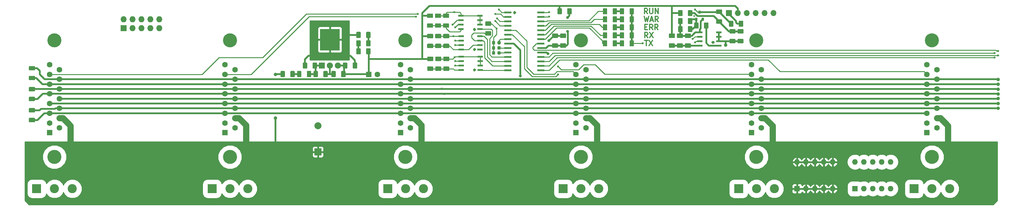
<source format=gbr>
G04 #@! TF.GenerationSoftware,KiCad,Pcbnew,(5.0.0-rc2-dev-451-g0294e41cb)*
G04 #@! TF.CreationDate,2018-10-15T22:27:56+02:00*
G04 #@! TF.ProjectId,BackplanePCB_solder.kicad_pcb_LEFT,4261636B706C616E655043425F736F6C,rev?*
G04 #@! TF.SameCoordinates,Original*
G04 #@! TF.FileFunction,Copper,L1,Top,Signal*
G04 #@! TF.FilePolarity,Positive*
%FSLAX46Y46*%
G04 Gerber Fmt 4.6, Leading zero omitted, Abs format (unit mm)*
G04 Created by KiCad (PCBNEW (5.0.0-rc2-dev-451-g0294e41cb)) date 10/15/18 22:27:56*
%MOMM*%
%LPD*%
G01*
G04 APERTURE LIST*
%ADD10C,0.300000*%
%ADD11C,0.600000*%
%ADD12R,1.550000X0.600000*%
%ADD13C,0.100000*%
%ADD14C,1.250000*%
%ADD15C,2.000000*%
%ADD16R,2.000000X2.000000*%
%ADD17R,1.727200X1.727200*%
%ADD18O,1.727200X1.727200*%
%ADD19R,1.600000X1.600000*%
%ADD20O,1.600000X1.600000*%
%ADD21C,2.600000*%
%ADD22R,2.600000X2.600000*%
%ADD23C,1.600000*%
%ADD24C,4.000000*%
%ADD25O,1.700000X1.700000*%
%ADD26R,1.700000X1.700000*%
%ADD27R,0.800000X0.900000*%
%ADD28R,2.000000X0.600000*%
%ADD29O,1.717500X1.800000*%
%ADD30R,1.717500X1.800000*%
%ADD31R,5.700000X6.200000*%
%ADD32C,0.875000*%
%ADD33C,1.000000*%
%ADD34C,0.600000*%
%ADD35C,0.800000*%
%ADD36C,1.800000*%
%ADD37C,0.500000*%
%ADD38C,0.250000*%
%ADD39C,0.254000*%
G04 APERTURE END LIST*
D10*
X233680000Y-166651714D02*
X233751428Y-166723142D01*
X233680000Y-166794571D01*
X233608571Y-166723142D01*
X233680000Y-166651714D01*
X233680000Y-166794571D01*
D11*
X239014000Y-174045428D02*
X239156857Y-174188285D01*
X239014000Y-174331142D01*
X238871142Y-174188285D01*
X239014000Y-174045428D01*
X239014000Y-174331142D01*
X171069000Y-181919428D02*
X171211857Y-182062285D01*
X171069000Y-182205142D01*
X170926142Y-182062285D01*
X171069000Y-181919428D01*
X171069000Y-182205142D01*
X171069000Y-176077428D02*
X171211857Y-176220285D01*
X171069000Y-176363142D01*
X170926142Y-176220285D01*
X171069000Y-176077428D01*
X171069000Y-176363142D01*
X171069000Y-170362428D02*
X171211857Y-170505285D01*
X171069000Y-170648142D01*
X170926142Y-170505285D01*
X171069000Y-170362428D01*
X171069000Y-170648142D01*
X182499000Y-165536428D02*
X182641857Y-165679285D01*
X182499000Y-165822142D01*
X182356142Y-165679285D01*
X182499000Y-165536428D01*
X182499000Y-165822142D01*
D10*
X219583142Y-173676571D02*
X220440285Y-173676571D01*
X220011714Y-175176571D02*
X220011714Y-173676571D01*
X220797428Y-173676571D02*
X221797428Y-175176571D01*
X221797428Y-173676571D02*
X220797428Y-175176571D01*
X220476000Y-172890571D02*
X219976000Y-172176285D01*
X219618857Y-172890571D02*
X219618857Y-171390571D01*
X220190285Y-171390571D01*
X220333142Y-171462000D01*
X220404571Y-171533428D01*
X220476000Y-171676285D01*
X220476000Y-171890571D01*
X220404571Y-172033428D01*
X220333142Y-172104857D01*
X220190285Y-172176285D01*
X219618857Y-172176285D01*
X220976000Y-171390571D02*
X221976000Y-172890571D01*
X221976000Y-171390571D02*
X220976000Y-172890571D01*
X219666571Y-169818857D02*
X220166571Y-169818857D01*
X220380857Y-170604571D02*
X219666571Y-170604571D01*
X219666571Y-169104571D01*
X220380857Y-169104571D01*
X221880857Y-170604571D02*
X221380857Y-169890285D01*
X221023714Y-170604571D02*
X221023714Y-169104571D01*
X221595142Y-169104571D01*
X221738000Y-169176000D01*
X221809428Y-169247428D01*
X221880857Y-169390285D01*
X221880857Y-169604571D01*
X221809428Y-169747428D01*
X221738000Y-169818857D01*
X221595142Y-169890285D01*
X221023714Y-169890285D01*
X223380857Y-170604571D02*
X222880857Y-169890285D01*
X222523714Y-170604571D02*
X222523714Y-169104571D01*
X223095142Y-169104571D01*
X223238000Y-169176000D01*
X223309428Y-169247428D01*
X223380857Y-169390285D01*
X223380857Y-169604571D01*
X223309428Y-169747428D01*
X223238000Y-169818857D01*
X223095142Y-169890285D01*
X222523714Y-169890285D01*
X219452285Y-166818571D02*
X219809428Y-168318571D01*
X220095142Y-167247142D01*
X220380857Y-168318571D01*
X220738000Y-166818571D01*
X221238000Y-167890000D02*
X221952285Y-167890000D01*
X221095142Y-168318571D02*
X221595142Y-166818571D01*
X222095142Y-168318571D01*
X223452285Y-168318571D02*
X222952285Y-167604285D01*
X222595142Y-168318571D02*
X222595142Y-166818571D01*
X223166571Y-166818571D01*
X223309428Y-166890000D01*
X223380857Y-166961428D01*
X223452285Y-167104285D01*
X223452285Y-167318571D01*
X223380857Y-167461428D01*
X223309428Y-167532857D01*
X223166571Y-167604285D01*
X222595142Y-167604285D01*
X220380857Y-166032571D02*
X219880857Y-165318285D01*
X219523714Y-166032571D02*
X219523714Y-164532571D01*
X220095142Y-164532571D01*
X220238000Y-164604000D01*
X220309428Y-164675428D01*
X220380857Y-164818285D01*
X220380857Y-165032571D01*
X220309428Y-165175428D01*
X220238000Y-165246857D01*
X220095142Y-165318285D01*
X219523714Y-165318285D01*
X221023714Y-164532571D02*
X221023714Y-165746857D01*
X221095142Y-165889714D01*
X221166571Y-165961142D01*
X221309428Y-166032571D01*
X221595142Y-166032571D01*
X221738000Y-165961142D01*
X221809428Y-165889714D01*
X221880857Y-165746857D01*
X221880857Y-164532571D01*
X222595142Y-166032571D02*
X222595142Y-164532571D01*
X223452285Y-166032571D01*
X223452285Y-164532571D01*
D12*
X172676800Y-176301400D03*
X172676800Y-175031400D03*
X172676800Y-173761400D03*
X172676800Y-172491400D03*
X167276800Y-172491400D03*
X167276800Y-173761400D03*
X167276800Y-175031400D03*
X167276800Y-176301400D03*
D13*
G36*
X119655504Y-182387204D02*
X119679773Y-182390804D01*
X119703571Y-182396765D01*
X119726671Y-182405030D01*
X119748849Y-182415520D01*
X119769893Y-182428133D01*
X119789598Y-182442747D01*
X119807777Y-182459223D01*
X119824253Y-182477402D01*
X119838867Y-182497107D01*
X119851480Y-182518151D01*
X119861970Y-182540329D01*
X119870235Y-182563429D01*
X119876196Y-182587227D01*
X119879796Y-182611496D01*
X119881000Y-182636000D01*
X119881000Y-183886000D01*
X119879796Y-183910504D01*
X119876196Y-183934773D01*
X119870235Y-183958571D01*
X119861970Y-183981671D01*
X119851480Y-184003849D01*
X119838867Y-184024893D01*
X119824253Y-184044598D01*
X119807777Y-184062777D01*
X119789598Y-184079253D01*
X119769893Y-184093867D01*
X119748849Y-184106480D01*
X119726671Y-184116970D01*
X119703571Y-184125235D01*
X119679773Y-184131196D01*
X119655504Y-184134796D01*
X119631000Y-184136000D01*
X118881000Y-184136000D01*
X118856496Y-184134796D01*
X118832227Y-184131196D01*
X118808429Y-184125235D01*
X118785329Y-184116970D01*
X118763151Y-184106480D01*
X118742107Y-184093867D01*
X118722402Y-184079253D01*
X118704223Y-184062777D01*
X118687747Y-184044598D01*
X118673133Y-184024893D01*
X118660520Y-184003849D01*
X118650030Y-183981671D01*
X118641765Y-183958571D01*
X118635804Y-183934773D01*
X118632204Y-183910504D01*
X118631000Y-183886000D01*
X118631000Y-182636000D01*
X118632204Y-182611496D01*
X118635804Y-182587227D01*
X118641765Y-182563429D01*
X118650030Y-182540329D01*
X118660520Y-182518151D01*
X118673133Y-182497107D01*
X118687747Y-182477402D01*
X118704223Y-182459223D01*
X118722402Y-182442747D01*
X118742107Y-182428133D01*
X118763151Y-182415520D01*
X118785329Y-182405030D01*
X118808429Y-182396765D01*
X118832227Y-182390804D01*
X118856496Y-182387204D01*
X118881000Y-182386000D01*
X119631000Y-182386000D01*
X119655504Y-182387204D01*
X119655504Y-182387204D01*
G37*
D14*
X119256000Y-183261000D03*
D13*
G36*
X116855504Y-182387204D02*
X116879773Y-182390804D01*
X116903571Y-182396765D01*
X116926671Y-182405030D01*
X116948849Y-182415520D01*
X116969893Y-182428133D01*
X116989598Y-182442747D01*
X117007777Y-182459223D01*
X117024253Y-182477402D01*
X117038867Y-182497107D01*
X117051480Y-182518151D01*
X117061970Y-182540329D01*
X117070235Y-182563429D01*
X117076196Y-182587227D01*
X117079796Y-182611496D01*
X117081000Y-182636000D01*
X117081000Y-183886000D01*
X117079796Y-183910504D01*
X117076196Y-183934773D01*
X117070235Y-183958571D01*
X117061970Y-183981671D01*
X117051480Y-184003849D01*
X117038867Y-184024893D01*
X117024253Y-184044598D01*
X117007777Y-184062777D01*
X116989598Y-184079253D01*
X116969893Y-184093867D01*
X116948849Y-184106480D01*
X116926671Y-184116970D01*
X116903571Y-184125235D01*
X116879773Y-184131196D01*
X116855504Y-184134796D01*
X116831000Y-184136000D01*
X116081000Y-184136000D01*
X116056496Y-184134796D01*
X116032227Y-184131196D01*
X116008429Y-184125235D01*
X115985329Y-184116970D01*
X115963151Y-184106480D01*
X115942107Y-184093867D01*
X115922402Y-184079253D01*
X115904223Y-184062777D01*
X115887747Y-184044598D01*
X115873133Y-184024893D01*
X115860520Y-184003849D01*
X115850030Y-183981671D01*
X115841765Y-183958571D01*
X115835804Y-183934773D01*
X115832204Y-183910504D01*
X115831000Y-183886000D01*
X115831000Y-182636000D01*
X115832204Y-182611496D01*
X115835804Y-182587227D01*
X115841765Y-182563429D01*
X115850030Y-182540329D01*
X115860520Y-182518151D01*
X115873133Y-182497107D01*
X115887747Y-182477402D01*
X115904223Y-182459223D01*
X115922402Y-182442747D01*
X115942107Y-182428133D01*
X115963151Y-182415520D01*
X115985329Y-182405030D01*
X116008429Y-182396765D01*
X116032227Y-182390804D01*
X116056496Y-182387204D01*
X116081000Y-182386000D01*
X116831000Y-182386000D01*
X116855504Y-182387204D01*
X116855504Y-182387204D01*
G37*
D14*
X116456000Y-183261000D03*
D15*
X126500000Y-198000000D03*
D16*
X126500000Y-205500000D03*
D13*
G36*
X163641304Y-168797204D02*
X163665573Y-168800804D01*
X163689371Y-168806765D01*
X163712471Y-168815030D01*
X163734649Y-168825520D01*
X163755693Y-168838133D01*
X163775398Y-168852747D01*
X163793577Y-168869223D01*
X163810053Y-168887402D01*
X163824667Y-168907107D01*
X163837280Y-168928151D01*
X163847770Y-168950329D01*
X163856035Y-168973429D01*
X163861996Y-168997227D01*
X163865596Y-169021496D01*
X163866800Y-169046000D01*
X163866800Y-169796000D01*
X163865596Y-169820504D01*
X163861996Y-169844773D01*
X163856035Y-169868571D01*
X163847770Y-169891671D01*
X163837280Y-169913849D01*
X163824667Y-169934893D01*
X163810053Y-169954598D01*
X163793577Y-169972777D01*
X163775398Y-169989253D01*
X163755693Y-170003867D01*
X163734649Y-170016480D01*
X163712471Y-170026970D01*
X163689371Y-170035235D01*
X163665573Y-170041196D01*
X163641304Y-170044796D01*
X163616800Y-170046000D01*
X162366800Y-170046000D01*
X162342296Y-170044796D01*
X162318027Y-170041196D01*
X162294229Y-170035235D01*
X162271129Y-170026970D01*
X162248951Y-170016480D01*
X162227907Y-170003867D01*
X162208202Y-169989253D01*
X162190023Y-169972777D01*
X162173547Y-169954598D01*
X162158933Y-169934893D01*
X162146320Y-169913849D01*
X162135830Y-169891671D01*
X162127565Y-169868571D01*
X162121604Y-169844773D01*
X162118004Y-169820504D01*
X162116800Y-169796000D01*
X162116800Y-169046000D01*
X162118004Y-169021496D01*
X162121604Y-168997227D01*
X162127565Y-168973429D01*
X162135830Y-168950329D01*
X162146320Y-168928151D01*
X162158933Y-168907107D01*
X162173547Y-168887402D01*
X162190023Y-168869223D01*
X162208202Y-168852747D01*
X162227907Y-168838133D01*
X162248951Y-168825520D01*
X162271129Y-168815030D01*
X162294229Y-168806765D01*
X162318027Y-168800804D01*
X162342296Y-168797204D01*
X162366800Y-168796000D01*
X163616800Y-168796000D01*
X163641304Y-168797204D01*
X163641304Y-168797204D01*
G37*
D14*
X162991800Y-169421000D03*
D13*
G36*
X163641304Y-165997204D02*
X163665573Y-166000804D01*
X163689371Y-166006765D01*
X163712471Y-166015030D01*
X163734649Y-166025520D01*
X163755693Y-166038133D01*
X163775398Y-166052747D01*
X163793577Y-166069223D01*
X163810053Y-166087402D01*
X163824667Y-166107107D01*
X163837280Y-166128151D01*
X163847770Y-166150329D01*
X163856035Y-166173429D01*
X163861996Y-166197227D01*
X163865596Y-166221496D01*
X163866800Y-166246000D01*
X163866800Y-166996000D01*
X163865596Y-167020504D01*
X163861996Y-167044773D01*
X163856035Y-167068571D01*
X163847770Y-167091671D01*
X163837280Y-167113849D01*
X163824667Y-167134893D01*
X163810053Y-167154598D01*
X163793577Y-167172777D01*
X163775398Y-167189253D01*
X163755693Y-167203867D01*
X163734649Y-167216480D01*
X163712471Y-167226970D01*
X163689371Y-167235235D01*
X163665573Y-167241196D01*
X163641304Y-167244796D01*
X163616800Y-167246000D01*
X162366800Y-167246000D01*
X162342296Y-167244796D01*
X162318027Y-167241196D01*
X162294229Y-167235235D01*
X162271129Y-167226970D01*
X162248951Y-167216480D01*
X162227907Y-167203867D01*
X162208202Y-167189253D01*
X162190023Y-167172777D01*
X162173547Y-167154598D01*
X162158933Y-167134893D01*
X162146320Y-167113849D01*
X162135830Y-167091671D01*
X162127565Y-167068571D01*
X162121604Y-167044773D01*
X162118004Y-167020504D01*
X162116800Y-166996000D01*
X162116800Y-166246000D01*
X162118004Y-166221496D01*
X162121604Y-166197227D01*
X162127565Y-166173429D01*
X162135830Y-166150329D01*
X162146320Y-166128151D01*
X162158933Y-166107107D01*
X162173547Y-166087402D01*
X162190023Y-166069223D01*
X162208202Y-166052747D01*
X162227907Y-166038133D01*
X162248951Y-166025520D01*
X162271129Y-166015030D01*
X162294229Y-166006765D01*
X162318027Y-166000804D01*
X162342296Y-165997204D01*
X162366800Y-165996000D01*
X163616800Y-165996000D01*
X163641304Y-165997204D01*
X163641304Y-165997204D01*
G37*
D14*
X162991800Y-166621000D03*
D13*
G36*
X161431504Y-181116204D02*
X161455773Y-181119804D01*
X161479571Y-181125765D01*
X161502671Y-181134030D01*
X161524849Y-181144520D01*
X161545893Y-181157133D01*
X161565598Y-181171747D01*
X161583777Y-181188223D01*
X161600253Y-181206402D01*
X161614867Y-181226107D01*
X161627480Y-181247151D01*
X161637970Y-181269329D01*
X161646235Y-181292429D01*
X161652196Y-181316227D01*
X161655796Y-181340496D01*
X161657000Y-181365000D01*
X161657000Y-182115000D01*
X161655796Y-182139504D01*
X161652196Y-182163773D01*
X161646235Y-182187571D01*
X161637970Y-182210671D01*
X161627480Y-182232849D01*
X161614867Y-182253893D01*
X161600253Y-182273598D01*
X161583777Y-182291777D01*
X161565598Y-182308253D01*
X161545893Y-182322867D01*
X161524849Y-182335480D01*
X161502671Y-182345970D01*
X161479571Y-182354235D01*
X161455773Y-182360196D01*
X161431504Y-182363796D01*
X161407000Y-182365000D01*
X160157000Y-182365000D01*
X160132496Y-182363796D01*
X160108227Y-182360196D01*
X160084429Y-182354235D01*
X160061329Y-182345970D01*
X160039151Y-182335480D01*
X160018107Y-182322867D01*
X159998402Y-182308253D01*
X159980223Y-182291777D01*
X159963747Y-182273598D01*
X159949133Y-182253893D01*
X159936520Y-182232849D01*
X159926030Y-182210671D01*
X159917765Y-182187571D01*
X159911804Y-182163773D01*
X159908204Y-182139504D01*
X159907000Y-182115000D01*
X159907000Y-181365000D01*
X159908204Y-181340496D01*
X159911804Y-181316227D01*
X159917765Y-181292429D01*
X159926030Y-181269329D01*
X159936520Y-181247151D01*
X159949133Y-181226107D01*
X159963747Y-181206402D01*
X159980223Y-181188223D01*
X159998402Y-181171747D01*
X160018107Y-181157133D01*
X160039151Y-181144520D01*
X160061329Y-181134030D01*
X160084429Y-181125765D01*
X160108227Y-181119804D01*
X160132496Y-181116204D01*
X160157000Y-181115000D01*
X161407000Y-181115000D01*
X161431504Y-181116204D01*
X161431504Y-181116204D01*
G37*
D14*
X160782000Y-181740000D03*
D13*
G36*
X161431504Y-178316204D02*
X161455773Y-178319804D01*
X161479571Y-178325765D01*
X161502671Y-178334030D01*
X161524849Y-178344520D01*
X161545893Y-178357133D01*
X161565598Y-178371747D01*
X161583777Y-178388223D01*
X161600253Y-178406402D01*
X161614867Y-178426107D01*
X161627480Y-178447151D01*
X161637970Y-178469329D01*
X161646235Y-178492429D01*
X161652196Y-178516227D01*
X161655796Y-178540496D01*
X161657000Y-178565000D01*
X161657000Y-179315000D01*
X161655796Y-179339504D01*
X161652196Y-179363773D01*
X161646235Y-179387571D01*
X161637970Y-179410671D01*
X161627480Y-179432849D01*
X161614867Y-179453893D01*
X161600253Y-179473598D01*
X161583777Y-179491777D01*
X161565598Y-179508253D01*
X161545893Y-179522867D01*
X161524849Y-179535480D01*
X161502671Y-179545970D01*
X161479571Y-179554235D01*
X161455773Y-179560196D01*
X161431504Y-179563796D01*
X161407000Y-179565000D01*
X160157000Y-179565000D01*
X160132496Y-179563796D01*
X160108227Y-179560196D01*
X160084429Y-179554235D01*
X160061329Y-179545970D01*
X160039151Y-179535480D01*
X160018107Y-179522867D01*
X159998402Y-179508253D01*
X159980223Y-179491777D01*
X159963747Y-179473598D01*
X159949133Y-179453893D01*
X159936520Y-179432849D01*
X159926030Y-179410671D01*
X159917765Y-179387571D01*
X159911804Y-179363773D01*
X159908204Y-179339504D01*
X159907000Y-179315000D01*
X159907000Y-178565000D01*
X159908204Y-178540496D01*
X159911804Y-178516227D01*
X159917765Y-178492429D01*
X159926030Y-178469329D01*
X159936520Y-178447151D01*
X159949133Y-178426107D01*
X159963747Y-178406402D01*
X159980223Y-178388223D01*
X159998402Y-178371747D01*
X160018107Y-178357133D01*
X160039151Y-178344520D01*
X160061329Y-178334030D01*
X160084429Y-178325765D01*
X160108227Y-178319804D01*
X160132496Y-178316204D01*
X160157000Y-178315000D01*
X161407000Y-178315000D01*
X161431504Y-178316204D01*
X161431504Y-178316204D01*
G37*
D14*
X160782000Y-178940000D03*
D13*
G36*
X230265504Y-171712204D02*
X230289773Y-171715804D01*
X230313571Y-171721765D01*
X230336671Y-171730030D01*
X230358849Y-171740520D01*
X230379893Y-171753133D01*
X230399598Y-171767747D01*
X230417777Y-171784223D01*
X230434253Y-171802402D01*
X230448867Y-171822107D01*
X230461480Y-171843151D01*
X230471970Y-171865329D01*
X230480235Y-171888429D01*
X230486196Y-171912227D01*
X230489796Y-171936496D01*
X230491000Y-171961000D01*
X230491000Y-172711000D01*
X230489796Y-172735504D01*
X230486196Y-172759773D01*
X230480235Y-172783571D01*
X230471970Y-172806671D01*
X230461480Y-172828849D01*
X230448867Y-172849893D01*
X230434253Y-172869598D01*
X230417777Y-172887777D01*
X230399598Y-172904253D01*
X230379893Y-172918867D01*
X230358849Y-172931480D01*
X230336671Y-172941970D01*
X230313571Y-172950235D01*
X230289773Y-172956196D01*
X230265504Y-172959796D01*
X230241000Y-172961000D01*
X228991000Y-172961000D01*
X228966496Y-172959796D01*
X228942227Y-172956196D01*
X228918429Y-172950235D01*
X228895329Y-172941970D01*
X228873151Y-172931480D01*
X228852107Y-172918867D01*
X228832402Y-172904253D01*
X228814223Y-172887777D01*
X228797747Y-172869598D01*
X228783133Y-172849893D01*
X228770520Y-172828849D01*
X228760030Y-172806671D01*
X228751765Y-172783571D01*
X228745804Y-172759773D01*
X228742204Y-172735504D01*
X228741000Y-172711000D01*
X228741000Y-171961000D01*
X228742204Y-171936496D01*
X228745804Y-171912227D01*
X228751765Y-171888429D01*
X228760030Y-171865329D01*
X228770520Y-171843151D01*
X228783133Y-171822107D01*
X228797747Y-171802402D01*
X228814223Y-171784223D01*
X228832402Y-171767747D01*
X228852107Y-171753133D01*
X228873151Y-171740520D01*
X228895329Y-171730030D01*
X228918429Y-171721765D01*
X228942227Y-171715804D01*
X228966496Y-171712204D01*
X228991000Y-171711000D01*
X230241000Y-171711000D01*
X230265504Y-171712204D01*
X230265504Y-171712204D01*
G37*
D14*
X229616000Y-172336000D03*
D13*
G36*
X230265504Y-174512204D02*
X230289773Y-174515804D01*
X230313571Y-174521765D01*
X230336671Y-174530030D01*
X230358849Y-174540520D01*
X230379893Y-174553133D01*
X230399598Y-174567747D01*
X230417777Y-174584223D01*
X230434253Y-174602402D01*
X230448867Y-174622107D01*
X230461480Y-174643151D01*
X230471970Y-174665329D01*
X230480235Y-174688429D01*
X230486196Y-174712227D01*
X230489796Y-174736496D01*
X230491000Y-174761000D01*
X230491000Y-175511000D01*
X230489796Y-175535504D01*
X230486196Y-175559773D01*
X230480235Y-175583571D01*
X230471970Y-175606671D01*
X230461480Y-175628849D01*
X230448867Y-175649893D01*
X230434253Y-175669598D01*
X230417777Y-175687777D01*
X230399598Y-175704253D01*
X230379893Y-175718867D01*
X230358849Y-175731480D01*
X230336671Y-175741970D01*
X230313571Y-175750235D01*
X230289773Y-175756196D01*
X230265504Y-175759796D01*
X230241000Y-175761000D01*
X228991000Y-175761000D01*
X228966496Y-175759796D01*
X228942227Y-175756196D01*
X228918429Y-175750235D01*
X228895329Y-175741970D01*
X228873151Y-175731480D01*
X228852107Y-175718867D01*
X228832402Y-175704253D01*
X228814223Y-175687777D01*
X228797747Y-175669598D01*
X228783133Y-175649893D01*
X228770520Y-175628849D01*
X228760030Y-175606671D01*
X228751765Y-175583571D01*
X228745804Y-175559773D01*
X228742204Y-175535504D01*
X228741000Y-175511000D01*
X228741000Y-174761000D01*
X228742204Y-174736496D01*
X228745804Y-174712227D01*
X228751765Y-174688429D01*
X228760030Y-174665329D01*
X228770520Y-174643151D01*
X228783133Y-174622107D01*
X228797747Y-174602402D01*
X228814223Y-174584223D01*
X228832402Y-174567747D01*
X228852107Y-174553133D01*
X228873151Y-174540520D01*
X228895329Y-174530030D01*
X228918429Y-174521765D01*
X228942227Y-174515804D01*
X228966496Y-174512204D01*
X228991000Y-174511000D01*
X230241000Y-174511000D01*
X230265504Y-174512204D01*
X230265504Y-174512204D01*
G37*
D14*
X229616000Y-175136000D03*
D13*
G36*
X161355304Y-165997204D02*
X161379573Y-166000804D01*
X161403371Y-166006765D01*
X161426471Y-166015030D01*
X161448649Y-166025520D01*
X161469693Y-166038133D01*
X161489398Y-166052747D01*
X161507577Y-166069223D01*
X161524053Y-166087402D01*
X161538667Y-166107107D01*
X161551280Y-166128151D01*
X161561770Y-166150329D01*
X161570035Y-166173429D01*
X161575996Y-166197227D01*
X161579596Y-166221496D01*
X161580800Y-166246000D01*
X161580800Y-166996000D01*
X161579596Y-167020504D01*
X161575996Y-167044773D01*
X161570035Y-167068571D01*
X161561770Y-167091671D01*
X161551280Y-167113849D01*
X161538667Y-167134893D01*
X161524053Y-167154598D01*
X161507577Y-167172777D01*
X161489398Y-167189253D01*
X161469693Y-167203867D01*
X161448649Y-167216480D01*
X161426471Y-167226970D01*
X161403371Y-167235235D01*
X161379573Y-167241196D01*
X161355304Y-167244796D01*
X161330800Y-167246000D01*
X160080800Y-167246000D01*
X160056296Y-167244796D01*
X160032027Y-167241196D01*
X160008229Y-167235235D01*
X159985129Y-167226970D01*
X159962951Y-167216480D01*
X159941907Y-167203867D01*
X159922202Y-167189253D01*
X159904023Y-167172777D01*
X159887547Y-167154598D01*
X159872933Y-167134893D01*
X159860320Y-167113849D01*
X159849830Y-167091671D01*
X159841565Y-167068571D01*
X159835604Y-167044773D01*
X159832004Y-167020504D01*
X159830800Y-166996000D01*
X159830800Y-166246000D01*
X159832004Y-166221496D01*
X159835604Y-166197227D01*
X159841565Y-166173429D01*
X159849830Y-166150329D01*
X159860320Y-166128151D01*
X159872933Y-166107107D01*
X159887547Y-166087402D01*
X159904023Y-166069223D01*
X159922202Y-166052747D01*
X159941907Y-166038133D01*
X159962951Y-166025520D01*
X159985129Y-166015030D01*
X160008229Y-166006765D01*
X160032027Y-166000804D01*
X160056296Y-165997204D01*
X160080800Y-165996000D01*
X161330800Y-165996000D01*
X161355304Y-165997204D01*
X161355304Y-165997204D01*
G37*
D14*
X160705800Y-166621000D03*
D13*
G36*
X161355304Y-168797204D02*
X161379573Y-168800804D01*
X161403371Y-168806765D01*
X161426471Y-168815030D01*
X161448649Y-168825520D01*
X161469693Y-168838133D01*
X161489398Y-168852747D01*
X161507577Y-168869223D01*
X161524053Y-168887402D01*
X161538667Y-168907107D01*
X161551280Y-168928151D01*
X161561770Y-168950329D01*
X161570035Y-168973429D01*
X161575996Y-168997227D01*
X161579596Y-169021496D01*
X161580800Y-169046000D01*
X161580800Y-169796000D01*
X161579596Y-169820504D01*
X161575996Y-169844773D01*
X161570035Y-169868571D01*
X161561770Y-169891671D01*
X161551280Y-169913849D01*
X161538667Y-169934893D01*
X161524053Y-169954598D01*
X161507577Y-169972777D01*
X161489398Y-169989253D01*
X161469693Y-170003867D01*
X161448649Y-170016480D01*
X161426471Y-170026970D01*
X161403371Y-170035235D01*
X161379573Y-170041196D01*
X161355304Y-170044796D01*
X161330800Y-170046000D01*
X160080800Y-170046000D01*
X160056296Y-170044796D01*
X160032027Y-170041196D01*
X160008229Y-170035235D01*
X159985129Y-170026970D01*
X159962951Y-170016480D01*
X159941907Y-170003867D01*
X159922202Y-169989253D01*
X159904023Y-169972777D01*
X159887547Y-169954598D01*
X159872933Y-169934893D01*
X159860320Y-169913849D01*
X159849830Y-169891671D01*
X159841565Y-169868571D01*
X159835604Y-169844773D01*
X159832004Y-169820504D01*
X159830800Y-169796000D01*
X159830800Y-169046000D01*
X159832004Y-169021496D01*
X159835604Y-168997227D01*
X159841565Y-168973429D01*
X159849830Y-168950329D01*
X159860320Y-168928151D01*
X159872933Y-168907107D01*
X159887547Y-168887402D01*
X159904023Y-168869223D01*
X159922202Y-168852747D01*
X159941907Y-168838133D01*
X159962951Y-168825520D01*
X159985129Y-168815030D01*
X160008229Y-168806765D01*
X160032027Y-168800804D01*
X160056296Y-168797204D01*
X160080800Y-168796000D01*
X161330800Y-168796000D01*
X161355304Y-168797204D01*
X161355304Y-168797204D01*
G37*
D14*
X160705800Y-169421000D03*
D13*
G36*
X163717504Y-181116204D02*
X163741773Y-181119804D01*
X163765571Y-181125765D01*
X163788671Y-181134030D01*
X163810849Y-181144520D01*
X163831893Y-181157133D01*
X163851598Y-181171747D01*
X163869777Y-181188223D01*
X163886253Y-181206402D01*
X163900867Y-181226107D01*
X163913480Y-181247151D01*
X163923970Y-181269329D01*
X163932235Y-181292429D01*
X163938196Y-181316227D01*
X163941796Y-181340496D01*
X163943000Y-181365000D01*
X163943000Y-182115000D01*
X163941796Y-182139504D01*
X163938196Y-182163773D01*
X163932235Y-182187571D01*
X163923970Y-182210671D01*
X163913480Y-182232849D01*
X163900867Y-182253893D01*
X163886253Y-182273598D01*
X163869777Y-182291777D01*
X163851598Y-182308253D01*
X163831893Y-182322867D01*
X163810849Y-182335480D01*
X163788671Y-182345970D01*
X163765571Y-182354235D01*
X163741773Y-182360196D01*
X163717504Y-182363796D01*
X163693000Y-182365000D01*
X162443000Y-182365000D01*
X162418496Y-182363796D01*
X162394227Y-182360196D01*
X162370429Y-182354235D01*
X162347329Y-182345970D01*
X162325151Y-182335480D01*
X162304107Y-182322867D01*
X162284402Y-182308253D01*
X162266223Y-182291777D01*
X162249747Y-182273598D01*
X162235133Y-182253893D01*
X162222520Y-182232849D01*
X162212030Y-182210671D01*
X162203765Y-182187571D01*
X162197804Y-182163773D01*
X162194204Y-182139504D01*
X162193000Y-182115000D01*
X162193000Y-181365000D01*
X162194204Y-181340496D01*
X162197804Y-181316227D01*
X162203765Y-181292429D01*
X162212030Y-181269329D01*
X162222520Y-181247151D01*
X162235133Y-181226107D01*
X162249747Y-181206402D01*
X162266223Y-181188223D01*
X162284402Y-181171747D01*
X162304107Y-181157133D01*
X162325151Y-181144520D01*
X162347329Y-181134030D01*
X162370429Y-181125765D01*
X162394227Y-181119804D01*
X162418496Y-181116204D01*
X162443000Y-181115000D01*
X163693000Y-181115000D01*
X163717504Y-181116204D01*
X163717504Y-181116204D01*
G37*
D14*
X163068000Y-181740000D03*
D13*
G36*
X163717504Y-178316204D02*
X163741773Y-178319804D01*
X163765571Y-178325765D01*
X163788671Y-178334030D01*
X163810849Y-178344520D01*
X163831893Y-178357133D01*
X163851598Y-178371747D01*
X163869777Y-178388223D01*
X163886253Y-178406402D01*
X163900867Y-178426107D01*
X163913480Y-178447151D01*
X163923970Y-178469329D01*
X163932235Y-178492429D01*
X163938196Y-178516227D01*
X163941796Y-178540496D01*
X163943000Y-178565000D01*
X163943000Y-179315000D01*
X163941796Y-179339504D01*
X163938196Y-179363773D01*
X163932235Y-179387571D01*
X163923970Y-179410671D01*
X163913480Y-179432849D01*
X163900867Y-179453893D01*
X163886253Y-179473598D01*
X163869777Y-179491777D01*
X163851598Y-179508253D01*
X163831893Y-179522867D01*
X163810849Y-179535480D01*
X163788671Y-179545970D01*
X163765571Y-179554235D01*
X163741773Y-179560196D01*
X163717504Y-179563796D01*
X163693000Y-179565000D01*
X162443000Y-179565000D01*
X162418496Y-179563796D01*
X162394227Y-179560196D01*
X162370429Y-179554235D01*
X162347329Y-179545970D01*
X162325151Y-179535480D01*
X162304107Y-179522867D01*
X162284402Y-179508253D01*
X162266223Y-179491777D01*
X162249747Y-179473598D01*
X162235133Y-179453893D01*
X162222520Y-179432849D01*
X162212030Y-179410671D01*
X162203765Y-179387571D01*
X162197804Y-179363773D01*
X162194204Y-179339504D01*
X162193000Y-179315000D01*
X162193000Y-178565000D01*
X162194204Y-178540496D01*
X162197804Y-178516227D01*
X162203765Y-178492429D01*
X162212030Y-178469329D01*
X162222520Y-178447151D01*
X162235133Y-178426107D01*
X162249747Y-178406402D01*
X162266223Y-178388223D01*
X162284402Y-178371747D01*
X162304107Y-178357133D01*
X162325151Y-178344520D01*
X162347329Y-178334030D01*
X162370429Y-178325765D01*
X162394227Y-178319804D01*
X162418496Y-178316204D01*
X162443000Y-178315000D01*
X163693000Y-178315000D01*
X163717504Y-178316204D01*
X163717504Y-178316204D01*
G37*
D14*
X163068000Y-178940000D03*
D13*
G36*
X232551504Y-174512204D02*
X232575773Y-174515804D01*
X232599571Y-174521765D01*
X232622671Y-174530030D01*
X232644849Y-174540520D01*
X232665893Y-174553133D01*
X232685598Y-174567747D01*
X232703777Y-174584223D01*
X232720253Y-174602402D01*
X232734867Y-174622107D01*
X232747480Y-174643151D01*
X232757970Y-174665329D01*
X232766235Y-174688429D01*
X232772196Y-174712227D01*
X232775796Y-174736496D01*
X232777000Y-174761000D01*
X232777000Y-175511000D01*
X232775796Y-175535504D01*
X232772196Y-175559773D01*
X232766235Y-175583571D01*
X232757970Y-175606671D01*
X232747480Y-175628849D01*
X232734867Y-175649893D01*
X232720253Y-175669598D01*
X232703777Y-175687777D01*
X232685598Y-175704253D01*
X232665893Y-175718867D01*
X232644849Y-175731480D01*
X232622671Y-175741970D01*
X232599571Y-175750235D01*
X232575773Y-175756196D01*
X232551504Y-175759796D01*
X232527000Y-175761000D01*
X231277000Y-175761000D01*
X231252496Y-175759796D01*
X231228227Y-175756196D01*
X231204429Y-175750235D01*
X231181329Y-175741970D01*
X231159151Y-175731480D01*
X231138107Y-175718867D01*
X231118402Y-175704253D01*
X231100223Y-175687777D01*
X231083747Y-175669598D01*
X231069133Y-175649893D01*
X231056520Y-175628849D01*
X231046030Y-175606671D01*
X231037765Y-175583571D01*
X231031804Y-175559773D01*
X231028204Y-175535504D01*
X231027000Y-175511000D01*
X231027000Y-174761000D01*
X231028204Y-174736496D01*
X231031804Y-174712227D01*
X231037765Y-174688429D01*
X231046030Y-174665329D01*
X231056520Y-174643151D01*
X231069133Y-174622107D01*
X231083747Y-174602402D01*
X231100223Y-174584223D01*
X231118402Y-174567747D01*
X231138107Y-174553133D01*
X231159151Y-174540520D01*
X231181329Y-174530030D01*
X231204429Y-174521765D01*
X231228227Y-174515804D01*
X231252496Y-174512204D01*
X231277000Y-174511000D01*
X232527000Y-174511000D01*
X232551504Y-174512204D01*
X232551504Y-174512204D01*
G37*
D14*
X231902000Y-175136000D03*
D13*
G36*
X232551504Y-171712204D02*
X232575773Y-171715804D01*
X232599571Y-171721765D01*
X232622671Y-171730030D01*
X232644849Y-171740520D01*
X232665893Y-171753133D01*
X232685598Y-171767747D01*
X232703777Y-171784223D01*
X232720253Y-171802402D01*
X232734867Y-171822107D01*
X232747480Y-171843151D01*
X232757970Y-171865329D01*
X232766235Y-171888429D01*
X232772196Y-171912227D01*
X232775796Y-171936496D01*
X232777000Y-171961000D01*
X232777000Y-172711000D01*
X232775796Y-172735504D01*
X232772196Y-172759773D01*
X232766235Y-172783571D01*
X232757970Y-172806671D01*
X232747480Y-172828849D01*
X232734867Y-172849893D01*
X232720253Y-172869598D01*
X232703777Y-172887777D01*
X232685598Y-172904253D01*
X232665893Y-172918867D01*
X232644849Y-172931480D01*
X232622671Y-172941970D01*
X232599571Y-172950235D01*
X232575773Y-172956196D01*
X232551504Y-172959796D01*
X232527000Y-172961000D01*
X231277000Y-172961000D01*
X231252496Y-172959796D01*
X231228227Y-172956196D01*
X231204429Y-172950235D01*
X231181329Y-172941970D01*
X231159151Y-172931480D01*
X231138107Y-172918867D01*
X231118402Y-172904253D01*
X231100223Y-172887777D01*
X231083747Y-172869598D01*
X231069133Y-172849893D01*
X231056520Y-172828849D01*
X231046030Y-172806671D01*
X231037765Y-172783571D01*
X231031804Y-172759773D01*
X231028204Y-172735504D01*
X231027000Y-172711000D01*
X231027000Y-171961000D01*
X231028204Y-171936496D01*
X231031804Y-171912227D01*
X231037765Y-171888429D01*
X231046030Y-171865329D01*
X231056520Y-171843151D01*
X231069133Y-171822107D01*
X231083747Y-171802402D01*
X231100223Y-171784223D01*
X231118402Y-171767747D01*
X231138107Y-171753133D01*
X231159151Y-171740520D01*
X231181329Y-171730030D01*
X231204429Y-171721765D01*
X231228227Y-171715804D01*
X231252496Y-171712204D01*
X231277000Y-171711000D01*
X232527000Y-171711000D01*
X232551504Y-171712204D01*
X232551504Y-171712204D01*
G37*
D14*
X231902000Y-172336000D03*
D13*
G36*
X126253504Y-182387204D02*
X126277773Y-182390804D01*
X126301571Y-182396765D01*
X126324671Y-182405030D01*
X126346849Y-182415520D01*
X126367893Y-182428133D01*
X126387598Y-182442747D01*
X126405777Y-182459223D01*
X126422253Y-182477402D01*
X126436867Y-182497107D01*
X126449480Y-182518151D01*
X126459970Y-182540329D01*
X126468235Y-182563429D01*
X126474196Y-182587227D01*
X126477796Y-182611496D01*
X126479000Y-182636000D01*
X126479000Y-183886000D01*
X126477796Y-183910504D01*
X126474196Y-183934773D01*
X126468235Y-183958571D01*
X126459970Y-183981671D01*
X126449480Y-184003849D01*
X126436867Y-184024893D01*
X126422253Y-184044598D01*
X126405777Y-184062777D01*
X126387598Y-184079253D01*
X126367893Y-184093867D01*
X126346849Y-184106480D01*
X126324671Y-184116970D01*
X126301571Y-184125235D01*
X126277773Y-184131196D01*
X126253504Y-184134796D01*
X126229000Y-184136000D01*
X125479000Y-184136000D01*
X125454496Y-184134796D01*
X125430227Y-184131196D01*
X125406429Y-184125235D01*
X125383329Y-184116970D01*
X125361151Y-184106480D01*
X125340107Y-184093867D01*
X125320402Y-184079253D01*
X125302223Y-184062777D01*
X125285747Y-184044598D01*
X125271133Y-184024893D01*
X125258520Y-184003849D01*
X125248030Y-183981671D01*
X125239765Y-183958571D01*
X125233804Y-183934773D01*
X125230204Y-183910504D01*
X125229000Y-183886000D01*
X125229000Y-182636000D01*
X125230204Y-182611496D01*
X125233804Y-182587227D01*
X125239765Y-182563429D01*
X125248030Y-182540329D01*
X125258520Y-182518151D01*
X125271133Y-182497107D01*
X125285747Y-182477402D01*
X125302223Y-182459223D01*
X125320402Y-182442747D01*
X125340107Y-182428133D01*
X125361151Y-182415520D01*
X125383329Y-182405030D01*
X125406429Y-182396765D01*
X125430227Y-182390804D01*
X125454496Y-182387204D01*
X125479000Y-182386000D01*
X126229000Y-182386000D01*
X126253504Y-182387204D01*
X126253504Y-182387204D01*
G37*
D14*
X125854000Y-183261000D03*
D13*
G36*
X129053504Y-182387204D02*
X129077773Y-182390804D01*
X129101571Y-182396765D01*
X129124671Y-182405030D01*
X129146849Y-182415520D01*
X129167893Y-182428133D01*
X129187598Y-182442747D01*
X129205777Y-182459223D01*
X129222253Y-182477402D01*
X129236867Y-182497107D01*
X129249480Y-182518151D01*
X129259970Y-182540329D01*
X129268235Y-182563429D01*
X129274196Y-182587227D01*
X129277796Y-182611496D01*
X129279000Y-182636000D01*
X129279000Y-183886000D01*
X129277796Y-183910504D01*
X129274196Y-183934773D01*
X129268235Y-183958571D01*
X129259970Y-183981671D01*
X129249480Y-184003849D01*
X129236867Y-184024893D01*
X129222253Y-184044598D01*
X129205777Y-184062777D01*
X129187598Y-184079253D01*
X129167893Y-184093867D01*
X129146849Y-184106480D01*
X129124671Y-184116970D01*
X129101571Y-184125235D01*
X129077773Y-184131196D01*
X129053504Y-184134796D01*
X129029000Y-184136000D01*
X128279000Y-184136000D01*
X128254496Y-184134796D01*
X128230227Y-184131196D01*
X128206429Y-184125235D01*
X128183329Y-184116970D01*
X128161151Y-184106480D01*
X128140107Y-184093867D01*
X128120402Y-184079253D01*
X128102223Y-184062777D01*
X128085747Y-184044598D01*
X128071133Y-184024893D01*
X128058520Y-184003849D01*
X128048030Y-183981671D01*
X128039765Y-183958571D01*
X128033804Y-183934773D01*
X128030204Y-183910504D01*
X128029000Y-183886000D01*
X128029000Y-182636000D01*
X128030204Y-182611496D01*
X128033804Y-182587227D01*
X128039765Y-182563429D01*
X128048030Y-182540329D01*
X128058520Y-182518151D01*
X128071133Y-182497107D01*
X128085747Y-182477402D01*
X128102223Y-182459223D01*
X128120402Y-182442747D01*
X128140107Y-182428133D01*
X128161151Y-182415520D01*
X128183329Y-182405030D01*
X128206429Y-182396765D01*
X128230227Y-182390804D01*
X128254496Y-182387204D01*
X128279000Y-182386000D01*
X129029000Y-182386000D01*
X129053504Y-182387204D01*
X129053504Y-182387204D01*
G37*
D14*
X128654000Y-183261000D03*
D13*
G36*
X123205504Y-179974204D02*
X123229773Y-179977804D01*
X123253571Y-179983765D01*
X123276671Y-179992030D01*
X123298849Y-180002520D01*
X123319893Y-180015133D01*
X123339598Y-180029747D01*
X123357777Y-180046223D01*
X123374253Y-180064402D01*
X123388867Y-180084107D01*
X123401480Y-180105151D01*
X123411970Y-180127329D01*
X123420235Y-180150429D01*
X123426196Y-180174227D01*
X123429796Y-180198496D01*
X123431000Y-180223000D01*
X123431000Y-181473000D01*
X123429796Y-181497504D01*
X123426196Y-181521773D01*
X123420235Y-181545571D01*
X123411970Y-181568671D01*
X123401480Y-181590849D01*
X123388867Y-181611893D01*
X123374253Y-181631598D01*
X123357777Y-181649777D01*
X123339598Y-181666253D01*
X123319893Y-181680867D01*
X123298849Y-181693480D01*
X123276671Y-181703970D01*
X123253571Y-181712235D01*
X123229773Y-181718196D01*
X123205504Y-181721796D01*
X123181000Y-181723000D01*
X122431000Y-181723000D01*
X122406496Y-181721796D01*
X122382227Y-181718196D01*
X122358429Y-181712235D01*
X122335329Y-181703970D01*
X122313151Y-181693480D01*
X122292107Y-181680867D01*
X122272402Y-181666253D01*
X122254223Y-181649777D01*
X122237747Y-181631598D01*
X122223133Y-181611893D01*
X122210520Y-181590849D01*
X122200030Y-181568671D01*
X122191765Y-181545571D01*
X122185804Y-181521773D01*
X122182204Y-181497504D01*
X122181000Y-181473000D01*
X122181000Y-180223000D01*
X122182204Y-180198496D01*
X122185804Y-180174227D01*
X122191765Y-180150429D01*
X122200030Y-180127329D01*
X122210520Y-180105151D01*
X122223133Y-180084107D01*
X122237747Y-180064402D01*
X122254223Y-180046223D01*
X122272402Y-180029747D01*
X122292107Y-180015133D01*
X122313151Y-180002520D01*
X122335329Y-179992030D01*
X122358429Y-179983765D01*
X122382227Y-179977804D01*
X122406496Y-179974204D01*
X122431000Y-179973000D01*
X123181000Y-179973000D01*
X123205504Y-179974204D01*
X123205504Y-179974204D01*
G37*
D14*
X122806000Y-180848000D03*
D13*
G36*
X126005504Y-179974204D02*
X126029773Y-179977804D01*
X126053571Y-179983765D01*
X126076671Y-179992030D01*
X126098849Y-180002520D01*
X126119893Y-180015133D01*
X126139598Y-180029747D01*
X126157777Y-180046223D01*
X126174253Y-180064402D01*
X126188867Y-180084107D01*
X126201480Y-180105151D01*
X126211970Y-180127329D01*
X126220235Y-180150429D01*
X126226196Y-180174227D01*
X126229796Y-180198496D01*
X126231000Y-180223000D01*
X126231000Y-181473000D01*
X126229796Y-181497504D01*
X126226196Y-181521773D01*
X126220235Y-181545571D01*
X126211970Y-181568671D01*
X126201480Y-181590849D01*
X126188867Y-181611893D01*
X126174253Y-181631598D01*
X126157777Y-181649777D01*
X126139598Y-181666253D01*
X126119893Y-181680867D01*
X126098849Y-181693480D01*
X126076671Y-181703970D01*
X126053571Y-181712235D01*
X126029773Y-181718196D01*
X126005504Y-181721796D01*
X125981000Y-181723000D01*
X125231000Y-181723000D01*
X125206496Y-181721796D01*
X125182227Y-181718196D01*
X125158429Y-181712235D01*
X125135329Y-181703970D01*
X125113151Y-181693480D01*
X125092107Y-181680867D01*
X125072402Y-181666253D01*
X125054223Y-181649777D01*
X125037747Y-181631598D01*
X125023133Y-181611893D01*
X125010520Y-181590849D01*
X125000030Y-181568671D01*
X124991765Y-181545571D01*
X124985804Y-181521773D01*
X124982204Y-181497504D01*
X124981000Y-181473000D01*
X124981000Y-180223000D01*
X124982204Y-180198496D01*
X124985804Y-180174227D01*
X124991765Y-180150429D01*
X125000030Y-180127329D01*
X125010520Y-180105151D01*
X125023133Y-180084107D01*
X125037747Y-180064402D01*
X125054223Y-180046223D01*
X125072402Y-180029747D01*
X125092107Y-180015133D01*
X125113151Y-180002520D01*
X125135329Y-179992030D01*
X125158429Y-179983765D01*
X125182227Y-179977804D01*
X125206496Y-179974204D01*
X125231000Y-179973000D01*
X125981000Y-179973000D01*
X126005504Y-179974204D01*
X126005504Y-179974204D01*
G37*
D14*
X125606000Y-180848000D03*
D13*
G36*
X161406104Y-171816804D02*
X161430373Y-171820404D01*
X161454171Y-171826365D01*
X161477271Y-171834630D01*
X161499449Y-171845120D01*
X161520493Y-171857733D01*
X161540198Y-171872347D01*
X161558377Y-171888823D01*
X161574853Y-171907002D01*
X161589467Y-171926707D01*
X161602080Y-171947751D01*
X161612570Y-171969929D01*
X161620835Y-171993029D01*
X161626796Y-172016827D01*
X161630396Y-172041096D01*
X161631600Y-172065600D01*
X161631600Y-172815600D01*
X161630396Y-172840104D01*
X161626796Y-172864373D01*
X161620835Y-172888171D01*
X161612570Y-172911271D01*
X161602080Y-172933449D01*
X161589467Y-172954493D01*
X161574853Y-172974198D01*
X161558377Y-172992377D01*
X161540198Y-173008853D01*
X161520493Y-173023467D01*
X161499449Y-173036080D01*
X161477271Y-173046570D01*
X161454171Y-173054835D01*
X161430373Y-173060796D01*
X161406104Y-173064396D01*
X161381600Y-173065600D01*
X160131600Y-173065600D01*
X160107096Y-173064396D01*
X160082827Y-173060796D01*
X160059029Y-173054835D01*
X160035929Y-173046570D01*
X160013751Y-173036080D01*
X159992707Y-173023467D01*
X159973002Y-173008853D01*
X159954823Y-172992377D01*
X159938347Y-172974198D01*
X159923733Y-172954493D01*
X159911120Y-172933449D01*
X159900630Y-172911271D01*
X159892365Y-172888171D01*
X159886404Y-172864373D01*
X159882804Y-172840104D01*
X159881600Y-172815600D01*
X159881600Y-172065600D01*
X159882804Y-172041096D01*
X159886404Y-172016827D01*
X159892365Y-171993029D01*
X159900630Y-171969929D01*
X159911120Y-171947751D01*
X159923733Y-171926707D01*
X159938347Y-171907002D01*
X159954823Y-171888823D01*
X159973002Y-171872347D01*
X159992707Y-171857733D01*
X160013751Y-171845120D01*
X160035929Y-171834630D01*
X160059029Y-171826365D01*
X160082827Y-171820404D01*
X160107096Y-171816804D01*
X160131600Y-171815600D01*
X161381600Y-171815600D01*
X161406104Y-171816804D01*
X161406104Y-171816804D01*
G37*
D14*
X160756600Y-172440600D03*
D13*
G36*
X161406104Y-174616804D02*
X161430373Y-174620404D01*
X161454171Y-174626365D01*
X161477271Y-174634630D01*
X161499449Y-174645120D01*
X161520493Y-174657733D01*
X161540198Y-174672347D01*
X161558377Y-174688823D01*
X161574853Y-174707002D01*
X161589467Y-174726707D01*
X161602080Y-174747751D01*
X161612570Y-174769929D01*
X161620835Y-174793029D01*
X161626796Y-174816827D01*
X161630396Y-174841096D01*
X161631600Y-174865600D01*
X161631600Y-175615600D01*
X161630396Y-175640104D01*
X161626796Y-175664373D01*
X161620835Y-175688171D01*
X161612570Y-175711271D01*
X161602080Y-175733449D01*
X161589467Y-175754493D01*
X161574853Y-175774198D01*
X161558377Y-175792377D01*
X161540198Y-175808853D01*
X161520493Y-175823467D01*
X161499449Y-175836080D01*
X161477271Y-175846570D01*
X161454171Y-175854835D01*
X161430373Y-175860796D01*
X161406104Y-175864396D01*
X161381600Y-175865600D01*
X160131600Y-175865600D01*
X160107096Y-175864396D01*
X160082827Y-175860796D01*
X160059029Y-175854835D01*
X160035929Y-175846570D01*
X160013751Y-175836080D01*
X159992707Y-175823467D01*
X159973002Y-175808853D01*
X159954823Y-175792377D01*
X159938347Y-175774198D01*
X159923733Y-175754493D01*
X159911120Y-175733449D01*
X159900630Y-175711271D01*
X159892365Y-175688171D01*
X159886404Y-175664373D01*
X159882804Y-175640104D01*
X159881600Y-175615600D01*
X159881600Y-174865600D01*
X159882804Y-174841096D01*
X159886404Y-174816827D01*
X159892365Y-174793029D01*
X159900630Y-174769929D01*
X159911120Y-174747751D01*
X159923733Y-174726707D01*
X159938347Y-174707002D01*
X159954823Y-174688823D01*
X159973002Y-174672347D01*
X159992707Y-174657733D01*
X160013751Y-174645120D01*
X160035929Y-174634630D01*
X160059029Y-174626365D01*
X160082827Y-174620404D01*
X160107096Y-174616804D01*
X160131600Y-174615600D01*
X161381600Y-174615600D01*
X161406104Y-174616804D01*
X161406104Y-174616804D01*
G37*
D14*
X160756600Y-175240600D03*
D13*
G36*
X134635504Y-179974204D02*
X134659773Y-179977804D01*
X134683571Y-179983765D01*
X134706671Y-179992030D01*
X134728849Y-180002520D01*
X134749893Y-180015133D01*
X134769598Y-180029747D01*
X134787777Y-180046223D01*
X134804253Y-180064402D01*
X134818867Y-180084107D01*
X134831480Y-180105151D01*
X134841970Y-180127329D01*
X134850235Y-180150429D01*
X134856196Y-180174227D01*
X134859796Y-180198496D01*
X134861000Y-180223000D01*
X134861000Y-181473000D01*
X134859796Y-181497504D01*
X134856196Y-181521773D01*
X134850235Y-181545571D01*
X134841970Y-181568671D01*
X134831480Y-181590849D01*
X134818867Y-181611893D01*
X134804253Y-181631598D01*
X134787777Y-181649777D01*
X134769598Y-181666253D01*
X134749893Y-181680867D01*
X134728849Y-181693480D01*
X134706671Y-181703970D01*
X134683571Y-181712235D01*
X134659773Y-181718196D01*
X134635504Y-181721796D01*
X134611000Y-181723000D01*
X133861000Y-181723000D01*
X133836496Y-181721796D01*
X133812227Y-181718196D01*
X133788429Y-181712235D01*
X133765329Y-181703970D01*
X133743151Y-181693480D01*
X133722107Y-181680867D01*
X133702402Y-181666253D01*
X133684223Y-181649777D01*
X133667747Y-181631598D01*
X133653133Y-181611893D01*
X133640520Y-181590849D01*
X133630030Y-181568671D01*
X133621765Y-181545571D01*
X133615804Y-181521773D01*
X133612204Y-181497504D01*
X133611000Y-181473000D01*
X133611000Y-180223000D01*
X133612204Y-180198496D01*
X133615804Y-180174227D01*
X133621765Y-180150429D01*
X133630030Y-180127329D01*
X133640520Y-180105151D01*
X133653133Y-180084107D01*
X133667747Y-180064402D01*
X133684223Y-180046223D01*
X133702402Y-180029747D01*
X133722107Y-180015133D01*
X133743151Y-180002520D01*
X133765329Y-179992030D01*
X133788429Y-179983765D01*
X133812227Y-179977804D01*
X133836496Y-179974204D01*
X133861000Y-179973000D01*
X134611000Y-179973000D01*
X134635504Y-179974204D01*
X134635504Y-179974204D01*
G37*
D14*
X134236000Y-180848000D03*
D13*
G36*
X137435504Y-179974204D02*
X137459773Y-179977804D01*
X137483571Y-179983765D01*
X137506671Y-179992030D01*
X137528849Y-180002520D01*
X137549893Y-180015133D01*
X137569598Y-180029747D01*
X137587777Y-180046223D01*
X137604253Y-180064402D01*
X137618867Y-180084107D01*
X137631480Y-180105151D01*
X137641970Y-180127329D01*
X137650235Y-180150429D01*
X137656196Y-180174227D01*
X137659796Y-180198496D01*
X137661000Y-180223000D01*
X137661000Y-181473000D01*
X137659796Y-181497504D01*
X137656196Y-181521773D01*
X137650235Y-181545571D01*
X137641970Y-181568671D01*
X137631480Y-181590849D01*
X137618867Y-181611893D01*
X137604253Y-181631598D01*
X137587777Y-181649777D01*
X137569598Y-181666253D01*
X137549893Y-181680867D01*
X137528849Y-181693480D01*
X137506671Y-181703970D01*
X137483571Y-181712235D01*
X137459773Y-181718196D01*
X137435504Y-181721796D01*
X137411000Y-181723000D01*
X136661000Y-181723000D01*
X136636496Y-181721796D01*
X136612227Y-181718196D01*
X136588429Y-181712235D01*
X136565329Y-181703970D01*
X136543151Y-181693480D01*
X136522107Y-181680867D01*
X136502402Y-181666253D01*
X136484223Y-181649777D01*
X136467747Y-181631598D01*
X136453133Y-181611893D01*
X136440520Y-181590849D01*
X136430030Y-181568671D01*
X136421765Y-181545571D01*
X136415804Y-181521773D01*
X136412204Y-181497504D01*
X136411000Y-181473000D01*
X136411000Y-180223000D01*
X136412204Y-180198496D01*
X136415804Y-180174227D01*
X136421765Y-180150429D01*
X136430030Y-180127329D01*
X136440520Y-180105151D01*
X136453133Y-180084107D01*
X136467747Y-180064402D01*
X136484223Y-180046223D01*
X136502402Y-180029747D01*
X136522107Y-180015133D01*
X136543151Y-180002520D01*
X136565329Y-179992030D01*
X136588429Y-179983765D01*
X136612227Y-179977804D01*
X136636496Y-179974204D01*
X136661000Y-179973000D01*
X137411000Y-179973000D01*
X137435504Y-179974204D01*
X137435504Y-179974204D01*
G37*
D14*
X137036000Y-180848000D03*
D13*
G36*
X232939504Y-167274204D02*
X232963773Y-167277804D01*
X232987571Y-167283765D01*
X233010671Y-167292030D01*
X233032849Y-167302520D01*
X233053893Y-167315133D01*
X233073598Y-167329747D01*
X233091777Y-167346223D01*
X233108253Y-167364402D01*
X233122867Y-167384107D01*
X233135480Y-167405151D01*
X233145970Y-167427329D01*
X233154235Y-167450429D01*
X233160196Y-167474227D01*
X233163796Y-167498496D01*
X233165000Y-167523000D01*
X233165000Y-168773000D01*
X233163796Y-168797504D01*
X233160196Y-168821773D01*
X233154235Y-168845571D01*
X233145970Y-168868671D01*
X233135480Y-168890849D01*
X233122867Y-168911893D01*
X233108253Y-168931598D01*
X233091777Y-168949777D01*
X233073598Y-168966253D01*
X233053893Y-168980867D01*
X233032849Y-168993480D01*
X233010671Y-169003970D01*
X232987571Y-169012235D01*
X232963773Y-169018196D01*
X232939504Y-169021796D01*
X232915000Y-169023000D01*
X232165000Y-169023000D01*
X232140496Y-169021796D01*
X232116227Y-169018196D01*
X232092429Y-169012235D01*
X232069329Y-169003970D01*
X232047151Y-168993480D01*
X232026107Y-168980867D01*
X232006402Y-168966253D01*
X231988223Y-168949777D01*
X231971747Y-168931598D01*
X231957133Y-168911893D01*
X231944520Y-168890849D01*
X231934030Y-168868671D01*
X231925765Y-168845571D01*
X231919804Y-168821773D01*
X231916204Y-168797504D01*
X231915000Y-168773000D01*
X231915000Y-167523000D01*
X231916204Y-167498496D01*
X231919804Y-167474227D01*
X231925765Y-167450429D01*
X231934030Y-167427329D01*
X231944520Y-167405151D01*
X231957133Y-167384107D01*
X231971747Y-167364402D01*
X231988223Y-167346223D01*
X232006402Y-167329747D01*
X232026107Y-167315133D01*
X232047151Y-167302520D01*
X232069329Y-167292030D01*
X232092429Y-167283765D01*
X232116227Y-167277804D01*
X232140496Y-167274204D01*
X232165000Y-167273000D01*
X232915000Y-167273000D01*
X232939504Y-167274204D01*
X232939504Y-167274204D01*
G37*
D14*
X232540000Y-168148000D03*
D13*
G36*
X230139504Y-167274204D02*
X230163773Y-167277804D01*
X230187571Y-167283765D01*
X230210671Y-167292030D01*
X230232849Y-167302520D01*
X230253893Y-167315133D01*
X230273598Y-167329747D01*
X230291777Y-167346223D01*
X230308253Y-167364402D01*
X230322867Y-167384107D01*
X230335480Y-167405151D01*
X230345970Y-167427329D01*
X230354235Y-167450429D01*
X230360196Y-167474227D01*
X230363796Y-167498496D01*
X230365000Y-167523000D01*
X230365000Y-168773000D01*
X230363796Y-168797504D01*
X230360196Y-168821773D01*
X230354235Y-168845571D01*
X230345970Y-168868671D01*
X230335480Y-168890849D01*
X230322867Y-168911893D01*
X230308253Y-168931598D01*
X230291777Y-168949777D01*
X230273598Y-168966253D01*
X230253893Y-168980867D01*
X230232849Y-168993480D01*
X230210671Y-169003970D01*
X230187571Y-169012235D01*
X230163773Y-169018196D01*
X230139504Y-169021796D01*
X230115000Y-169023000D01*
X229365000Y-169023000D01*
X229340496Y-169021796D01*
X229316227Y-169018196D01*
X229292429Y-169012235D01*
X229269329Y-169003970D01*
X229247151Y-168993480D01*
X229226107Y-168980867D01*
X229206402Y-168966253D01*
X229188223Y-168949777D01*
X229171747Y-168931598D01*
X229157133Y-168911893D01*
X229144520Y-168890849D01*
X229134030Y-168868671D01*
X229125765Y-168845571D01*
X229119804Y-168821773D01*
X229116204Y-168797504D01*
X229115000Y-168773000D01*
X229115000Y-167523000D01*
X229116204Y-167498496D01*
X229119804Y-167474227D01*
X229125765Y-167450429D01*
X229134030Y-167427329D01*
X229144520Y-167405151D01*
X229157133Y-167384107D01*
X229171747Y-167364402D01*
X229188223Y-167346223D01*
X229206402Y-167329747D01*
X229226107Y-167315133D01*
X229247151Y-167302520D01*
X229269329Y-167292030D01*
X229292429Y-167283765D01*
X229316227Y-167277804D01*
X229340496Y-167274204D01*
X229365000Y-167273000D01*
X230115000Y-167273000D01*
X230139504Y-167274204D01*
X230139504Y-167274204D01*
G37*
D14*
X229740000Y-168148000D03*
D13*
G36*
X163692104Y-171816804D02*
X163716373Y-171820404D01*
X163740171Y-171826365D01*
X163763271Y-171834630D01*
X163785449Y-171845120D01*
X163806493Y-171857733D01*
X163826198Y-171872347D01*
X163844377Y-171888823D01*
X163860853Y-171907002D01*
X163875467Y-171926707D01*
X163888080Y-171947751D01*
X163898570Y-171969929D01*
X163906835Y-171993029D01*
X163912796Y-172016827D01*
X163916396Y-172041096D01*
X163917600Y-172065600D01*
X163917600Y-172815600D01*
X163916396Y-172840104D01*
X163912796Y-172864373D01*
X163906835Y-172888171D01*
X163898570Y-172911271D01*
X163888080Y-172933449D01*
X163875467Y-172954493D01*
X163860853Y-172974198D01*
X163844377Y-172992377D01*
X163826198Y-173008853D01*
X163806493Y-173023467D01*
X163785449Y-173036080D01*
X163763271Y-173046570D01*
X163740171Y-173054835D01*
X163716373Y-173060796D01*
X163692104Y-173064396D01*
X163667600Y-173065600D01*
X162417600Y-173065600D01*
X162393096Y-173064396D01*
X162368827Y-173060796D01*
X162345029Y-173054835D01*
X162321929Y-173046570D01*
X162299751Y-173036080D01*
X162278707Y-173023467D01*
X162259002Y-173008853D01*
X162240823Y-172992377D01*
X162224347Y-172974198D01*
X162209733Y-172954493D01*
X162197120Y-172933449D01*
X162186630Y-172911271D01*
X162178365Y-172888171D01*
X162172404Y-172864373D01*
X162168804Y-172840104D01*
X162167600Y-172815600D01*
X162167600Y-172065600D01*
X162168804Y-172041096D01*
X162172404Y-172016827D01*
X162178365Y-171993029D01*
X162186630Y-171969929D01*
X162197120Y-171947751D01*
X162209733Y-171926707D01*
X162224347Y-171907002D01*
X162240823Y-171888823D01*
X162259002Y-171872347D01*
X162278707Y-171857733D01*
X162299751Y-171845120D01*
X162321929Y-171834630D01*
X162345029Y-171826365D01*
X162368827Y-171820404D01*
X162393096Y-171816804D01*
X162417600Y-171815600D01*
X163667600Y-171815600D01*
X163692104Y-171816804D01*
X163692104Y-171816804D01*
G37*
D14*
X163042600Y-172440600D03*
D13*
G36*
X163692104Y-174616804D02*
X163716373Y-174620404D01*
X163740171Y-174626365D01*
X163763271Y-174634630D01*
X163785449Y-174645120D01*
X163806493Y-174657733D01*
X163826198Y-174672347D01*
X163844377Y-174688823D01*
X163860853Y-174707002D01*
X163875467Y-174726707D01*
X163888080Y-174747751D01*
X163898570Y-174769929D01*
X163906835Y-174793029D01*
X163912796Y-174816827D01*
X163916396Y-174841096D01*
X163917600Y-174865600D01*
X163917600Y-175615600D01*
X163916396Y-175640104D01*
X163912796Y-175664373D01*
X163906835Y-175688171D01*
X163898570Y-175711271D01*
X163888080Y-175733449D01*
X163875467Y-175754493D01*
X163860853Y-175774198D01*
X163844377Y-175792377D01*
X163826198Y-175808853D01*
X163806493Y-175823467D01*
X163785449Y-175836080D01*
X163763271Y-175846570D01*
X163740171Y-175854835D01*
X163716373Y-175860796D01*
X163692104Y-175864396D01*
X163667600Y-175865600D01*
X162417600Y-175865600D01*
X162393096Y-175864396D01*
X162368827Y-175860796D01*
X162345029Y-175854835D01*
X162321929Y-175846570D01*
X162299751Y-175836080D01*
X162278707Y-175823467D01*
X162259002Y-175808853D01*
X162240823Y-175792377D01*
X162224347Y-175774198D01*
X162209733Y-175754493D01*
X162197120Y-175733449D01*
X162186630Y-175711271D01*
X162178365Y-175688171D01*
X162172404Y-175664373D01*
X162168804Y-175640104D01*
X162167600Y-175615600D01*
X162167600Y-174865600D01*
X162168804Y-174841096D01*
X162172404Y-174816827D01*
X162178365Y-174793029D01*
X162186630Y-174769929D01*
X162197120Y-174747751D01*
X162209733Y-174726707D01*
X162224347Y-174707002D01*
X162240823Y-174688823D01*
X162259002Y-174672347D01*
X162278707Y-174657733D01*
X162299751Y-174645120D01*
X162321929Y-174634630D01*
X162345029Y-174626365D01*
X162368827Y-174620404D01*
X162393096Y-174616804D01*
X162417600Y-174615600D01*
X163667600Y-174615600D01*
X163692104Y-174616804D01*
X163692104Y-174616804D01*
G37*
D14*
X163042600Y-175240600D03*
D13*
G36*
X131333504Y-182387204D02*
X131357773Y-182390804D01*
X131381571Y-182396765D01*
X131404671Y-182405030D01*
X131426849Y-182415520D01*
X131447893Y-182428133D01*
X131467598Y-182442747D01*
X131485777Y-182459223D01*
X131502253Y-182477402D01*
X131516867Y-182497107D01*
X131529480Y-182518151D01*
X131539970Y-182540329D01*
X131548235Y-182563429D01*
X131554196Y-182587227D01*
X131557796Y-182611496D01*
X131559000Y-182636000D01*
X131559000Y-183886000D01*
X131557796Y-183910504D01*
X131554196Y-183934773D01*
X131548235Y-183958571D01*
X131539970Y-183981671D01*
X131529480Y-184003849D01*
X131516867Y-184024893D01*
X131502253Y-184044598D01*
X131485777Y-184062777D01*
X131467598Y-184079253D01*
X131447893Y-184093867D01*
X131426849Y-184106480D01*
X131404671Y-184116970D01*
X131381571Y-184125235D01*
X131357773Y-184131196D01*
X131333504Y-184134796D01*
X131309000Y-184136000D01*
X130559000Y-184136000D01*
X130534496Y-184134796D01*
X130510227Y-184131196D01*
X130486429Y-184125235D01*
X130463329Y-184116970D01*
X130441151Y-184106480D01*
X130420107Y-184093867D01*
X130400402Y-184079253D01*
X130382223Y-184062777D01*
X130365747Y-184044598D01*
X130351133Y-184024893D01*
X130338520Y-184003849D01*
X130328030Y-183981671D01*
X130319765Y-183958571D01*
X130313804Y-183934773D01*
X130310204Y-183910504D01*
X130309000Y-183886000D01*
X130309000Y-182636000D01*
X130310204Y-182611496D01*
X130313804Y-182587227D01*
X130319765Y-182563429D01*
X130328030Y-182540329D01*
X130338520Y-182518151D01*
X130351133Y-182497107D01*
X130365747Y-182477402D01*
X130382223Y-182459223D01*
X130400402Y-182442747D01*
X130420107Y-182428133D01*
X130441151Y-182415520D01*
X130463329Y-182405030D01*
X130486429Y-182396765D01*
X130510227Y-182390804D01*
X130534496Y-182387204D01*
X130559000Y-182386000D01*
X131309000Y-182386000D01*
X131333504Y-182387204D01*
X131333504Y-182387204D01*
G37*
D14*
X130934000Y-183261000D03*
D13*
G36*
X134133504Y-182387204D02*
X134157773Y-182390804D01*
X134181571Y-182396765D01*
X134204671Y-182405030D01*
X134226849Y-182415520D01*
X134247893Y-182428133D01*
X134267598Y-182442747D01*
X134285777Y-182459223D01*
X134302253Y-182477402D01*
X134316867Y-182497107D01*
X134329480Y-182518151D01*
X134339970Y-182540329D01*
X134348235Y-182563429D01*
X134354196Y-182587227D01*
X134357796Y-182611496D01*
X134359000Y-182636000D01*
X134359000Y-183886000D01*
X134357796Y-183910504D01*
X134354196Y-183934773D01*
X134348235Y-183958571D01*
X134339970Y-183981671D01*
X134329480Y-184003849D01*
X134316867Y-184024893D01*
X134302253Y-184044598D01*
X134285777Y-184062777D01*
X134267598Y-184079253D01*
X134247893Y-184093867D01*
X134226849Y-184106480D01*
X134204671Y-184116970D01*
X134181571Y-184125235D01*
X134157773Y-184131196D01*
X134133504Y-184134796D01*
X134109000Y-184136000D01*
X133359000Y-184136000D01*
X133334496Y-184134796D01*
X133310227Y-184131196D01*
X133286429Y-184125235D01*
X133263329Y-184116970D01*
X133241151Y-184106480D01*
X133220107Y-184093867D01*
X133200402Y-184079253D01*
X133182223Y-184062777D01*
X133165747Y-184044598D01*
X133151133Y-184024893D01*
X133138520Y-184003849D01*
X133128030Y-183981671D01*
X133119765Y-183958571D01*
X133113804Y-183934773D01*
X133110204Y-183910504D01*
X133109000Y-183886000D01*
X133109000Y-182636000D01*
X133110204Y-182611496D01*
X133113804Y-182587227D01*
X133119765Y-182563429D01*
X133128030Y-182540329D01*
X133138520Y-182518151D01*
X133151133Y-182497107D01*
X133165747Y-182477402D01*
X133182223Y-182459223D01*
X133200402Y-182442747D01*
X133220107Y-182428133D01*
X133241151Y-182415520D01*
X133263329Y-182405030D01*
X133286429Y-182396765D01*
X133310227Y-182390804D01*
X133334496Y-182387204D01*
X133359000Y-182386000D01*
X134109000Y-182386000D01*
X134133504Y-182387204D01*
X134133504Y-182387204D01*
G37*
D14*
X133734000Y-183261000D03*
D13*
G36*
X247537504Y-173242204D02*
X247561773Y-173245804D01*
X247585571Y-173251765D01*
X247608671Y-173260030D01*
X247630849Y-173270520D01*
X247651893Y-173283133D01*
X247671598Y-173297747D01*
X247689777Y-173314223D01*
X247706253Y-173332402D01*
X247720867Y-173352107D01*
X247733480Y-173373151D01*
X247743970Y-173395329D01*
X247752235Y-173418429D01*
X247758196Y-173442227D01*
X247761796Y-173466496D01*
X247763000Y-173491000D01*
X247763000Y-174241000D01*
X247761796Y-174265504D01*
X247758196Y-174289773D01*
X247752235Y-174313571D01*
X247743970Y-174336671D01*
X247733480Y-174358849D01*
X247720867Y-174379893D01*
X247706253Y-174399598D01*
X247689777Y-174417777D01*
X247671598Y-174434253D01*
X247651893Y-174448867D01*
X247630849Y-174461480D01*
X247608671Y-174471970D01*
X247585571Y-174480235D01*
X247561773Y-174486196D01*
X247537504Y-174489796D01*
X247513000Y-174491000D01*
X246263000Y-174491000D01*
X246238496Y-174489796D01*
X246214227Y-174486196D01*
X246190429Y-174480235D01*
X246167329Y-174471970D01*
X246145151Y-174461480D01*
X246124107Y-174448867D01*
X246104402Y-174434253D01*
X246086223Y-174417777D01*
X246069747Y-174399598D01*
X246055133Y-174379893D01*
X246042520Y-174358849D01*
X246032030Y-174336671D01*
X246023765Y-174313571D01*
X246017804Y-174289773D01*
X246014204Y-174265504D01*
X246013000Y-174241000D01*
X246013000Y-173491000D01*
X246014204Y-173466496D01*
X246017804Y-173442227D01*
X246023765Y-173418429D01*
X246032030Y-173395329D01*
X246042520Y-173373151D01*
X246055133Y-173352107D01*
X246069747Y-173332402D01*
X246086223Y-173314223D01*
X246104402Y-173297747D01*
X246124107Y-173283133D01*
X246145151Y-173270520D01*
X246167329Y-173260030D01*
X246190429Y-173251765D01*
X246214227Y-173245804D01*
X246238496Y-173242204D01*
X246263000Y-173241000D01*
X247513000Y-173241000D01*
X247537504Y-173242204D01*
X247537504Y-173242204D01*
G37*
D14*
X246888000Y-173866000D03*
D13*
G36*
X247537504Y-170442204D02*
X247561773Y-170445804D01*
X247585571Y-170451765D01*
X247608671Y-170460030D01*
X247630849Y-170470520D01*
X247651893Y-170483133D01*
X247671598Y-170497747D01*
X247689777Y-170514223D01*
X247706253Y-170532402D01*
X247720867Y-170552107D01*
X247733480Y-170573151D01*
X247743970Y-170595329D01*
X247752235Y-170618429D01*
X247758196Y-170642227D01*
X247761796Y-170666496D01*
X247763000Y-170691000D01*
X247763000Y-171441000D01*
X247761796Y-171465504D01*
X247758196Y-171489773D01*
X247752235Y-171513571D01*
X247743970Y-171536671D01*
X247733480Y-171558849D01*
X247720867Y-171579893D01*
X247706253Y-171599598D01*
X247689777Y-171617777D01*
X247671598Y-171634253D01*
X247651893Y-171648867D01*
X247630849Y-171661480D01*
X247608671Y-171671970D01*
X247585571Y-171680235D01*
X247561773Y-171686196D01*
X247537504Y-171689796D01*
X247513000Y-171691000D01*
X246263000Y-171691000D01*
X246238496Y-171689796D01*
X246214227Y-171686196D01*
X246190429Y-171680235D01*
X246167329Y-171671970D01*
X246145151Y-171661480D01*
X246124107Y-171648867D01*
X246104402Y-171634253D01*
X246086223Y-171617777D01*
X246069747Y-171599598D01*
X246055133Y-171579893D01*
X246042520Y-171558849D01*
X246032030Y-171536671D01*
X246023765Y-171513571D01*
X246017804Y-171489773D01*
X246014204Y-171465504D01*
X246013000Y-171441000D01*
X246013000Y-170691000D01*
X246014204Y-170666496D01*
X246017804Y-170642227D01*
X246023765Y-170618429D01*
X246032030Y-170595329D01*
X246042520Y-170573151D01*
X246055133Y-170552107D01*
X246069747Y-170532402D01*
X246086223Y-170514223D01*
X246104402Y-170497747D01*
X246124107Y-170483133D01*
X246145151Y-170470520D01*
X246167329Y-170460030D01*
X246190429Y-170451765D01*
X246214227Y-170445804D01*
X246238496Y-170442204D01*
X246263000Y-170441000D01*
X247513000Y-170441000D01*
X247537504Y-170442204D01*
X247537504Y-170442204D01*
G37*
D14*
X246888000Y-171066000D03*
D13*
G36*
X196991504Y-174512204D02*
X197015773Y-174515804D01*
X197039571Y-174521765D01*
X197062671Y-174530030D01*
X197084849Y-174540520D01*
X197105893Y-174553133D01*
X197125598Y-174567747D01*
X197143777Y-174584223D01*
X197160253Y-174602402D01*
X197174867Y-174622107D01*
X197187480Y-174643151D01*
X197197970Y-174665329D01*
X197206235Y-174688429D01*
X197212196Y-174712227D01*
X197215796Y-174736496D01*
X197217000Y-174761000D01*
X197217000Y-175511000D01*
X197215796Y-175535504D01*
X197212196Y-175559773D01*
X197206235Y-175583571D01*
X197197970Y-175606671D01*
X197187480Y-175628849D01*
X197174867Y-175649893D01*
X197160253Y-175669598D01*
X197143777Y-175687777D01*
X197125598Y-175704253D01*
X197105893Y-175718867D01*
X197084849Y-175731480D01*
X197062671Y-175741970D01*
X197039571Y-175750235D01*
X197015773Y-175756196D01*
X196991504Y-175759796D01*
X196967000Y-175761000D01*
X195717000Y-175761000D01*
X195692496Y-175759796D01*
X195668227Y-175756196D01*
X195644429Y-175750235D01*
X195621329Y-175741970D01*
X195599151Y-175731480D01*
X195578107Y-175718867D01*
X195558402Y-175704253D01*
X195540223Y-175687777D01*
X195523747Y-175669598D01*
X195509133Y-175649893D01*
X195496520Y-175628849D01*
X195486030Y-175606671D01*
X195477765Y-175583571D01*
X195471804Y-175559773D01*
X195468204Y-175535504D01*
X195467000Y-175511000D01*
X195467000Y-174761000D01*
X195468204Y-174736496D01*
X195471804Y-174712227D01*
X195477765Y-174688429D01*
X195486030Y-174665329D01*
X195496520Y-174643151D01*
X195509133Y-174622107D01*
X195523747Y-174602402D01*
X195540223Y-174584223D01*
X195558402Y-174567747D01*
X195578107Y-174553133D01*
X195599151Y-174540520D01*
X195621329Y-174530030D01*
X195644429Y-174521765D01*
X195668227Y-174515804D01*
X195692496Y-174512204D01*
X195717000Y-174511000D01*
X196967000Y-174511000D01*
X196991504Y-174512204D01*
X196991504Y-174512204D01*
G37*
D14*
X196342000Y-175136000D03*
D13*
G36*
X196991504Y-171712204D02*
X197015773Y-171715804D01*
X197039571Y-171721765D01*
X197062671Y-171730030D01*
X197084849Y-171740520D01*
X197105893Y-171753133D01*
X197125598Y-171767747D01*
X197143777Y-171784223D01*
X197160253Y-171802402D01*
X197174867Y-171822107D01*
X197187480Y-171843151D01*
X197197970Y-171865329D01*
X197206235Y-171888429D01*
X197212196Y-171912227D01*
X197215796Y-171936496D01*
X197217000Y-171961000D01*
X197217000Y-172711000D01*
X197215796Y-172735504D01*
X197212196Y-172759773D01*
X197206235Y-172783571D01*
X197197970Y-172806671D01*
X197187480Y-172828849D01*
X197174867Y-172849893D01*
X197160253Y-172869598D01*
X197143777Y-172887777D01*
X197125598Y-172904253D01*
X197105893Y-172918867D01*
X197084849Y-172931480D01*
X197062671Y-172941970D01*
X197039571Y-172950235D01*
X197015773Y-172956196D01*
X196991504Y-172959796D01*
X196967000Y-172961000D01*
X195717000Y-172961000D01*
X195692496Y-172959796D01*
X195668227Y-172956196D01*
X195644429Y-172950235D01*
X195621329Y-172941970D01*
X195599151Y-172931480D01*
X195578107Y-172918867D01*
X195558402Y-172904253D01*
X195540223Y-172887777D01*
X195523747Y-172869598D01*
X195509133Y-172849893D01*
X195496520Y-172828849D01*
X195486030Y-172806671D01*
X195477765Y-172783571D01*
X195471804Y-172759773D01*
X195468204Y-172735504D01*
X195467000Y-172711000D01*
X195467000Y-171961000D01*
X195468204Y-171936496D01*
X195471804Y-171912227D01*
X195477765Y-171888429D01*
X195486030Y-171865329D01*
X195496520Y-171843151D01*
X195509133Y-171822107D01*
X195523747Y-171802402D01*
X195540223Y-171784223D01*
X195558402Y-171767747D01*
X195578107Y-171753133D01*
X195599151Y-171740520D01*
X195621329Y-171730030D01*
X195644429Y-171721765D01*
X195668227Y-171715804D01*
X195692496Y-171712204D01*
X195717000Y-171711000D01*
X196967000Y-171711000D01*
X196991504Y-171712204D01*
X196991504Y-171712204D01*
G37*
D14*
X196342000Y-172336000D03*
D13*
G36*
X194705504Y-171712204D02*
X194729773Y-171715804D01*
X194753571Y-171721765D01*
X194776671Y-171730030D01*
X194798849Y-171740520D01*
X194819893Y-171753133D01*
X194839598Y-171767747D01*
X194857777Y-171784223D01*
X194874253Y-171802402D01*
X194888867Y-171822107D01*
X194901480Y-171843151D01*
X194911970Y-171865329D01*
X194920235Y-171888429D01*
X194926196Y-171912227D01*
X194929796Y-171936496D01*
X194931000Y-171961000D01*
X194931000Y-172711000D01*
X194929796Y-172735504D01*
X194926196Y-172759773D01*
X194920235Y-172783571D01*
X194911970Y-172806671D01*
X194901480Y-172828849D01*
X194888867Y-172849893D01*
X194874253Y-172869598D01*
X194857777Y-172887777D01*
X194839598Y-172904253D01*
X194819893Y-172918867D01*
X194798849Y-172931480D01*
X194776671Y-172941970D01*
X194753571Y-172950235D01*
X194729773Y-172956196D01*
X194705504Y-172959796D01*
X194681000Y-172961000D01*
X193431000Y-172961000D01*
X193406496Y-172959796D01*
X193382227Y-172956196D01*
X193358429Y-172950235D01*
X193335329Y-172941970D01*
X193313151Y-172931480D01*
X193292107Y-172918867D01*
X193272402Y-172904253D01*
X193254223Y-172887777D01*
X193237747Y-172869598D01*
X193223133Y-172849893D01*
X193210520Y-172828849D01*
X193200030Y-172806671D01*
X193191765Y-172783571D01*
X193185804Y-172759773D01*
X193182204Y-172735504D01*
X193181000Y-172711000D01*
X193181000Y-171961000D01*
X193182204Y-171936496D01*
X193185804Y-171912227D01*
X193191765Y-171888429D01*
X193200030Y-171865329D01*
X193210520Y-171843151D01*
X193223133Y-171822107D01*
X193237747Y-171802402D01*
X193254223Y-171784223D01*
X193272402Y-171767747D01*
X193292107Y-171753133D01*
X193313151Y-171740520D01*
X193335329Y-171730030D01*
X193358429Y-171721765D01*
X193382227Y-171715804D01*
X193406496Y-171712204D01*
X193431000Y-171711000D01*
X194681000Y-171711000D01*
X194705504Y-171712204D01*
X194705504Y-171712204D01*
G37*
D14*
X194056000Y-172336000D03*
D13*
G36*
X194705504Y-174512204D02*
X194729773Y-174515804D01*
X194753571Y-174521765D01*
X194776671Y-174530030D01*
X194798849Y-174540520D01*
X194819893Y-174553133D01*
X194839598Y-174567747D01*
X194857777Y-174584223D01*
X194874253Y-174602402D01*
X194888867Y-174622107D01*
X194901480Y-174643151D01*
X194911970Y-174665329D01*
X194920235Y-174688429D01*
X194926196Y-174712227D01*
X194929796Y-174736496D01*
X194931000Y-174761000D01*
X194931000Y-175511000D01*
X194929796Y-175535504D01*
X194926196Y-175559773D01*
X194920235Y-175583571D01*
X194911970Y-175606671D01*
X194901480Y-175628849D01*
X194888867Y-175649893D01*
X194874253Y-175669598D01*
X194857777Y-175687777D01*
X194839598Y-175704253D01*
X194819893Y-175718867D01*
X194798849Y-175731480D01*
X194776671Y-175741970D01*
X194753571Y-175750235D01*
X194729773Y-175756196D01*
X194705504Y-175759796D01*
X194681000Y-175761000D01*
X193431000Y-175761000D01*
X193406496Y-175759796D01*
X193382227Y-175756196D01*
X193358429Y-175750235D01*
X193335329Y-175741970D01*
X193313151Y-175731480D01*
X193292107Y-175718867D01*
X193272402Y-175704253D01*
X193254223Y-175687777D01*
X193237747Y-175669598D01*
X193223133Y-175649893D01*
X193210520Y-175628849D01*
X193200030Y-175606671D01*
X193191765Y-175583571D01*
X193185804Y-175559773D01*
X193182204Y-175535504D01*
X193181000Y-175511000D01*
X193181000Y-174761000D01*
X193182204Y-174736496D01*
X193185804Y-174712227D01*
X193191765Y-174688429D01*
X193200030Y-174665329D01*
X193210520Y-174643151D01*
X193223133Y-174622107D01*
X193237747Y-174602402D01*
X193254223Y-174584223D01*
X193272402Y-174567747D01*
X193292107Y-174553133D01*
X193313151Y-174540520D01*
X193335329Y-174530030D01*
X193358429Y-174521765D01*
X193382227Y-174515804D01*
X193406496Y-174512204D01*
X193431000Y-174511000D01*
X194681000Y-174511000D01*
X194705504Y-174512204D01*
X194705504Y-174512204D01*
G37*
D14*
X194056000Y-175136000D03*
D13*
G36*
X141245504Y-175910204D02*
X141269773Y-175913804D01*
X141293571Y-175919765D01*
X141316671Y-175928030D01*
X141338849Y-175938520D01*
X141359893Y-175951133D01*
X141379598Y-175965747D01*
X141397777Y-175982223D01*
X141414253Y-176000402D01*
X141428867Y-176020107D01*
X141441480Y-176041151D01*
X141451970Y-176063329D01*
X141460235Y-176086429D01*
X141466196Y-176110227D01*
X141469796Y-176134496D01*
X141471000Y-176159000D01*
X141471000Y-177409000D01*
X141469796Y-177433504D01*
X141466196Y-177457773D01*
X141460235Y-177481571D01*
X141451970Y-177504671D01*
X141441480Y-177526849D01*
X141428867Y-177547893D01*
X141414253Y-177567598D01*
X141397777Y-177585777D01*
X141379598Y-177602253D01*
X141359893Y-177616867D01*
X141338849Y-177629480D01*
X141316671Y-177639970D01*
X141293571Y-177648235D01*
X141269773Y-177654196D01*
X141245504Y-177657796D01*
X141221000Y-177659000D01*
X140471000Y-177659000D01*
X140446496Y-177657796D01*
X140422227Y-177654196D01*
X140398429Y-177648235D01*
X140375329Y-177639970D01*
X140353151Y-177629480D01*
X140332107Y-177616867D01*
X140312402Y-177602253D01*
X140294223Y-177585777D01*
X140277747Y-177567598D01*
X140263133Y-177547893D01*
X140250520Y-177526849D01*
X140240030Y-177504671D01*
X140231765Y-177481571D01*
X140225804Y-177457773D01*
X140222204Y-177433504D01*
X140221000Y-177409000D01*
X140221000Y-176159000D01*
X140222204Y-176134496D01*
X140225804Y-176110227D01*
X140231765Y-176086429D01*
X140240030Y-176063329D01*
X140250520Y-176041151D01*
X140263133Y-176020107D01*
X140277747Y-176000402D01*
X140294223Y-175982223D01*
X140312402Y-175965747D01*
X140332107Y-175951133D01*
X140353151Y-175938520D01*
X140375329Y-175928030D01*
X140398429Y-175919765D01*
X140422227Y-175913804D01*
X140446496Y-175910204D01*
X140471000Y-175909000D01*
X141221000Y-175909000D01*
X141245504Y-175910204D01*
X141245504Y-175910204D01*
G37*
D14*
X140846000Y-176784000D03*
D13*
G36*
X138445504Y-175910204D02*
X138469773Y-175913804D01*
X138493571Y-175919765D01*
X138516671Y-175928030D01*
X138538849Y-175938520D01*
X138559893Y-175951133D01*
X138579598Y-175965747D01*
X138597777Y-175982223D01*
X138614253Y-176000402D01*
X138628867Y-176020107D01*
X138641480Y-176041151D01*
X138651970Y-176063329D01*
X138660235Y-176086429D01*
X138666196Y-176110227D01*
X138669796Y-176134496D01*
X138671000Y-176159000D01*
X138671000Y-177409000D01*
X138669796Y-177433504D01*
X138666196Y-177457773D01*
X138660235Y-177481571D01*
X138651970Y-177504671D01*
X138641480Y-177526849D01*
X138628867Y-177547893D01*
X138614253Y-177567598D01*
X138597777Y-177585777D01*
X138579598Y-177602253D01*
X138559893Y-177616867D01*
X138538849Y-177629480D01*
X138516671Y-177639970D01*
X138493571Y-177648235D01*
X138469773Y-177654196D01*
X138445504Y-177657796D01*
X138421000Y-177659000D01*
X137671000Y-177659000D01*
X137646496Y-177657796D01*
X137622227Y-177654196D01*
X137598429Y-177648235D01*
X137575329Y-177639970D01*
X137553151Y-177629480D01*
X137532107Y-177616867D01*
X137512402Y-177602253D01*
X137494223Y-177585777D01*
X137477747Y-177567598D01*
X137463133Y-177547893D01*
X137450520Y-177526849D01*
X137440030Y-177504671D01*
X137431765Y-177481571D01*
X137425804Y-177457773D01*
X137422204Y-177433504D01*
X137421000Y-177409000D01*
X137421000Y-176159000D01*
X137422204Y-176134496D01*
X137425804Y-176110227D01*
X137431765Y-176086429D01*
X137440030Y-176063329D01*
X137450520Y-176041151D01*
X137463133Y-176020107D01*
X137477747Y-176000402D01*
X137494223Y-175982223D01*
X137512402Y-175965747D01*
X137532107Y-175951133D01*
X137553151Y-175938520D01*
X137575329Y-175928030D01*
X137598429Y-175919765D01*
X137622227Y-175913804D01*
X137646496Y-175910204D01*
X137671000Y-175909000D01*
X138421000Y-175909000D01*
X138445504Y-175910204D01*
X138445504Y-175910204D01*
G37*
D14*
X138046000Y-176784000D03*
D13*
G36*
X141245504Y-171211204D02*
X141269773Y-171214804D01*
X141293571Y-171220765D01*
X141316671Y-171229030D01*
X141338849Y-171239520D01*
X141359893Y-171252133D01*
X141379598Y-171266747D01*
X141397777Y-171283223D01*
X141414253Y-171301402D01*
X141428867Y-171321107D01*
X141441480Y-171342151D01*
X141451970Y-171364329D01*
X141460235Y-171387429D01*
X141466196Y-171411227D01*
X141469796Y-171435496D01*
X141471000Y-171460000D01*
X141471000Y-172710000D01*
X141469796Y-172734504D01*
X141466196Y-172758773D01*
X141460235Y-172782571D01*
X141451970Y-172805671D01*
X141441480Y-172827849D01*
X141428867Y-172848893D01*
X141414253Y-172868598D01*
X141397777Y-172886777D01*
X141379598Y-172903253D01*
X141359893Y-172917867D01*
X141338849Y-172930480D01*
X141316671Y-172940970D01*
X141293571Y-172949235D01*
X141269773Y-172955196D01*
X141245504Y-172958796D01*
X141221000Y-172960000D01*
X140471000Y-172960000D01*
X140446496Y-172958796D01*
X140422227Y-172955196D01*
X140398429Y-172949235D01*
X140375329Y-172940970D01*
X140353151Y-172930480D01*
X140332107Y-172917867D01*
X140312402Y-172903253D01*
X140294223Y-172886777D01*
X140277747Y-172868598D01*
X140263133Y-172848893D01*
X140250520Y-172827849D01*
X140240030Y-172805671D01*
X140231765Y-172782571D01*
X140225804Y-172758773D01*
X140222204Y-172734504D01*
X140221000Y-172710000D01*
X140221000Y-171460000D01*
X140222204Y-171435496D01*
X140225804Y-171411227D01*
X140231765Y-171387429D01*
X140240030Y-171364329D01*
X140250520Y-171342151D01*
X140263133Y-171321107D01*
X140277747Y-171301402D01*
X140294223Y-171283223D01*
X140312402Y-171266747D01*
X140332107Y-171252133D01*
X140353151Y-171239520D01*
X140375329Y-171229030D01*
X140398429Y-171220765D01*
X140422227Y-171214804D01*
X140446496Y-171211204D01*
X140471000Y-171210000D01*
X141221000Y-171210000D01*
X141245504Y-171211204D01*
X141245504Y-171211204D01*
G37*
D14*
X140846000Y-172085000D03*
D13*
G36*
X138445504Y-171211204D02*
X138469773Y-171214804D01*
X138493571Y-171220765D01*
X138516671Y-171229030D01*
X138538849Y-171239520D01*
X138559893Y-171252133D01*
X138579598Y-171266747D01*
X138597777Y-171283223D01*
X138614253Y-171301402D01*
X138628867Y-171321107D01*
X138641480Y-171342151D01*
X138651970Y-171364329D01*
X138660235Y-171387429D01*
X138666196Y-171411227D01*
X138669796Y-171435496D01*
X138671000Y-171460000D01*
X138671000Y-172710000D01*
X138669796Y-172734504D01*
X138666196Y-172758773D01*
X138660235Y-172782571D01*
X138651970Y-172805671D01*
X138641480Y-172827849D01*
X138628867Y-172848893D01*
X138614253Y-172868598D01*
X138597777Y-172886777D01*
X138579598Y-172903253D01*
X138559893Y-172917867D01*
X138538849Y-172930480D01*
X138516671Y-172940970D01*
X138493571Y-172949235D01*
X138469773Y-172955196D01*
X138445504Y-172958796D01*
X138421000Y-172960000D01*
X137671000Y-172960000D01*
X137646496Y-172958796D01*
X137622227Y-172955196D01*
X137598429Y-172949235D01*
X137575329Y-172940970D01*
X137553151Y-172930480D01*
X137532107Y-172917867D01*
X137512402Y-172903253D01*
X137494223Y-172886777D01*
X137477747Y-172868598D01*
X137463133Y-172848893D01*
X137450520Y-172827849D01*
X137440030Y-172805671D01*
X137431765Y-172782571D01*
X137425804Y-172758773D01*
X137422204Y-172734504D01*
X137421000Y-172710000D01*
X137421000Y-171460000D01*
X137422204Y-171435496D01*
X137425804Y-171411227D01*
X137431765Y-171387429D01*
X137440030Y-171364329D01*
X137450520Y-171342151D01*
X137463133Y-171321107D01*
X137477747Y-171301402D01*
X137494223Y-171283223D01*
X137512402Y-171266747D01*
X137532107Y-171252133D01*
X137553151Y-171239520D01*
X137575329Y-171229030D01*
X137598429Y-171220765D01*
X137622227Y-171214804D01*
X137646496Y-171211204D01*
X137671000Y-171210000D01*
X138421000Y-171210000D01*
X138445504Y-171211204D01*
X138445504Y-171211204D01*
G37*
D14*
X138046000Y-172085000D03*
D13*
G36*
X213499504Y-164480204D02*
X213523773Y-164483804D01*
X213547571Y-164489765D01*
X213570671Y-164498030D01*
X213592849Y-164508520D01*
X213613893Y-164521133D01*
X213633598Y-164535747D01*
X213651777Y-164552223D01*
X213668253Y-164570402D01*
X213682867Y-164590107D01*
X213695480Y-164611151D01*
X213705970Y-164633329D01*
X213714235Y-164656429D01*
X213720196Y-164680227D01*
X213723796Y-164704496D01*
X213725000Y-164729000D01*
X213725000Y-165979000D01*
X213723796Y-166003504D01*
X213720196Y-166027773D01*
X213714235Y-166051571D01*
X213705970Y-166074671D01*
X213695480Y-166096849D01*
X213682867Y-166117893D01*
X213668253Y-166137598D01*
X213651777Y-166155777D01*
X213633598Y-166172253D01*
X213613893Y-166186867D01*
X213592849Y-166199480D01*
X213570671Y-166209970D01*
X213547571Y-166218235D01*
X213523773Y-166224196D01*
X213499504Y-166227796D01*
X213475000Y-166229000D01*
X212725000Y-166229000D01*
X212700496Y-166227796D01*
X212676227Y-166224196D01*
X212652429Y-166218235D01*
X212629329Y-166209970D01*
X212607151Y-166199480D01*
X212586107Y-166186867D01*
X212566402Y-166172253D01*
X212548223Y-166155777D01*
X212531747Y-166137598D01*
X212517133Y-166117893D01*
X212504520Y-166096849D01*
X212494030Y-166074671D01*
X212485765Y-166051571D01*
X212479804Y-166027773D01*
X212476204Y-166003504D01*
X212475000Y-165979000D01*
X212475000Y-164729000D01*
X212476204Y-164704496D01*
X212479804Y-164680227D01*
X212485765Y-164656429D01*
X212494030Y-164633329D01*
X212504520Y-164611151D01*
X212517133Y-164590107D01*
X212531747Y-164570402D01*
X212548223Y-164552223D01*
X212566402Y-164535747D01*
X212586107Y-164521133D01*
X212607151Y-164508520D01*
X212629329Y-164498030D01*
X212652429Y-164489765D01*
X212676227Y-164483804D01*
X212700496Y-164480204D01*
X212725000Y-164479000D01*
X213475000Y-164479000D01*
X213499504Y-164480204D01*
X213499504Y-164480204D01*
G37*
D14*
X213100000Y-165354000D03*
D13*
G36*
X216299504Y-164480204D02*
X216323773Y-164483804D01*
X216347571Y-164489765D01*
X216370671Y-164498030D01*
X216392849Y-164508520D01*
X216413893Y-164521133D01*
X216433598Y-164535747D01*
X216451777Y-164552223D01*
X216468253Y-164570402D01*
X216482867Y-164590107D01*
X216495480Y-164611151D01*
X216505970Y-164633329D01*
X216514235Y-164656429D01*
X216520196Y-164680227D01*
X216523796Y-164704496D01*
X216525000Y-164729000D01*
X216525000Y-165979000D01*
X216523796Y-166003504D01*
X216520196Y-166027773D01*
X216514235Y-166051571D01*
X216505970Y-166074671D01*
X216495480Y-166096849D01*
X216482867Y-166117893D01*
X216468253Y-166137598D01*
X216451777Y-166155777D01*
X216433598Y-166172253D01*
X216413893Y-166186867D01*
X216392849Y-166199480D01*
X216370671Y-166209970D01*
X216347571Y-166218235D01*
X216323773Y-166224196D01*
X216299504Y-166227796D01*
X216275000Y-166229000D01*
X215525000Y-166229000D01*
X215500496Y-166227796D01*
X215476227Y-166224196D01*
X215452429Y-166218235D01*
X215429329Y-166209970D01*
X215407151Y-166199480D01*
X215386107Y-166186867D01*
X215366402Y-166172253D01*
X215348223Y-166155777D01*
X215331747Y-166137598D01*
X215317133Y-166117893D01*
X215304520Y-166096849D01*
X215294030Y-166074671D01*
X215285765Y-166051571D01*
X215279804Y-166027773D01*
X215276204Y-166003504D01*
X215275000Y-165979000D01*
X215275000Y-164729000D01*
X215276204Y-164704496D01*
X215279804Y-164680227D01*
X215285765Y-164656429D01*
X215294030Y-164633329D01*
X215304520Y-164611151D01*
X215317133Y-164590107D01*
X215331747Y-164570402D01*
X215348223Y-164552223D01*
X215366402Y-164535747D01*
X215386107Y-164521133D01*
X215407151Y-164508520D01*
X215429329Y-164498030D01*
X215452429Y-164489765D01*
X215476227Y-164483804D01*
X215500496Y-164480204D01*
X215525000Y-164479000D01*
X216275000Y-164479000D01*
X216299504Y-164480204D01*
X216299504Y-164480204D01*
G37*
D14*
X215900000Y-165354000D03*
D13*
G36*
X216299504Y-166766204D02*
X216323773Y-166769804D01*
X216347571Y-166775765D01*
X216370671Y-166784030D01*
X216392849Y-166794520D01*
X216413893Y-166807133D01*
X216433598Y-166821747D01*
X216451777Y-166838223D01*
X216468253Y-166856402D01*
X216482867Y-166876107D01*
X216495480Y-166897151D01*
X216505970Y-166919329D01*
X216514235Y-166942429D01*
X216520196Y-166966227D01*
X216523796Y-166990496D01*
X216525000Y-167015000D01*
X216525000Y-168265000D01*
X216523796Y-168289504D01*
X216520196Y-168313773D01*
X216514235Y-168337571D01*
X216505970Y-168360671D01*
X216495480Y-168382849D01*
X216482867Y-168403893D01*
X216468253Y-168423598D01*
X216451777Y-168441777D01*
X216433598Y-168458253D01*
X216413893Y-168472867D01*
X216392849Y-168485480D01*
X216370671Y-168495970D01*
X216347571Y-168504235D01*
X216323773Y-168510196D01*
X216299504Y-168513796D01*
X216275000Y-168515000D01*
X215525000Y-168515000D01*
X215500496Y-168513796D01*
X215476227Y-168510196D01*
X215452429Y-168504235D01*
X215429329Y-168495970D01*
X215407151Y-168485480D01*
X215386107Y-168472867D01*
X215366402Y-168458253D01*
X215348223Y-168441777D01*
X215331747Y-168423598D01*
X215317133Y-168403893D01*
X215304520Y-168382849D01*
X215294030Y-168360671D01*
X215285765Y-168337571D01*
X215279804Y-168313773D01*
X215276204Y-168289504D01*
X215275000Y-168265000D01*
X215275000Y-167015000D01*
X215276204Y-166990496D01*
X215279804Y-166966227D01*
X215285765Y-166942429D01*
X215294030Y-166919329D01*
X215304520Y-166897151D01*
X215317133Y-166876107D01*
X215331747Y-166856402D01*
X215348223Y-166838223D01*
X215366402Y-166821747D01*
X215386107Y-166807133D01*
X215407151Y-166794520D01*
X215429329Y-166784030D01*
X215452429Y-166775765D01*
X215476227Y-166769804D01*
X215500496Y-166766204D01*
X215525000Y-166765000D01*
X216275000Y-166765000D01*
X216299504Y-166766204D01*
X216299504Y-166766204D01*
G37*
D14*
X215900000Y-167640000D03*
D13*
G36*
X213499504Y-166766204D02*
X213523773Y-166769804D01*
X213547571Y-166775765D01*
X213570671Y-166784030D01*
X213592849Y-166794520D01*
X213613893Y-166807133D01*
X213633598Y-166821747D01*
X213651777Y-166838223D01*
X213668253Y-166856402D01*
X213682867Y-166876107D01*
X213695480Y-166897151D01*
X213705970Y-166919329D01*
X213714235Y-166942429D01*
X213720196Y-166966227D01*
X213723796Y-166990496D01*
X213725000Y-167015000D01*
X213725000Y-168265000D01*
X213723796Y-168289504D01*
X213720196Y-168313773D01*
X213714235Y-168337571D01*
X213705970Y-168360671D01*
X213695480Y-168382849D01*
X213682867Y-168403893D01*
X213668253Y-168423598D01*
X213651777Y-168441777D01*
X213633598Y-168458253D01*
X213613893Y-168472867D01*
X213592849Y-168485480D01*
X213570671Y-168495970D01*
X213547571Y-168504235D01*
X213523773Y-168510196D01*
X213499504Y-168513796D01*
X213475000Y-168515000D01*
X212725000Y-168515000D01*
X212700496Y-168513796D01*
X212676227Y-168510196D01*
X212652429Y-168504235D01*
X212629329Y-168495970D01*
X212607151Y-168485480D01*
X212586107Y-168472867D01*
X212566402Y-168458253D01*
X212548223Y-168441777D01*
X212531747Y-168423598D01*
X212517133Y-168403893D01*
X212504520Y-168382849D01*
X212494030Y-168360671D01*
X212485765Y-168337571D01*
X212479804Y-168313773D01*
X212476204Y-168289504D01*
X212475000Y-168265000D01*
X212475000Y-167015000D01*
X212476204Y-166990496D01*
X212479804Y-166966227D01*
X212485765Y-166942429D01*
X212494030Y-166919329D01*
X212504520Y-166897151D01*
X212517133Y-166876107D01*
X212531747Y-166856402D01*
X212548223Y-166838223D01*
X212566402Y-166821747D01*
X212586107Y-166807133D01*
X212607151Y-166794520D01*
X212629329Y-166784030D01*
X212652429Y-166775765D01*
X212676227Y-166769804D01*
X212700496Y-166766204D01*
X212725000Y-166765000D01*
X213475000Y-166765000D01*
X213499504Y-166766204D01*
X213499504Y-166766204D01*
G37*
D14*
X213100000Y-167640000D03*
D13*
G36*
X213499504Y-169052204D02*
X213523773Y-169055804D01*
X213547571Y-169061765D01*
X213570671Y-169070030D01*
X213592849Y-169080520D01*
X213613893Y-169093133D01*
X213633598Y-169107747D01*
X213651777Y-169124223D01*
X213668253Y-169142402D01*
X213682867Y-169162107D01*
X213695480Y-169183151D01*
X213705970Y-169205329D01*
X213714235Y-169228429D01*
X213720196Y-169252227D01*
X213723796Y-169276496D01*
X213725000Y-169301000D01*
X213725000Y-170551000D01*
X213723796Y-170575504D01*
X213720196Y-170599773D01*
X213714235Y-170623571D01*
X213705970Y-170646671D01*
X213695480Y-170668849D01*
X213682867Y-170689893D01*
X213668253Y-170709598D01*
X213651777Y-170727777D01*
X213633598Y-170744253D01*
X213613893Y-170758867D01*
X213592849Y-170771480D01*
X213570671Y-170781970D01*
X213547571Y-170790235D01*
X213523773Y-170796196D01*
X213499504Y-170799796D01*
X213475000Y-170801000D01*
X212725000Y-170801000D01*
X212700496Y-170799796D01*
X212676227Y-170796196D01*
X212652429Y-170790235D01*
X212629329Y-170781970D01*
X212607151Y-170771480D01*
X212586107Y-170758867D01*
X212566402Y-170744253D01*
X212548223Y-170727777D01*
X212531747Y-170709598D01*
X212517133Y-170689893D01*
X212504520Y-170668849D01*
X212494030Y-170646671D01*
X212485765Y-170623571D01*
X212479804Y-170599773D01*
X212476204Y-170575504D01*
X212475000Y-170551000D01*
X212475000Y-169301000D01*
X212476204Y-169276496D01*
X212479804Y-169252227D01*
X212485765Y-169228429D01*
X212494030Y-169205329D01*
X212504520Y-169183151D01*
X212517133Y-169162107D01*
X212531747Y-169142402D01*
X212548223Y-169124223D01*
X212566402Y-169107747D01*
X212586107Y-169093133D01*
X212607151Y-169080520D01*
X212629329Y-169070030D01*
X212652429Y-169061765D01*
X212676227Y-169055804D01*
X212700496Y-169052204D01*
X212725000Y-169051000D01*
X213475000Y-169051000D01*
X213499504Y-169052204D01*
X213499504Y-169052204D01*
G37*
D14*
X213100000Y-169926000D03*
D13*
G36*
X216299504Y-169052204D02*
X216323773Y-169055804D01*
X216347571Y-169061765D01*
X216370671Y-169070030D01*
X216392849Y-169080520D01*
X216413893Y-169093133D01*
X216433598Y-169107747D01*
X216451777Y-169124223D01*
X216468253Y-169142402D01*
X216482867Y-169162107D01*
X216495480Y-169183151D01*
X216505970Y-169205329D01*
X216514235Y-169228429D01*
X216520196Y-169252227D01*
X216523796Y-169276496D01*
X216525000Y-169301000D01*
X216525000Y-170551000D01*
X216523796Y-170575504D01*
X216520196Y-170599773D01*
X216514235Y-170623571D01*
X216505970Y-170646671D01*
X216495480Y-170668849D01*
X216482867Y-170689893D01*
X216468253Y-170709598D01*
X216451777Y-170727777D01*
X216433598Y-170744253D01*
X216413893Y-170758867D01*
X216392849Y-170771480D01*
X216370671Y-170781970D01*
X216347571Y-170790235D01*
X216323773Y-170796196D01*
X216299504Y-170799796D01*
X216275000Y-170801000D01*
X215525000Y-170801000D01*
X215500496Y-170799796D01*
X215476227Y-170796196D01*
X215452429Y-170790235D01*
X215429329Y-170781970D01*
X215407151Y-170771480D01*
X215386107Y-170758867D01*
X215366402Y-170744253D01*
X215348223Y-170727777D01*
X215331747Y-170709598D01*
X215317133Y-170689893D01*
X215304520Y-170668849D01*
X215294030Y-170646671D01*
X215285765Y-170623571D01*
X215279804Y-170599773D01*
X215276204Y-170575504D01*
X215275000Y-170551000D01*
X215275000Y-169301000D01*
X215276204Y-169276496D01*
X215279804Y-169252227D01*
X215285765Y-169228429D01*
X215294030Y-169205329D01*
X215304520Y-169183151D01*
X215317133Y-169162107D01*
X215331747Y-169142402D01*
X215348223Y-169124223D01*
X215366402Y-169107747D01*
X215386107Y-169093133D01*
X215407151Y-169080520D01*
X215429329Y-169070030D01*
X215452429Y-169061765D01*
X215476227Y-169055804D01*
X215500496Y-169052204D01*
X215525000Y-169051000D01*
X216275000Y-169051000D01*
X216299504Y-169052204D01*
X216299504Y-169052204D01*
G37*
D14*
X215900000Y-169926000D03*
D13*
G36*
X216299504Y-171338204D02*
X216323773Y-171341804D01*
X216347571Y-171347765D01*
X216370671Y-171356030D01*
X216392849Y-171366520D01*
X216413893Y-171379133D01*
X216433598Y-171393747D01*
X216451777Y-171410223D01*
X216468253Y-171428402D01*
X216482867Y-171448107D01*
X216495480Y-171469151D01*
X216505970Y-171491329D01*
X216514235Y-171514429D01*
X216520196Y-171538227D01*
X216523796Y-171562496D01*
X216525000Y-171587000D01*
X216525000Y-172837000D01*
X216523796Y-172861504D01*
X216520196Y-172885773D01*
X216514235Y-172909571D01*
X216505970Y-172932671D01*
X216495480Y-172954849D01*
X216482867Y-172975893D01*
X216468253Y-172995598D01*
X216451777Y-173013777D01*
X216433598Y-173030253D01*
X216413893Y-173044867D01*
X216392849Y-173057480D01*
X216370671Y-173067970D01*
X216347571Y-173076235D01*
X216323773Y-173082196D01*
X216299504Y-173085796D01*
X216275000Y-173087000D01*
X215525000Y-173087000D01*
X215500496Y-173085796D01*
X215476227Y-173082196D01*
X215452429Y-173076235D01*
X215429329Y-173067970D01*
X215407151Y-173057480D01*
X215386107Y-173044867D01*
X215366402Y-173030253D01*
X215348223Y-173013777D01*
X215331747Y-172995598D01*
X215317133Y-172975893D01*
X215304520Y-172954849D01*
X215294030Y-172932671D01*
X215285765Y-172909571D01*
X215279804Y-172885773D01*
X215276204Y-172861504D01*
X215275000Y-172837000D01*
X215275000Y-171587000D01*
X215276204Y-171562496D01*
X215279804Y-171538227D01*
X215285765Y-171514429D01*
X215294030Y-171491329D01*
X215304520Y-171469151D01*
X215317133Y-171448107D01*
X215331747Y-171428402D01*
X215348223Y-171410223D01*
X215366402Y-171393747D01*
X215386107Y-171379133D01*
X215407151Y-171366520D01*
X215429329Y-171356030D01*
X215452429Y-171347765D01*
X215476227Y-171341804D01*
X215500496Y-171338204D01*
X215525000Y-171337000D01*
X216275000Y-171337000D01*
X216299504Y-171338204D01*
X216299504Y-171338204D01*
G37*
D14*
X215900000Y-172212000D03*
D13*
G36*
X213499504Y-171338204D02*
X213523773Y-171341804D01*
X213547571Y-171347765D01*
X213570671Y-171356030D01*
X213592849Y-171366520D01*
X213613893Y-171379133D01*
X213633598Y-171393747D01*
X213651777Y-171410223D01*
X213668253Y-171428402D01*
X213682867Y-171448107D01*
X213695480Y-171469151D01*
X213705970Y-171491329D01*
X213714235Y-171514429D01*
X213720196Y-171538227D01*
X213723796Y-171562496D01*
X213725000Y-171587000D01*
X213725000Y-172837000D01*
X213723796Y-172861504D01*
X213720196Y-172885773D01*
X213714235Y-172909571D01*
X213705970Y-172932671D01*
X213695480Y-172954849D01*
X213682867Y-172975893D01*
X213668253Y-172995598D01*
X213651777Y-173013777D01*
X213633598Y-173030253D01*
X213613893Y-173044867D01*
X213592849Y-173057480D01*
X213570671Y-173067970D01*
X213547571Y-173076235D01*
X213523773Y-173082196D01*
X213499504Y-173085796D01*
X213475000Y-173087000D01*
X212725000Y-173087000D01*
X212700496Y-173085796D01*
X212676227Y-173082196D01*
X212652429Y-173076235D01*
X212629329Y-173067970D01*
X212607151Y-173057480D01*
X212586107Y-173044867D01*
X212566402Y-173030253D01*
X212548223Y-173013777D01*
X212531747Y-172995598D01*
X212517133Y-172975893D01*
X212504520Y-172954849D01*
X212494030Y-172932671D01*
X212485765Y-172909571D01*
X212479804Y-172885773D01*
X212476204Y-172861504D01*
X212475000Y-172837000D01*
X212475000Y-171587000D01*
X212476204Y-171562496D01*
X212479804Y-171538227D01*
X212485765Y-171514429D01*
X212494030Y-171491329D01*
X212504520Y-171469151D01*
X212517133Y-171448107D01*
X212531747Y-171428402D01*
X212548223Y-171410223D01*
X212566402Y-171393747D01*
X212586107Y-171379133D01*
X212607151Y-171366520D01*
X212629329Y-171356030D01*
X212652429Y-171347765D01*
X212676227Y-171341804D01*
X212700496Y-171338204D01*
X212725000Y-171337000D01*
X213475000Y-171337000D01*
X213499504Y-171338204D01*
X213499504Y-171338204D01*
G37*
D14*
X213100000Y-172212000D03*
D13*
G36*
X216299504Y-173624204D02*
X216323773Y-173627804D01*
X216347571Y-173633765D01*
X216370671Y-173642030D01*
X216392849Y-173652520D01*
X216413893Y-173665133D01*
X216433598Y-173679747D01*
X216451777Y-173696223D01*
X216468253Y-173714402D01*
X216482867Y-173734107D01*
X216495480Y-173755151D01*
X216505970Y-173777329D01*
X216514235Y-173800429D01*
X216520196Y-173824227D01*
X216523796Y-173848496D01*
X216525000Y-173873000D01*
X216525000Y-175123000D01*
X216523796Y-175147504D01*
X216520196Y-175171773D01*
X216514235Y-175195571D01*
X216505970Y-175218671D01*
X216495480Y-175240849D01*
X216482867Y-175261893D01*
X216468253Y-175281598D01*
X216451777Y-175299777D01*
X216433598Y-175316253D01*
X216413893Y-175330867D01*
X216392849Y-175343480D01*
X216370671Y-175353970D01*
X216347571Y-175362235D01*
X216323773Y-175368196D01*
X216299504Y-175371796D01*
X216275000Y-175373000D01*
X215525000Y-175373000D01*
X215500496Y-175371796D01*
X215476227Y-175368196D01*
X215452429Y-175362235D01*
X215429329Y-175353970D01*
X215407151Y-175343480D01*
X215386107Y-175330867D01*
X215366402Y-175316253D01*
X215348223Y-175299777D01*
X215331747Y-175281598D01*
X215317133Y-175261893D01*
X215304520Y-175240849D01*
X215294030Y-175218671D01*
X215285765Y-175195571D01*
X215279804Y-175171773D01*
X215276204Y-175147504D01*
X215275000Y-175123000D01*
X215275000Y-173873000D01*
X215276204Y-173848496D01*
X215279804Y-173824227D01*
X215285765Y-173800429D01*
X215294030Y-173777329D01*
X215304520Y-173755151D01*
X215317133Y-173734107D01*
X215331747Y-173714402D01*
X215348223Y-173696223D01*
X215366402Y-173679747D01*
X215386107Y-173665133D01*
X215407151Y-173652520D01*
X215429329Y-173642030D01*
X215452429Y-173633765D01*
X215476227Y-173627804D01*
X215500496Y-173624204D01*
X215525000Y-173623000D01*
X216275000Y-173623000D01*
X216299504Y-173624204D01*
X216299504Y-173624204D01*
G37*
D14*
X215900000Y-174498000D03*
D13*
G36*
X213499504Y-173624204D02*
X213523773Y-173627804D01*
X213547571Y-173633765D01*
X213570671Y-173642030D01*
X213592849Y-173652520D01*
X213613893Y-173665133D01*
X213633598Y-173679747D01*
X213651777Y-173696223D01*
X213668253Y-173714402D01*
X213682867Y-173734107D01*
X213695480Y-173755151D01*
X213705970Y-173777329D01*
X213714235Y-173800429D01*
X213720196Y-173824227D01*
X213723796Y-173848496D01*
X213725000Y-173873000D01*
X213725000Y-175123000D01*
X213723796Y-175147504D01*
X213720196Y-175171773D01*
X213714235Y-175195571D01*
X213705970Y-175218671D01*
X213695480Y-175240849D01*
X213682867Y-175261893D01*
X213668253Y-175281598D01*
X213651777Y-175299777D01*
X213633598Y-175316253D01*
X213613893Y-175330867D01*
X213592849Y-175343480D01*
X213570671Y-175353970D01*
X213547571Y-175362235D01*
X213523773Y-175368196D01*
X213499504Y-175371796D01*
X213475000Y-175373000D01*
X212725000Y-175373000D01*
X212700496Y-175371796D01*
X212676227Y-175368196D01*
X212652429Y-175362235D01*
X212629329Y-175353970D01*
X212607151Y-175343480D01*
X212586107Y-175330867D01*
X212566402Y-175316253D01*
X212548223Y-175299777D01*
X212531747Y-175281598D01*
X212517133Y-175261893D01*
X212504520Y-175240849D01*
X212494030Y-175218671D01*
X212485765Y-175195571D01*
X212479804Y-175171773D01*
X212476204Y-175147504D01*
X212475000Y-175123000D01*
X212475000Y-173873000D01*
X212476204Y-173848496D01*
X212479804Y-173824227D01*
X212485765Y-173800429D01*
X212494030Y-173777329D01*
X212504520Y-173755151D01*
X212517133Y-173734107D01*
X212531747Y-173714402D01*
X212548223Y-173696223D01*
X212566402Y-173679747D01*
X212586107Y-173665133D01*
X212607151Y-173652520D01*
X212629329Y-173642030D01*
X212652429Y-173633765D01*
X212676227Y-173627804D01*
X212700496Y-173624204D01*
X212725000Y-173623000D01*
X213475000Y-173623000D01*
X213499504Y-173624204D01*
X213499504Y-173624204D01*
G37*
D14*
X213100000Y-174498000D03*
D17*
X71120000Y-170180000D03*
D18*
X71120000Y-167640000D03*
X73660000Y-170180000D03*
X73660000Y-167640000D03*
X76200000Y-170180000D03*
X76200000Y-167640000D03*
X78740000Y-170180000D03*
X78740000Y-167640000D03*
X81280000Y-170180000D03*
X81280000Y-167640000D03*
D19*
X263000000Y-216000000D03*
D20*
X273160000Y-208380000D03*
X265540000Y-216000000D03*
X270620000Y-208380000D03*
X268080000Y-216000000D03*
X268080000Y-208380000D03*
X270620000Y-216000000D03*
X265540000Y-208380000D03*
X273160000Y-216000000D03*
X263000000Y-208380000D03*
X279500000Y-208380000D03*
X289660000Y-216000000D03*
X282040000Y-208380000D03*
X287120000Y-216000000D03*
X284580000Y-208380000D03*
X284580000Y-216000000D03*
X287120000Y-208380000D03*
X282040000Y-216000000D03*
X289660000Y-208380000D03*
D19*
X279500000Y-216000000D03*
D21*
X56510000Y-216000000D03*
X51430000Y-216000000D03*
D22*
X46350000Y-216000000D03*
X96350000Y-216000000D03*
D21*
X101430000Y-216000000D03*
X106510000Y-216000000D03*
X156510000Y-216000000D03*
X151430000Y-216000000D03*
D22*
X146350000Y-216000000D03*
D19*
X50000000Y-200000000D03*
D23*
X50000000Y-197230000D03*
X50000000Y-194460000D03*
X50000000Y-191690000D03*
X50000000Y-188920000D03*
X50000000Y-186150000D03*
X50000000Y-183380000D03*
X50000000Y-180610000D03*
X52840000Y-198615000D03*
X52840000Y-195845000D03*
X52840000Y-193075000D03*
X52840000Y-190305000D03*
X52840000Y-187535000D03*
X52840000Y-184765000D03*
X52840000Y-181995000D03*
D24*
X51420000Y-173655000D03*
X51420000Y-206955000D03*
D19*
X300000000Y-200000000D03*
D23*
X300000000Y-197230000D03*
X300000000Y-194460000D03*
X300000000Y-191690000D03*
X300000000Y-188920000D03*
X300000000Y-186150000D03*
X300000000Y-183380000D03*
X300000000Y-180610000D03*
X302840000Y-198615000D03*
X302840000Y-195845000D03*
X302840000Y-193075000D03*
X302840000Y-190305000D03*
X302840000Y-187535000D03*
X302840000Y-184765000D03*
X302840000Y-181995000D03*
D24*
X301420000Y-173655000D03*
X301420000Y-206955000D03*
D22*
X196350000Y-216000000D03*
D21*
X201430000Y-216000000D03*
X206510000Y-216000000D03*
X256510000Y-216000000D03*
X251430000Y-216000000D03*
D22*
X246350000Y-216000000D03*
X296350000Y-216000000D03*
D21*
X301430000Y-216000000D03*
X306510000Y-216000000D03*
D24*
X101420000Y-206955000D03*
X101420000Y-173655000D03*
D23*
X102840000Y-181995000D03*
X102840000Y-184765000D03*
X102840000Y-187535000D03*
X102840000Y-190305000D03*
X102840000Y-193075000D03*
X102840000Y-195845000D03*
X102840000Y-198615000D03*
X100000000Y-180610000D03*
X100000000Y-183380000D03*
X100000000Y-186150000D03*
X100000000Y-188920000D03*
X100000000Y-191690000D03*
X100000000Y-194460000D03*
X100000000Y-197230000D03*
D19*
X100000000Y-200000000D03*
X150000000Y-200000000D03*
D23*
X150000000Y-197230000D03*
X150000000Y-194460000D03*
X150000000Y-191690000D03*
X150000000Y-188920000D03*
X150000000Y-186150000D03*
X150000000Y-183380000D03*
X150000000Y-180610000D03*
X152840000Y-198615000D03*
X152840000Y-195845000D03*
X152840000Y-193075000D03*
X152840000Y-190305000D03*
X152840000Y-187535000D03*
X152840000Y-184765000D03*
X152840000Y-181995000D03*
D24*
X151420000Y-173655000D03*
X151420000Y-206955000D03*
X201420000Y-206955000D03*
X201420000Y-173655000D03*
D23*
X202840000Y-181995000D03*
X202840000Y-184765000D03*
X202840000Y-187535000D03*
X202840000Y-190305000D03*
X202840000Y-193075000D03*
X202840000Y-195845000D03*
X202840000Y-198615000D03*
X200000000Y-180610000D03*
X200000000Y-183380000D03*
X200000000Y-186150000D03*
X200000000Y-188920000D03*
X200000000Y-191690000D03*
X200000000Y-194460000D03*
X200000000Y-197230000D03*
D19*
X200000000Y-200000000D03*
D24*
X251420000Y-206955000D03*
X251420000Y-173655000D03*
D23*
X252840000Y-181995000D03*
X252840000Y-184765000D03*
X252840000Y-187535000D03*
X252840000Y-190305000D03*
X252840000Y-193075000D03*
X252840000Y-195845000D03*
X252840000Y-198615000D03*
X250000000Y-180610000D03*
X250000000Y-183380000D03*
X250000000Y-186150000D03*
X250000000Y-188920000D03*
X250000000Y-191690000D03*
X250000000Y-194460000D03*
X250000000Y-197230000D03*
D19*
X250000000Y-200000000D03*
D25*
X256286000Y-165862000D03*
X253746000Y-165862000D03*
X251206000Y-165862000D03*
X248666000Y-165862000D03*
X246126000Y-165862000D03*
D26*
X243586000Y-165862000D03*
D27*
X234254000Y-167624000D03*
X236154000Y-167624000D03*
X235204000Y-165624000D03*
D13*
G36*
X45649504Y-192976204D02*
X45673773Y-192979804D01*
X45697571Y-192985765D01*
X45720671Y-192994030D01*
X45742849Y-193004520D01*
X45763893Y-193017133D01*
X45783598Y-193031747D01*
X45801777Y-193048223D01*
X45818253Y-193066402D01*
X45832867Y-193086107D01*
X45845480Y-193107151D01*
X45855970Y-193129329D01*
X45864235Y-193152429D01*
X45870196Y-193176227D01*
X45873796Y-193200496D01*
X45875000Y-193225000D01*
X45875000Y-193975000D01*
X45873796Y-193999504D01*
X45870196Y-194023773D01*
X45864235Y-194047571D01*
X45855970Y-194070671D01*
X45845480Y-194092849D01*
X45832867Y-194113893D01*
X45818253Y-194133598D01*
X45801777Y-194151777D01*
X45783598Y-194168253D01*
X45763893Y-194182867D01*
X45742849Y-194195480D01*
X45720671Y-194205970D01*
X45697571Y-194214235D01*
X45673773Y-194220196D01*
X45649504Y-194223796D01*
X45625000Y-194225000D01*
X44375000Y-194225000D01*
X44350496Y-194223796D01*
X44326227Y-194220196D01*
X44302429Y-194214235D01*
X44279329Y-194205970D01*
X44257151Y-194195480D01*
X44236107Y-194182867D01*
X44216402Y-194168253D01*
X44198223Y-194151777D01*
X44181747Y-194133598D01*
X44167133Y-194113893D01*
X44154520Y-194092849D01*
X44144030Y-194070671D01*
X44135765Y-194047571D01*
X44129804Y-194023773D01*
X44126204Y-193999504D01*
X44125000Y-193975000D01*
X44125000Y-193225000D01*
X44126204Y-193200496D01*
X44129804Y-193176227D01*
X44135765Y-193152429D01*
X44144030Y-193129329D01*
X44154520Y-193107151D01*
X44167133Y-193086107D01*
X44181747Y-193066402D01*
X44198223Y-193048223D01*
X44216402Y-193031747D01*
X44236107Y-193017133D01*
X44257151Y-193004520D01*
X44279329Y-192994030D01*
X44302429Y-192985765D01*
X44326227Y-192979804D01*
X44350496Y-192976204D01*
X44375000Y-192975000D01*
X45625000Y-192975000D01*
X45649504Y-192976204D01*
X45649504Y-192976204D01*
G37*
D14*
X45000000Y-193600000D03*
D13*
G36*
X45649504Y-195776204D02*
X45673773Y-195779804D01*
X45697571Y-195785765D01*
X45720671Y-195794030D01*
X45742849Y-195804520D01*
X45763893Y-195817133D01*
X45783598Y-195831747D01*
X45801777Y-195848223D01*
X45818253Y-195866402D01*
X45832867Y-195886107D01*
X45845480Y-195907151D01*
X45855970Y-195929329D01*
X45864235Y-195952429D01*
X45870196Y-195976227D01*
X45873796Y-196000496D01*
X45875000Y-196025000D01*
X45875000Y-196775000D01*
X45873796Y-196799504D01*
X45870196Y-196823773D01*
X45864235Y-196847571D01*
X45855970Y-196870671D01*
X45845480Y-196892849D01*
X45832867Y-196913893D01*
X45818253Y-196933598D01*
X45801777Y-196951777D01*
X45783598Y-196968253D01*
X45763893Y-196982867D01*
X45742849Y-196995480D01*
X45720671Y-197005970D01*
X45697571Y-197014235D01*
X45673773Y-197020196D01*
X45649504Y-197023796D01*
X45625000Y-197025000D01*
X44375000Y-197025000D01*
X44350496Y-197023796D01*
X44326227Y-197020196D01*
X44302429Y-197014235D01*
X44279329Y-197005970D01*
X44257151Y-196995480D01*
X44236107Y-196982867D01*
X44216402Y-196968253D01*
X44198223Y-196951777D01*
X44181747Y-196933598D01*
X44167133Y-196913893D01*
X44154520Y-196892849D01*
X44144030Y-196870671D01*
X44135765Y-196847571D01*
X44129804Y-196823773D01*
X44126204Y-196799504D01*
X44125000Y-196775000D01*
X44125000Y-196025000D01*
X44126204Y-196000496D01*
X44129804Y-195976227D01*
X44135765Y-195952429D01*
X44144030Y-195929329D01*
X44154520Y-195907151D01*
X44167133Y-195886107D01*
X44181747Y-195866402D01*
X44198223Y-195848223D01*
X44216402Y-195831747D01*
X44236107Y-195817133D01*
X44257151Y-195804520D01*
X44279329Y-195794030D01*
X44302429Y-195785765D01*
X44326227Y-195779804D01*
X44350496Y-195776204D01*
X44375000Y-195775000D01*
X45625000Y-195775000D01*
X45649504Y-195776204D01*
X45649504Y-195776204D01*
G37*
D14*
X45000000Y-196400000D03*
D13*
G36*
X45649504Y-189752204D02*
X45673773Y-189755804D01*
X45697571Y-189761765D01*
X45720671Y-189770030D01*
X45742849Y-189780520D01*
X45763893Y-189793133D01*
X45783598Y-189807747D01*
X45801777Y-189824223D01*
X45818253Y-189842402D01*
X45832867Y-189862107D01*
X45845480Y-189883151D01*
X45855970Y-189905329D01*
X45864235Y-189928429D01*
X45870196Y-189952227D01*
X45873796Y-189976496D01*
X45875000Y-190001000D01*
X45875000Y-190751000D01*
X45873796Y-190775504D01*
X45870196Y-190799773D01*
X45864235Y-190823571D01*
X45855970Y-190846671D01*
X45845480Y-190868849D01*
X45832867Y-190889893D01*
X45818253Y-190909598D01*
X45801777Y-190927777D01*
X45783598Y-190944253D01*
X45763893Y-190958867D01*
X45742849Y-190971480D01*
X45720671Y-190981970D01*
X45697571Y-190990235D01*
X45673773Y-190996196D01*
X45649504Y-190999796D01*
X45625000Y-191001000D01*
X44375000Y-191001000D01*
X44350496Y-190999796D01*
X44326227Y-190996196D01*
X44302429Y-190990235D01*
X44279329Y-190981970D01*
X44257151Y-190971480D01*
X44236107Y-190958867D01*
X44216402Y-190944253D01*
X44198223Y-190927777D01*
X44181747Y-190909598D01*
X44167133Y-190889893D01*
X44154520Y-190868849D01*
X44144030Y-190846671D01*
X44135765Y-190823571D01*
X44129804Y-190799773D01*
X44126204Y-190775504D01*
X44125000Y-190751000D01*
X44125000Y-190001000D01*
X44126204Y-189976496D01*
X44129804Y-189952227D01*
X44135765Y-189928429D01*
X44144030Y-189905329D01*
X44154520Y-189883151D01*
X44167133Y-189862107D01*
X44181747Y-189842402D01*
X44198223Y-189824223D01*
X44216402Y-189807747D01*
X44236107Y-189793133D01*
X44257151Y-189780520D01*
X44279329Y-189770030D01*
X44302429Y-189761765D01*
X44326227Y-189755804D01*
X44350496Y-189752204D01*
X44375000Y-189751000D01*
X45625000Y-189751000D01*
X45649504Y-189752204D01*
X45649504Y-189752204D01*
G37*
D14*
X45000000Y-190376000D03*
D13*
G36*
X45649504Y-186952204D02*
X45673773Y-186955804D01*
X45697571Y-186961765D01*
X45720671Y-186970030D01*
X45742849Y-186980520D01*
X45763893Y-186993133D01*
X45783598Y-187007747D01*
X45801777Y-187024223D01*
X45818253Y-187042402D01*
X45832867Y-187062107D01*
X45845480Y-187083151D01*
X45855970Y-187105329D01*
X45864235Y-187128429D01*
X45870196Y-187152227D01*
X45873796Y-187176496D01*
X45875000Y-187201000D01*
X45875000Y-187951000D01*
X45873796Y-187975504D01*
X45870196Y-187999773D01*
X45864235Y-188023571D01*
X45855970Y-188046671D01*
X45845480Y-188068849D01*
X45832867Y-188089893D01*
X45818253Y-188109598D01*
X45801777Y-188127777D01*
X45783598Y-188144253D01*
X45763893Y-188158867D01*
X45742849Y-188171480D01*
X45720671Y-188181970D01*
X45697571Y-188190235D01*
X45673773Y-188196196D01*
X45649504Y-188199796D01*
X45625000Y-188201000D01*
X44375000Y-188201000D01*
X44350496Y-188199796D01*
X44326227Y-188196196D01*
X44302429Y-188190235D01*
X44279329Y-188181970D01*
X44257151Y-188171480D01*
X44236107Y-188158867D01*
X44216402Y-188144253D01*
X44198223Y-188127777D01*
X44181747Y-188109598D01*
X44167133Y-188089893D01*
X44154520Y-188068849D01*
X44144030Y-188046671D01*
X44135765Y-188023571D01*
X44129804Y-187999773D01*
X44126204Y-187975504D01*
X44125000Y-187951000D01*
X44125000Y-187201000D01*
X44126204Y-187176496D01*
X44129804Y-187152227D01*
X44135765Y-187128429D01*
X44144030Y-187105329D01*
X44154520Y-187083151D01*
X44167133Y-187062107D01*
X44181747Y-187042402D01*
X44198223Y-187024223D01*
X44216402Y-187007747D01*
X44236107Y-186993133D01*
X44257151Y-186980520D01*
X44279329Y-186970030D01*
X44302429Y-186961765D01*
X44326227Y-186955804D01*
X44350496Y-186952204D01*
X44375000Y-186951000D01*
X45625000Y-186951000D01*
X45649504Y-186952204D01*
X45649504Y-186952204D01*
G37*
D14*
X45000000Y-187576000D03*
D13*
G36*
X45649504Y-180976204D02*
X45673773Y-180979804D01*
X45697571Y-180985765D01*
X45720671Y-180994030D01*
X45742849Y-181004520D01*
X45763893Y-181017133D01*
X45783598Y-181031747D01*
X45801777Y-181048223D01*
X45818253Y-181066402D01*
X45832867Y-181086107D01*
X45845480Y-181107151D01*
X45855970Y-181129329D01*
X45864235Y-181152429D01*
X45870196Y-181176227D01*
X45873796Y-181200496D01*
X45875000Y-181225000D01*
X45875000Y-181975000D01*
X45873796Y-181999504D01*
X45870196Y-182023773D01*
X45864235Y-182047571D01*
X45855970Y-182070671D01*
X45845480Y-182092849D01*
X45832867Y-182113893D01*
X45818253Y-182133598D01*
X45801777Y-182151777D01*
X45783598Y-182168253D01*
X45763893Y-182182867D01*
X45742849Y-182195480D01*
X45720671Y-182205970D01*
X45697571Y-182214235D01*
X45673773Y-182220196D01*
X45649504Y-182223796D01*
X45625000Y-182225000D01*
X44375000Y-182225000D01*
X44350496Y-182223796D01*
X44326227Y-182220196D01*
X44302429Y-182214235D01*
X44279329Y-182205970D01*
X44257151Y-182195480D01*
X44236107Y-182182867D01*
X44216402Y-182168253D01*
X44198223Y-182151777D01*
X44181747Y-182133598D01*
X44167133Y-182113893D01*
X44154520Y-182092849D01*
X44144030Y-182070671D01*
X44135765Y-182047571D01*
X44129804Y-182023773D01*
X44126204Y-181999504D01*
X44125000Y-181975000D01*
X44125000Y-181225000D01*
X44126204Y-181200496D01*
X44129804Y-181176227D01*
X44135765Y-181152429D01*
X44144030Y-181129329D01*
X44154520Y-181107151D01*
X44167133Y-181086107D01*
X44181747Y-181066402D01*
X44198223Y-181048223D01*
X44216402Y-181031747D01*
X44236107Y-181017133D01*
X44257151Y-181004520D01*
X44279329Y-180994030D01*
X44302429Y-180985765D01*
X44326227Y-180979804D01*
X44350496Y-180976204D01*
X44375000Y-180975000D01*
X45625000Y-180975000D01*
X45649504Y-180976204D01*
X45649504Y-180976204D01*
G37*
D14*
X45000000Y-181600000D03*
D13*
G36*
X45649504Y-183776204D02*
X45673773Y-183779804D01*
X45697571Y-183785765D01*
X45720671Y-183794030D01*
X45742849Y-183804520D01*
X45763893Y-183817133D01*
X45783598Y-183831747D01*
X45801777Y-183848223D01*
X45818253Y-183866402D01*
X45832867Y-183886107D01*
X45845480Y-183907151D01*
X45855970Y-183929329D01*
X45864235Y-183952429D01*
X45870196Y-183976227D01*
X45873796Y-184000496D01*
X45875000Y-184025000D01*
X45875000Y-184775000D01*
X45873796Y-184799504D01*
X45870196Y-184823773D01*
X45864235Y-184847571D01*
X45855970Y-184870671D01*
X45845480Y-184892849D01*
X45832867Y-184913893D01*
X45818253Y-184933598D01*
X45801777Y-184951777D01*
X45783598Y-184968253D01*
X45763893Y-184982867D01*
X45742849Y-184995480D01*
X45720671Y-185005970D01*
X45697571Y-185014235D01*
X45673773Y-185020196D01*
X45649504Y-185023796D01*
X45625000Y-185025000D01*
X44375000Y-185025000D01*
X44350496Y-185023796D01*
X44326227Y-185020196D01*
X44302429Y-185014235D01*
X44279329Y-185005970D01*
X44257151Y-184995480D01*
X44236107Y-184982867D01*
X44216402Y-184968253D01*
X44198223Y-184951777D01*
X44181747Y-184933598D01*
X44167133Y-184913893D01*
X44154520Y-184892849D01*
X44144030Y-184870671D01*
X44135765Y-184847571D01*
X44129804Y-184823773D01*
X44126204Y-184799504D01*
X44125000Y-184775000D01*
X44125000Y-184025000D01*
X44126204Y-184000496D01*
X44129804Y-183976227D01*
X44135765Y-183952429D01*
X44144030Y-183929329D01*
X44154520Y-183907151D01*
X44167133Y-183886107D01*
X44181747Y-183866402D01*
X44198223Y-183848223D01*
X44216402Y-183831747D01*
X44236107Y-183817133D01*
X44257151Y-183804520D01*
X44279329Y-183794030D01*
X44302429Y-183785765D01*
X44326227Y-183779804D01*
X44350496Y-183776204D01*
X44375000Y-183775000D01*
X45625000Y-183775000D01*
X45649504Y-183776204D01*
X45649504Y-183776204D01*
G37*
D14*
X45000000Y-184400000D03*
D13*
G36*
X159069304Y-165997204D02*
X159093573Y-166000804D01*
X159117371Y-166006765D01*
X159140471Y-166015030D01*
X159162649Y-166025520D01*
X159183693Y-166038133D01*
X159203398Y-166052747D01*
X159221577Y-166069223D01*
X159238053Y-166087402D01*
X159252667Y-166107107D01*
X159265280Y-166128151D01*
X159275770Y-166150329D01*
X159284035Y-166173429D01*
X159289996Y-166197227D01*
X159293596Y-166221496D01*
X159294800Y-166246000D01*
X159294800Y-166996000D01*
X159293596Y-167020504D01*
X159289996Y-167044773D01*
X159284035Y-167068571D01*
X159275770Y-167091671D01*
X159265280Y-167113849D01*
X159252667Y-167134893D01*
X159238053Y-167154598D01*
X159221577Y-167172777D01*
X159203398Y-167189253D01*
X159183693Y-167203867D01*
X159162649Y-167216480D01*
X159140471Y-167226970D01*
X159117371Y-167235235D01*
X159093573Y-167241196D01*
X159069304Y-167244796D01*
X159044800Y-167246000D01*
X157794800Y-167246000D01*
X157770296Y-167244796D01*
X157746027Y-167241196D01*
X157722229Y-167235235D01*
X157699129Y-167226970D01*
X157676951Y-167216480D01*
X157655907Y-167203867D01*
X157636202Y-167189253D01*
X157618023Y-167172777D01*
X157601547Y-167154598D01*
X157586933Y-167134893D01*
X157574320Y-167113849D01*
X157563830Y-167091671D01*
X157555565Y-167068571D01*
X157549604Y-167044773D01*
X157546004Y-167020504D01*
X157544800Y-166996000D01*
X157544800Y-166246000D01*
X157546004Y-166221496D01*
X157549604Y-166197227D01*
X157555565Y-166173429D01*
X157563830Y-166150329D01*
X157574320Y-166128151D01*
X157586933Y-166107107D01*
X157601547Y-166087402D01*
X157618023Y-166069223D01*
X157636202Y-166052747D01*
X157655907Y-166038133D01*
X157676951Y-166025520D01*
X157699129Y-166015030D01*
X157722229Y-166006765D01*
X157746027Y-166000804D01*
X157770296Y-165997204D01*
X157794800Y-165996000D01*
X159044800Y-165996000D01*
X159069304Y-165997204D01*
X159069304Y-165997204D01*
G37*
D14*
X158419800Y-166621000D03*
D13*
G36*
X159069304Y-168797204D02*
X159093573Y-168800804D01*
X159117371Y-168806765D01*
X159140471Y-168815030D01*
X159162649Y-168825520D01*
X159183693Y-168838133D01*
X159203398Y-168852747D01*
X159221577Y-168869223D01*
X159238053Y-168887402D01*
X159252667Y-168907107D01*
X159265280Y-168928151D01*
X159275770Y-168950329D01*
X159284035Y-168973429D01*
X159289996Y-168997227D01*
X159293596Y-169021496D01*
X159294800Y-169046000D01*
X159294800Y-169796000D01*
X159293596Y-169820504D01*
X159289996Y-169844773D01*
X159284035Y-169868571D01*
X159275770Y-169891671D01*
X159265280Y-169913849D01*
X159252667Y-169934893D01*
X159238053Y-169954598D01*
X159221577Y-169972777D01*
X159203398Y-169989253D01*
X159183693Y-170003867D01*
X159162649Y-170016480D01*
X159140471Y-170026970D01*
X159117371Y-170035235D01*
X159093573Y-170041196D01*
X159069304Y-170044796D01*
X159044800Y-170046000D01*
X157794800Y-170046000D01*
X157770296Y-170044796D01*
X157746027Y-170041196D01*
X157722229Y-170035235D01*
X157699129Y-170026970D01*
X157676951Y-170016480D01*
X157655907Y-170003867D01*
X157636202Y-169989253D01*
X157618023Y-169972777D01*
X157601547Y-169954598D01*
X157586933Y-169934893D01*
X157574320Y-169913849D01*
X157563830Y-169891671D01*
X157555565Y-169868571D01*
X157549604Y-169844773D01*
X157546004Y-169820504D01*
X157544800Y-169796000D01*
X157544800Y-169046000D01*
X157546004Y-169021496D01*
X157549604Y-168997227D01*
X157555565Y-168973429D01*
X157563830Y-168950329D01*
X157574320Y-168928151D01*
X157586933Y-168907107D01*
X157601547Y-168887402D01*
X157618023Y-168869223D01*
X157636202Y-168852747D01*
X157655907Y-168838133D01*
X157676951Y-168825520D01*
X157699129Y-168815030D01*
X157722229Y-168806765D01*
X157746027Y-168800804D01*
X157770296Y-168797204D01*
X157794800Y-168796000D01*
X159044800Y-168796000D01*
X159069304Y-168797204D01*
X159069304Y-168797204D01*
G37*
D14*
X158419800Y-169421000D03*
D13*
G36*
X159145504Y-181116204D02*
X159169773Y-181119804D01*
X159193571Y-181125765D01*
X159216671Y-181134030D01*
X159238849Y-181144520D01*
X159259893Y-181157133D01*
X159279598Y-181171747D01*
X159297777Y-181188223D01*
X159314253Y-181206402D01*
X159328867Y-181226107D01*
X159341480Y-181247151D01*
X159351970Y-181269329D01*
X159360235Y-181292429D01*
X159366196Y-181316227D01*
X159369796Y-181340496D01*
X159371000Y-181365000D01*
X159371000Y-182115000D01*
X159369796Y-182139504D01*
X159366196Y-182163773D01*
X159360235Y-182187571D01*
X159351970Y-182210671D01*
X159341480Y-182232849D01*
X159328867Y-182253893D01*
X159314253Y-182273598D01*
X159297777Y-182291777D01*
X159279598Y-182308253D01*
X159259893Y-182322867D01*
X159238849Y-182335480D01*
X159216671Y-182345970D01*
X159193571Y-182354235D01*
X159169773Y-182360196D01*
X159145504Y-182363796D01*
X159121000Y-182365000D01*
X157871000Y-182365000D01*
X157846496Y-182363796D01*
X157822227Y-182360196D01*
X157798429Y-182354235D01*
X157775329Y-182345970D01*
X157753151Y-182335480D01*
X157732107Y-182322867D01*
X157712402Y-182308253D01*
X157694223Y-182291777D01*
X157677747Y-182273598D01*
X157663133Y-182253893D01*
X157650520Y-182232849D01*
X157640030Y-182210671D01*
X157631765Y-182187571D01*
X157625804Y-182163773D01*
X157622204Y-182139504D01*
X157621000Y-182115000D01*
X157621000Y-181365000D01*
X157622204Y-181340496D01*
X157625804Y-181316227D01*
X157631765Y-181292429D01*
X157640030Y-181269329D01*
X157650520Y-181247151D01*
X157663133Y-181226107D01*
X157677747Y-181206402D01*
X157694223Y-181188223D01*
X157712402Y-181171747D01*
X157732107Y-181157133D01*
X157753151Y-181144520D01*
X157775329Y-181134030D01*
X157798429Y-181125765D01*
X157822227Y-181119804D01*
X157846496Y-181116204D01*
X157871000Y-181115000D01*
X159121000Y-181115000D01*
X159145504Y-181116204D01*
X159145504Y-181116204D01*
G37*
D14*
X158496000Y-181740000D03*
D13*
G36*
X159145504Y-178316204D02*
X159169773Y-178319804D01*
X159193571Y-178325765D01*
X159216671Y-178334030D01*
X159238849Y-178344520D01*
X159259893Y-178357133D01*
X159279598Y-178371747D01*
X159297777Y-178388223D01*
X159314253Y-178406402D01*
X159328867Y-178426107D01*
X159341480Y-178447151D01*
X159351970Y-178469329D01*
X159360235Y-178492429D01*
X159366196Y-178516227D01*
X159369796Y-178540496D01*
X159371000Y-178565000D01*
X159371000Y-179315000D01*
X159369796Y-179339504D01*
X159366196Y-179363773D01*
X159360235Y-179387571D01*
X159351970Y-179410671D01*
X159341480Y-179432849D01*
X159328867Y-179453893D01*
X159314253Y-179473598D01*
X159297777Y-179491777D01*
X159279598Y-179508253D01*
X159259893Y-179522867D01*
X159238849Y-179535480D01*
X159216671Y-179545970D01*
X159193571Y-179554235D01*
X159169773Y-179560196D01*
X159145504Y-179563796D01*
X159121000Y-179565000D01*
X157871000Y-179565000D01*
X157846496Y-179563796D01*
X157822227Y-179560196D01*
X157798429Y-179554235D01*
X157775329Y-179545970D01*
X157753151Y-179535480D01*
X157732107Y-179522867D01*
X157712402Y-179508253D01*
X157694223Y-179491777D01*
X157677747Y-179473598D01*
X157663133Y-179453893D01*
X157650520Y-179432849D01*
X157640030Y-179410671D01*
X157631765Y-179387571D01*
X157625804Y-179363773D01*
X157622204Y-179339504D01*
X157621000Y-179315000D01*
X157621000Y-178565000D01*
X157622204Y-178540496D01*
X157625804Y-178516227D01*
X157631765Y-178492429D01*
X157640030Y-178469329D01*
X157650520Y-178447151D01*
X157663133Y-178426107D01*
X157677747Y-178406402D01*
X157694223Y-178388223D01*
X157712402Y-178371747D01*
X157732107Y-178357133D01*
X157753151Y-178344520D01*
X157775329Y-178334030D01*
X157798429Y-178325765D01*
X157822227Y-178319804D01*
X157846496Y-178316204D01*
X157871000Y-178315000D01*
X159121000Y-178315000D01*
X159145504Y-178316204D01*
X159145504Y-178316204D01*
G37*
D14*
X158496000Y-178940000D03*
D13*
G36*
X227979504Y-174512204D02*
X228003773Y-174515804D01*
X228027571Y-174521765D01*
X228050671Y-174530030D01*
X228072849Y-174540520D01*
X228093893Y-174553133D01*
X228113598Y-174567747D01*
X228131777Y-174584223D01*
X228148253Y-174602402D01*
X228162867Y-174622107D01*
X228175480Y-174643151D01*
X228185970Y-174665329D01*
X228194235Y-174688429D01*
X228200196Y-174712227D01*
X228203796Y-174736496D01*
X228205000Y-174761000D01*
X228205000Y-175511000D01*
X228203796Y-175535504D01*
X228200196Y-175559773D01*
X228194235Y-175583571D01*
X228185970Y-175606671D01*
X228175480Y-175628849D01*
X228162867Y-175649893D01*
X228148253Y-175669598D01*
X228131777Y-175687777D01*
X228113598Y-175704253D01*
X228093893Y-175718867D01*
X228072849Y-175731480D01*
X228050671Y-175741970D01*
X228027571Y-175750235D01*
X228003773Y-175756196D01*
X227979504Y-175759796D01*
X227955000Y-175761000D01*
X226705000Y-175761000D01*
X226680496Y-175759796D01*
X226656227Y-175756196D01*
X226632429Y-175750235D01*
X226609329Y-175741970D01*
X226587151Y-175731480D01*
X226566107Y-175718867D01*
X226546402Y-175704253D01*
X226528223Y-175687777D01*
X226511747Y-175669598D01*
X226497133Y-175649893D01*
X226484520Y-175628849D01*
X226474030Y-175606671D01*
X226465765Y-175583571D01*
X226459804Y-175559773D01*
X226456204Y-175535504D01*
X226455000Y-175511000D01*
X226455000Y-174761000D01*
X226456204Y-174736496D01*
X226459804Y-174712227D01*
X226465765Y-174688429D01*
X226474030Y-174665329D01*
X226484520Y-174643151D01*
X226497133Y-174622107D01*
X226511747Y-174602402D01*
X226528223Y-174584223D01*
X226546402Y-174567747D01*
X226566107Y-174553133D01*
X226587151Y-174540520D01*
X226609329Y-174530030D01*
X226632429Y-174521765D01*
X226656227Y-174515804D01*
X226680496Y-174512204D01*
X226705000Y-174511000D01*
X227955000Y-174511000D01*
X227979504Y-174512204D01*
X227979504Y-174512204D01*
G37*
D14*
X227330000Y-175136000D03*
D13*
G36*
X227979504Y-171712204D02*
X228003773Y-171715804D01*
X228027571Y-171721765D01*
X228050671Y-171730030D01*
X228072849Y-171740520D01*
X228093893Y-171753133D01*
X228113598Y-171767747D01*
X228131777Y-171784223D01*
X228148253Y-171802402D01*
X228162867Y-171822107D01*
X228175480Y-171843151D01*
X228185970Y-171865329D01*
X228194235Y-171888429D01*
X228200196Y-171912227D01*
X228203796Y-171936496D01*
X228205000Y-171961000D01*
X228205000Y-172711000D01*
X228203796Y-172735504D01*
X228200196Y-172759773D01*
X228194235Y-172783571D01*
X228185970Y-172806671D01*
X228175480Y-172828849D01*
X228162867Y-172849893D01*
X228148253Y-172869598D01*
X228131777Y-172887777D01*
X228113598Y-172904253D01*
X228093893Y-172918867D01*
X228072849Y-172931480D01*
X228050671Y-172941970D01*
X228027571Y-172950235D01*
X228003773Y-172956196D01*
X227979504Y-172959796D01*
X227955000Y-172961000D01*
X226705000Y-172961000D01*
X226680496Y-172959796D01*
X226656227Y-172956196D01*
X226632429Y-172950235D01*
X226609329Y-172941970D01*
X226587151Y-172931480D01*
X226566107Y-172918867D01*
X226546402Y-172904253D01*
X226528223Y-172887777D01*
X226511747Y-172869598D01*
X226497133Y-172849893D01*
X226484520Y-172828849D01*
X226474030Y-172806671D01*
X226465765Y-172783571D01*
X226459804Y-172759773D01*
X226456204Y-172735504D01*
X226455000Y-172711000D01*
X226455000Y-171961000D01*
X226456204Y-171936496D01*
X226459804Y-171912227D01*
X226465765Y-171888429D01*
X226474030Y-171865329D01*
X226484520Y-171843151D01*
X226497133Y-171822107D01*
X226511747Y-171802402D01*
X226528223Y-171784223D01*
X226546402Y-171767747D01*
X226566107Y-171753133D01*
X226587151Y-171740520D01*
X226609329Y-171730030D01*
X226632429Y-171721765D01*
X226656227Y-171715804D01*
X226680496Y-171712204D01*
X226705000Y-171711000D01*
X227955000Y-171711000D01*
X227979504Y-171712204D01*
X227979504Y-171712204D01*
G37*
D14*
X227330000Y-172336000D03*
D13*
G36*
X121554504Y-182387204D02*
X121578773Y-182390804D01*
X121602571Y-182396765D01*
X121625671Y-182405030D01*
X121647849Y-182415520D01*
X121668893Y-182428133D01*
X121688598Y-182442747D01*
X121706777Y-182459223D01*
X121723253Y-182477402D01*
X121737867Y-182497107D01*
X121750480Y-182518151D01*
X121760970Y-182540329D01*
X121769235Y-182563429D01*
X121775196Y-182587227D01*
X121778796Y-182611496D01*
X121780000Y-182636000D01*
X121780000Y-183886000D01*
X121778796Y-183910504D01*
X121775196Y-183934773D01*
X121769235Y-183958571D01*
X121760970Y-183981671D01*
X121750480Y-184003849D01*
X121737867Y-184024893D01*
X121723253Y-184044598D01*
X121706777Y-184062777D01*
X121688598Y-184079253D01*
X121668893Y-184093867D01*
X121647849Y-184106480D01*
X121625671Y-184116970D01*
X121602571Y-184125235D01*
X121578773Y-184131196D01*
X121554504Y-184134796D01*
X121530000Y-184136000D01*
X120780000Y-184136000D01*
X120755496Y-184134796D01*
X120731227Y-184131196D01*
X120707429Y-184125235D01*
X120684329Y-184116970D01*
X120662151Y-184106480D01*
X120641107Y-184093867D01*
X120621402Y-184079253D01*
X120603223Y-184062777D01*
X120586747Y-184044598D01*
X120572133Y-184024893D01*
X120559520Y-184003849D01*
X120549030Y-183981671D01*
X120540765Y-183958571D01*
X120534804Y-183934773D01*
X120531204Y-183910504D01*
X120530000Y-183886000D01*
X120530000Y-182636000D01*
X120531204Y-182611496D01*
X120534804Y-182587227D01*
X120540765Y-182563429D01*
X120549030Y-182540329D01*
X120559520Y-182518151D01*
X120572133Y-182497107D01*
X120586747Y-182477402D01*
X120603223Y-182459223D01*
X120621402Y-182442747D01*
X120641107Y-182428133D01*
X120662151Y-182415520D01*
X120684329Y-182405030D01*
X120707429Y-182396765D01*
X120731227Y-182390804D01*
X120755496Y-182387204D01*
X120780000Y-182386000D01*
X121530000Y-182386000D01*
X121554504Y-182387204D01*
X121554504Y-182387204D01*
G37*
D14*
X121155000Y-183261000D03*
D13*
G36*
X124354504Y-182387204D02*
X124378773Y-182390804D01*
X124402571Y-182396765D01*
X124425671Y-182405030D01*
X124447849Y-182415520D01*
X124468893Y-182428133D01*
X124488598Y-182442747D01*
X124506777Y-182459223D01*
X124523253Y-182477402D01*
X124537867Y-182497107D01*
X124550480Y-182518151D01*
X124560970Y-182540329D01*
X124569235Y-182563429D01*
X124575196Y-182587227D01*
X124578796Y-182611496D01*
X124580000Y-182636000D01*
X124580000Y-183886000D01*
X124578796Y-183910504D01*
X124575196Y-183934773D01*
X124569235Y-183958571D01*
X124560970Y-183981671D01*
X124550480Y-184003849D01*
X124537867Y-184024893D01*
X124523253Y-184044598D01*
X124506777Y-184062777D01*
X124488598Y-184079253D01*
X124468893Y-184093867D01*
X124447849Y-184106480D01*
X124425671Y-184116970D01*
X124402571Y-184125235D01*
X124378773Y-184131196D01*
X124354504Y-184134796D01*
X124330000Y-184136000D01*
X123580000Y-184136000D01*
X123555496Y-184134796D01*
X123531227Y-184131196D01*
X123507429Y-184125235D01*
X123484329Y-184116970D01*
X123462151Y-184106480D01*
X123441107Y-184093867D01*
X123421402Y-184079253D01*
X123403223Y-184062777D01*
X123386747Y-184044598D01*
X123372133Y-184024893D01*
X123359520Y-184003849D01*
X123349030Y-183981671D01*
X123340765Y-183958571D01*
X123334804Y-183934773D01*
X123331204Y-183910504D01*
X123330000Y-183886000D01*
X123330000Y-182636000D01*
X123331204Y-182611496D01*
X123334804Y-182587227D01*
X123340765Y-182563429D01*
X123349030Y-182540329D01*
X123359520Y-182518151D01*
X123372133Y-182497107D01*
X123386747Y-182477402D01*
X123403223Y-182459223D01*
X123421402Y-182442747D01*
X123441107Y-182428133D01*
X123462151Y-182415520D01*
X123484329Y-182405030D01*
X123507429Y-182396765D01*
X123531227Y-182390804D01*
X123555496Y-182387204D01*
X123580000Y-182386000D01*
X124330000Y-182386000D01*
X124354504Y-182387204D01*
X124354504Y-182387204D01*
G37*
D14*
X123955000Y-183261000D03*
D13*
G36*
X234711504Y-168544204D02*
X234735773Y-168547804D01*
X234759571Y-168553765D01*
X234782671Y-168562030D01*
X234804849Y-168572520D01*
X234825893Y-168585133D01*
X234845598Y-168599747D01*
X234863777Y-168616223D01*
X234880253Y-168634402D01*
X234894867Y-168654107D01*
X234907480Y-168675151D01*
X234917970Y-168697329D01*
X234926235Y-168720429D01*
X234932196Y-168744227D01*
X234935796Y-168768496D01*
X234937000Y-168793000D01*
X234937000Y-170043000D01*
X234935796Y-170067504D01*
X234932196Y-170091773D01*
X234926235Y-170115571D01*
X234917970Y-170138671D01*
X234907480Y-170160849D01*
X234894867Y-170181893D01*
X234880253Y-170201598D01*
X234863777Y-170219777D01*
X234845598Y-170236253D01*
X234825893Y-170250867D01*
X234804849Y-170263480D01*
X234782671Y-170273970D01*
X234759571Y-170282235D01*
X234735773Y-170288196D01*
X234711504Y-170291796D01*
X234687000Y-170293000D01*
X233937000Y-170293000D01*
X233912496Y-170291796D01*
X233888227Y-170288196D01*
X233864429Y-170282235D01*
X233841329Y-170273970D01*
X233819151Y-170263480D01*
X233798107Y-170250867D01*
X233778402Y-170236253D01*
X233760223Y-170219777D01*
X233743747Y-170201598D01*
X233729133Y-170181893D01*
X233716520Y-170160849D01*
X233706030Y-170138671D01*
X233697765Y-170115571D01*
X233691804Y-170091773D01*
X233688204Y-170067504D01*
X233687000Y-170043000D01*
X233687000Y-168793000D01*
X233688204Y-168768496D01*
X233691804Y-168744227D01*
X233697765Y-168720429D01*
X233706030Y-168697329D01*
X233716520Y-168675151D01*
X233729133Y-168654107D01*
X233743747Y-168634402D01*
X233760223Y-168616223D01*
X233778402Y-168599747D01*
X233798107Y-168585133D01*
X233819151Y-168572520D01*
X233841329Y-168562030D01*
X233864429Y-168553765D01*
X233888227Y-168547804D01*
X233912496Y-168544204D01*
X233937000Y-168543000D01*
X234687000Y-168543000D01*
X234711504Y-168544204D01*
X234711504Y-168544204D01*
G37*
D14*
X234312000Y-169418000D03*
D13*
G36*
X237511504Y-168544204D02*
X237535773Y-168547804D01*
X237559571Y-168553765D01*
X237582671Y-168562030D01*
X237604849Y-168572520D01*
X237625893Y-168585133D01*
X237645598Y-168599747D01*
X237663777Y-168616223D01*
X237680253Y-168634402D01*
X237694867Y-168654107D01*
X237707480Y-168675151D01*
X237717970Y-168697329D01*
X237726235Y-168720429D01*
X237732196Y-168744227D01*
X237735796Y-168768496D01*
X237737000Y-168793000D01*
X237737000Y-170043000D01*
X237735796Y-170067504D01*
X237732196Y-170091773D01*
X237726235Y-170115571D01*
X237717970Y-170138671D01*
X237707480Y-170160849D01*
X237694867Y-170181893D01*
X237680253Y-170201598D01*
X237663777Y-170219777D01*
X237645598Y-170236253D01*
X237625893Y-170250867D01*
X237604849Y-170263480D01*
X237582671Y-170273970D01*
X237559571Y-170282235D01*
X237535773Y-170288196D01*
X237511504Y-170291796D01*
X237487000Y-170293000D01*
X236737000Y-170293000D01*
X236712496Y-170291796D01*
X236688227Y-170288196D01*
X236664429Y-170282235D01*
X236641329Y-170273970D01*
X236619151Y-170263480D01*
X236598107Y-170250867D01*
X236578402Y-170236253D01*
X236560223Y-170219777D01*
X236543747Y-170201598D01*
X236529133Y-170181893D01*
X236516520Y-170160849D01*
X236506030Y-170138671D01*
X236497765Y-170115571D01*
X236491804Y-170091773D01*
X236488204Y-170067504D01*
X236487000Y-170043000D01*
X236487000Y-168793000D01*
X236488204Y-168768496D01*
X236491804Y-168744227D01*
X236497765Y-168720429D01*
X236506030Y-168697329D01*
X236516520Y-168675151D01*
X236529133Y-168654107D01*
X236543747Y-168634402D01*
X236560223Y-168616223D01*
X236578402Y-168599747D01*
X236598107Y-168585133D01*
X236619151Y-168572520D01*
X236641329Y-168562030D01*
X236664429Y-168553765D01*
X236688227Y-168547804D01*
X236712496Y-168544204D01*
X236737000Y-168543000D01*
X237487000Y-168543000D01*
X237511504Y-168544204D01*
X237511504Y-168544204D01*
G37*
D14*
X237112000Y-169418000D03*
D13*
G36*
X232939504Y-169560204D02*
X232963773Y-169563804D01*
X232987571Y-169569765D01*
X233010671Y-169578030D01*
X233032849Y-169588520D01*
X233053893Y-169601133D01*
X233073598Y-169615747D01*
X233091777Y-169632223D01*
X233108253Y-169650402D01*
X233122867Y-169670107D01*
X233135480Y-169691151D01*
X233145970Y-169713329D01*
X233154235Y-169736429D01*
X233160196Y-169760227D01*
X233163796Y-169784496D01*
X233165000Y-169809000D01*
X233165000Y-171059000D01*
X233163796Y-171083504D01*
X233160196Y-171107773D01*
X233154235Y-171131571D01*
X233145970Y-171154671D01*
X233135480Y-171176849D01*
X233122867Y-171197893D01*
X233108253Y-171217598D01*
X233091777Y-171235777D01*
X233073598Y-171252253D01*
X233053893Y-171266867D01*
X233032849Y-171279480D01*
X233010671Y-171289970D01*
X232987571Y-171298235D01*
X232963773Y-171304196D01*
X232939504Y-171307796D01*
X232915000Y-171309000D01*
X232165000Y-171309000D01*
X232140496Y-171307796D01*
X232116227Y-171304196D01*
X232092429Y-171298235D01*
X232069329Y-171289970D01*
X232047151Y-171279480D01*
X232026107Y-171266867D01*
X232006402Y-171252253D01*
X231988223Y-171235777D01*
X231971747Y-171217598D01*
X231957133Y-171197893D01*
X231944520Y-171176849D01*
X231934030Y-171154671D01*
X231925765Y-171131571D01*
X231919804Y-171107773D01*
X231916204Y-171083504D01*
X231915000Y-171059000D01*
X231915000Y-169809000D01*
X231916204Y-169784496D01*
X231919804Y-169760227D01*
X231925765Y-169736429D01*
X231934030Y-169713329D01*
X231944520Y-169691151D01*
X231957133Y-169670107D01*
X231971747Y-169650402D01*
X231988223Y-169632223D01*
X232006402Y-169615747D01*
X232026107Y-169601133D01*
X232047151Y-169588520D01*
X232069329Y-169578030D01*
X232092429Y-169569765D01*
X232116227Y-169563804D01*
X232140496Y-169560204D01*
X232165000Y-169559000D01*
X232915000Y-169559000D01*
X232939504Y-169560204D01*
X232939504Y-169560204D01*
G37*
D14*
X232540000Y-170434000D03*
D13*
G36*
X230139504Y-169560204D02*
X230163773Y-169563804D01*
X230187571Y-169569765D01*
X230210671Y-169578030D01*
X230232849Y-169588520D01*
X230253893Y-169601133D01*
X230273598Y-169615747D01*
X230291777Y-169632223D01*
X230308253Y-169650402D01*
X230322867Y-169670107D01*
X230335480Y-169691151D01*
X230345970Y-169713329D01*
X230354235Y-169736429D01*
X230360196Y-169760227D01*
X230363796Y-169784496D01*
X230365000Y-169809000D01*
X230365000Y-171059000D01*
X230363796Y-171083504D01*
X230360196Y-171107773D01*
X230354235Y-171131571D01*
X230345970Y-171154671D01*
X230335480Y-171176849D01*
X230322867Y-171197893D01*
X230308253Y-171217598D01*
X230291777Y-171235777D01*
X230273598Y-171252253D01*
X230253893Y-171266867D01*
X230232849Y-171279480D01*
X230210671Y-171289970D01*
X230187571Y-171298235D01*
X230163773Y-171304196D01*
X230139504Y-171307796D01*
X230115000Y-171309000D01*
X229365000Y-171309000D01*
X229340496Y-171307796D01*
X229316227Y-171304196D01*
X229292429Y-171298235D01*
X229269329Y-171289970D01*
X229247151Y-171279480D01*
X229226107Y-171266867D01*
X229206402Y-171252253D01*
X229188223Y-171235777D01*
X229171747Y-171217598D01*
X229157133Y-171197893D01*
X229144520Y-171176849D01*
X229134030Y-171154671D01*
X229125765Y-171131571D01*
X229119804Y-171107773D01*
X229116204Y-171083504D01*
X229115000Y-171059000D01*
X229115000Y-169809000D01*
X229116204Y-169784496D01*
X229119804Y-169760227D01*
X229125765Y-169736429D01*
X229134030Y-169713329D01*
X229144520Y-169691151D01*
X229157133Y-169670107D01*
X229171747Y-169650402D01*
X229188223Y-169632223D01*
X229206402Y-169615747D01*
X229226107Y-169601133D01*
X229247151Y-169588520D01*
X229269329Y-169578030D01*
X229292429Y-169569765D01*
X229316227Y-169563804D01*
X229340496Y-169560204D01*
X229365000Y-169559000D01*
X230115000Y-169559000D01*
X230139504Y-169560204D01*
X230139504Y-169560204D01*
G37*
D14*
X229740000Y-170434000D03*
D13*
G36*
X159120104Y-171816804D02*
X159144373Y-171820404D01*
X159168171Y-171826365D01*
X159191271Y-171834630D01*
X159213449Y-171845120D01*
X159234493Y-171857733D01*
X159254198Y-171872347D01*
X159272377Y-171888823D01*
X159288853Y-171907002D01*
X159303467Y-171926707D01*
X159316080Y-171947751D01*
X159326570Y-171969929D01*
X159334835Y-171993029D01*
X159340796Y-172016827D01*
X159344396Y-172041096D01*
X159345600Y-172065600D01*
X159345600Y-172815600D01*
X159344396Y-172840104D01*
X159340796Y-172864373D01*
X159334835Y-172888171D01*
X159326570Y-172911271D01*
X159316080Y-172933449D01*
X159303467Y-172954493D01*
X159288853Y-172974198D01*
X159272377Y-172992377D01*
X159254198Y-173008853D01*
X159234493Y-173023467D01*
X159213449Y-173036080D01*
X159191271Y-173046570D01*
X159168171Y-173054835D01*
X159144373Y-173060796D01*
X159120104Y-173064396D01*
X159095600Y-173065600D01*
X157845600Y-173065600D01*
X157821096Y-173064396D01*
X157796827Y-173060796D01*
X157773029Y-173054835D01*
X157749929Y-173046570D01*
X157727751Y-173036080D01*
X157706707Y-173023467D01*
X157687002Y-173008853D01*
X157668823Y-172992377D01*
X157652347Y-172974198D01*
X157637733Y-172954493D01*
X157625120Y-172933449D01*
X157614630Y-172911271D01*
X157606365Y-172888171D01*
X157600404Y-172864373D01*
X157596804Y-172840104D01*
X157595600Y-172815600D01*
X157595600Y-172065600D01*
X157596804Y-172041096D01*
X157600404Y-172016827D01*
X157606365Y-171993029D01*
X157614630Y-171969929D01*
X157625120Y-171947751D01*
X157637733Y-171926707D01*
X157652347Y-171907002D01*
X157668823Y-171888823D01*
X157687002Y-171872347D01*
X157706707Y-171857733D01*
X157727751Y-171845120D01*
X157749929Y-171834630D01*
X157773029Y-171826365D01*
X157796827Y-171820404D01*
X157821096Y-171816804D01*
X157845600Y-171815600D01*
X159095600Y-171815600D01*
X159120104Y-171816804D01*
X159120104Y-171816804D01*
G37*
D14*
X158470600Y-172440600D03*
D13*
G36*
X159120104Y-174616804D02*
X159144373Y-174620404D01*
X159168171Y-174626365D01*
X159191271Y-174634630D01*
X159213449Y-174645120D01*
X159234493Y-174657733D01*
X159254198Y-174672347D01*
X159272377Y-174688823D01*
X159288853Y-174707002D01*
X159303467Y-174726707D01*
X159316080Y-174747751D01*
X159326570Y-174769929D01*
X159334835Y-174793029D01*
X159340796Y-174816827D01*
X159344396Y-174841096D01*
X159345600Y-174865600D01*
X159345600Y-175615600D01*
X159344396Y-175640104D01*
X159340796Y-175664373D01*
X159334835Y-175688171D01*
X159326570Y-175711271D01*
X159316080Y-175733449D01*
X159303467Y-175754493D01*
X159288853Y-175774198D01*
X159272377Y-175792377D01*
X159254198Y-175808853D01*
X159234493Y-175823467D01*
X159213449Y-175836080D01*
X159191271Y-175846570D01*
X159168171Y-175854835D01*
X159144373Y-175860796D01*
X159120104Y-175864396D01*
X159095600Y-175865600D01*
X157845600Y-175865600D01*
X157821096Y-175864396D01*
X157796827Y-175860796D01*
X157773029Y-175854835D01*
X157749929Y-175846570D01*
X157727751Y-175836080D01*
X157706707Y-175823467D01*
X157687002Y-175808853D01*
X157668823Y-175792377D01*
X157652347Y-175774198D01*
X157637733Y-175754493D01*
X157625120Y-175733449D01*
X157614630Y-175711271D01*
X157606365Y-175688171D01*
X157600404Y-175664373D01*
X157596804Y-175640104D01*
X157595600Y-175615600D01*
X157595600Y-174865600D01*
X157596804Y-174841096D01*
X157600404Y-174816827D01*
X157606365Y-174793029D01*
X157614630Y-174769929D01*
X157625120Y-174747751D01*
X157637733Y-174726707D01*
X157652347Y-174707002D01*
X157668823Y-174688823D01*
X157687002Y-174672347D01*
X157706707Y-174657733D01*
X157727751Y-174645120D01*
X157749929Y-174634630D01*
X157773029Y-174626365D01*
X157796827Y-174620404D01*
X157821096Y-174616804D01*
X157845600Y-174615600D01*
X159095600Y-174615600D01*
X159120104Y-174616804D01*
X159120104Y-174616804D01*
G37*
D14*
X158470600Y-175240600D03*
D13*
G36*
X138445504Y-173624204D02*
X138469773Y-173627804D01*
X138493571Y-173633765D01*
X138516671Y-173642030D01*
X138538849Y-173652520D01*
X138559893Y-173665133D01*
X138579598Y-173679747D01*
X138597777Y-173696223D01*
X138614253Y-173714402D01*
X138628867Y-173734107D01*
X138641480Y-173755151D01*
X138651970Y-173777329D01*
X138660235Y-173800429D01*
X138666196Y-173824227D01*
X138669796Y-173848496D01*
X138671000Y-173873000D01*
X138671000Y-175123000D01*
X138669796Y-175147504D01*
X138666196Y-175171773D01*
X138660235Y-175195571D01*
X138651970Y-175218671D01*
X138641480Y-175240849D01*
X138628867Y-175261893D01*
X138614253Y-175281598D01*
X138597777Y-175299777D01*
X138579598Y-175316253D01*
X138559893Y-175330867D01*
X138538849Y-175343480D01*
X138516671Y-175353970D01*
X138493571Y-175362235D01*
X138469773Y-175368196D01*
X138445504Y-175371796D01*
X138421000Y-175373000D01*
X137671000Y-175373000D01*
X137646496Y-175371796D01*
X137622227Y-175368196D01*
X137598429Y-175362235D01*
X137575329Y-175353970D01*
X137553151Y-175343480D01*
X137532107Y-175330867D01*
X137512402Y-175316253D01*
X137494223Y-175299777D01*
X137477747Y-175281598D01*
X137463133Y-175261893D01*
X137450520Y-175240849D01*
X137440030Y-175218671D01*
X137431765Y-175195571D01*
X137425804Y-175171773D01*
X137422204Y-175147504D01*
X137421000Y-175123000D01*
X137421000Y-173873000D01*
X137422204Y-173848496D01*
X137425804Y-173824227D01*
X137431765Y-173800429D01*
X137440030Y-173777329D01*
X137450520Y-173755151D01*
X137463133Y-173734107D01*
X137477747Y-173714402D01*
X137494223Y-173696223D01*
X137512402Y-173679747D01*
X137532107Y-173665133D01*
X137553151Y-173652520D01*
X137575329Y-173642030D01*
X137598429Y-173633765D01*
X137622227Y-173627804D01*
X137646496Y-173624204D01*
X137671000Y-173623000D01*
X138421000Y-173623000D01*
X138445504Y-173624204D01*
X138445504Y-173624204D01*
G37*
D14*
X138046000Y-174498000D03*
D13*
G36*
X141245504Y-173624204D02*
X141269773Y-173627804D01*
X141293571Y-173633765D01*
X141316671Y-173642030D01*
X141338849Y-173652520D01*
X141359893Y-173665133D01*
X141379598Y-173679747D01*
X141397777Y-173696223D01*
X141414253Y-173714402D01*
X141428867Y-173734107D01*
X141441480Y-173755151D01*
X141451970Y-173777329D01*
X141460235Y-173800429D01*
X141466196Y-173824227D01*
X141469796Y-173848496D01*
X141471000Y-173873000D01*
X141471000Y-175123000D01*
X141469796Y-175147504D01*
X141466196Y-175171773D01*
X141460235Y-175195571D01*
X141451970Y-175218671D01*
X141441480Y-175240849D01*
X141428867Y-175261893D01*
X141414253Y-175281598D01*
X141397777Y-175299777D01*
X141379598Y-175316253D01*
X141359893Y-175330867D01*
X141338849Y-175343480D01*
X141316671Y-175353970D01*
X141293571Y-175362235D01*
X141269773Y-175368196D01*
X141245504Y-175371796D01*
X141221000Y-175373000D01*
X140471000Y-175373000D01*
X140446496Y-175371796D01*
X140422227Y-175368196D01*
X140398429Y-175362235D01*
X140375329Y-175353970D01*
X140353151Y-175343480D01*
X140332107Y-175330867D01*
X140312402Y-175316253D01*
X140294223Y-175299777D01*
X140277747Y-175281598D01*
X140263133Y-175261893D01*
X140250520Y-175240849D01*
X140240030Y-175218671D01*
X140231765Y-175195571D01*
X140225804Y-175171773D01*
X140222204Y-175147504D01*
X140221000Y-175123000D01*
X140221000Y-173873000D01*
X140222204Y-173848496D01*
X140225804Y-173824227D01*
X140231765Y-173800429D01*
X140240030Y-173777329D01*
X140250520Y-173755151D01*
X140263133Y-173734107D01*
X140277747Y-173714402D01*
X140294223Y-173696223D01*
X140312402Y-173679747D01*
X140332107Y-173665133D01*
X140353151Y-173652520D01*
X140375329Y-173642030D01*
X140398429Y-173633765D01*
X140422227Y-173627804D01*
X140446496Y-173624204D01*
X140471000Y-173623000D01*
X141221000Y-173623000D01*
X141245504Y-173624204D01*
X141245504Y-173624204D01*
G37*
D14*
X140846000Y-174498000D03*
D13*
G36*
X175655504Y-171057804D02*
X175679773Y-171061404D01*
X175703571Y-171067365D01*
X175726671Y-171075630D01*
X175748849Y-171086120D01*
X175769893Y-171098733D01*
X175789598Y-171113347D01*
X175807777Y-171129823D01*
X175824253Y-171148002D01*
X175838867Y-171167707D01*
X175851480Y-171188751D01*
X175861970Y-171210929D01*
X175870235Y-171234029D01*
X175876196Y-171257827D01*
X175879796Y-171282096D01*
X175881000Y-171306600D01*
X175881000Y-172056600D01*
X175879796Y-172081104D01*
X175876196Y-172105373D01*
X175870235Y-172129171D01*
X175861970Y-172152271D01*
X175851480Y-172174449D01*
X175838867Y-172195493D01*
X175824253Y-172215198D01*
X175807777Y-172233377D01*
X175789598Y-172249853D01*
X175769893Y-172264467D01*
X175748849Y-172277080D01*
X175726671Y-172287570D01*
X175703571Y-172295835D01*
X175679773Y-172301796D01*
X175655504Y-172305396D01*
X175631000Y-172306600D01*
X174381000Y-172306600D01*
X174356496Y-172305396D01*
X174332227Y-172301796D01*
X174308429Y-172295835D01*
X174285329Y-172287570D01*
X174263151Y-172277080D01*
X174242107Y-172264467D01*
X174222402Y-172249853D01*
X174204223Y-172233377D01*
X174187747Y-172215198D01*
X174173133Y-172195493D01*
X174160520Y-172174449D01*
X174150030Y-172152271D01*
X174141765Y-172129171D01*
X174135804Y-172105373D01*
X174132204Y-172081104D01*
X174131000Y-172056600D01*
X174131000Y-171306600D01*
X174132204Y-171282096D01*
X174135804Y-171257827D01*
X174141765Y-171234029D01*
X174150030Y-171210929D01*
X174160520Y-171188751D01*
X174173133Y-171167707D01*
X174187747Y-171148002D01*
X174204223Y-171129823D01*
X174222402Y-171113347D01*
X174242107Y-171098733D01*
X174263151Y-171086120D01*
X174285329Y-171075630D01*
X174308429Y-171067365D01*
X174332227Y-171061404D01*
X174356496Y-171057804D01*
X174381000Y-171056600D01*
X175631000Y-171056600D01*
X175655504Y-171057804D01*
X175655504Y-171057804D01*
G37*
D14*
X175006000Y-171681600D03*
D13*
G36*
X175655504Y-168257804D02*
X175679773Y-168261404D01*
X175703571Y-168267365D01*
X175726671Y-168275630D01*
X175748849Y-168286120D01*
X175769893Y-168298733D01*
X175789598Y-168313347D01*
X175807777Y-168329823D01*
X175824253Y-168348002D01*
X175838867Y-168367707D01*
X175851480Y-168388751D01*
X175861970Y-168410929D01*
X175870235Y-168434029D01*
X175876196Y-168457827D01*
X175879796Y-168482096D01*
X175881000Y-168506600D01*
X175881000Y-169256600D01*
X175879796Y-169281104D01*
X175876196Y-169305373D01*
X175870235Y-169329171D01*
X175861970Y-169352271D01*
X175851480Y-169374449D01*
X175838867Y-169395493D01*
X175824253Y-169415198D01*
X175807777Y-169433377D01*
X175789598Y-169449853D01*
X175769893Y-169464467D01*
X175748849Y-169477080D01*
X175726671Y-169487570D01*
X175703571Y-169495835D01*
X175679773Y-169501796D01*
X175655504Y-169505396D01*
X175631000Y-169506600D01*
X174381000Y-169506600D01*
X174356496Y-169505396D01*
X174332227Y-169501796D01*
X174308429Y-169495835D01*
X174285329Y-169487570D01*
X174263151Y-169477080D01*
X174242107Y-169464467D01*
X174222402Y-169449853D01*
X174204223Y-169433377D01*
X174187747Y-169415198D01*
X174173133Y-169395493D01*
X174160520Y-169374449D01*
X174150030Y-169352271D01*
X174141765Y-169329171D01*
X174135804Y-169305373D01*
X174132204Y-169281104D01*
X174131000Y-169256600D01*
X174131000Y-168506600D01*
X174132204Y-168482096D01*
X174135804Y-168457827D01*
X174141765Y-168434029D01*
X174150030Y-168410929D01*
X174160520Y-168388751D01*
X174173133Y-168367707D01*
X174187747Y-168348002D01*
X174204223Y-168329823D01*
X174222402Y-168313347D01*
X174242107Y-168298733D01*
X174263151Y-168286120D01*
X174285329Y-168275630D01*
X174308429Y-168267365D01*
X174332227Y-168261404D01*
X174356496Y-168257804D01*
X174381000Y-168256600D01*
X175631000Y-168256600D01*
X175655504Y-168257804D01*
X175655504Y-168257804D01*
G37*
D14*
X175006000Y-168881600D03*
D13*
G36*
X232939504Y-164988204D02*
X232963773Y-164991804D01*
X232987571Y-164997765D01*
X233010671Y-165006030D01*
X233032849Y-165016520D01*
X233053893Y-165029133D01*
X233073598Y-165043747D01*
X233091777Y-165060223D01*
X233108253Y-165078402D01*
X233122867Y-165098107D01*
X233135480Y-165119151D01*
X233145970Y-165141329D01*
X233154235Y-165164429D01*
X233160196Y-165188227D01*
X233163796Y-165212496D01*
X233165000Y-165237000D01*
X233165000Y-166487000D01*
X233163796Y-166511504D01*
X233160196Y-166535773D01*
X233154235Y-166559571D01*
X233145970Y-166582671D01*
X233135480Y-166604849D01*
X233122867Y-166625893D01*
X233108253Y-166645598D01*
X233091777Y-166663777D01*
X233073598Y-166680253D01*
X233053893Y-166694867D01*
X233032849Y-166707480D01*
X233010671Y-166717970D01*
X232987571Y-166726235D01*
X232963773Y-166732196D01*
X232939504Y-166735796D01*
X232915000Y-166737000D01*
X232165000Y-166737000D01*
X232140496Y-166735796D01*
X232116227Y-166732196D01*
X232092429Y-166726235D01*
X232069329Y-166717970D01*
X232047151Y-166707480D01*
X232026107Y-166694867D01*
X232006402Y-166680253D01*
X231988223Y-166663777D01*
X231971747Y-166645598D01*
X231957133Y-166625893D01*
X231944520Y-166604849D01*
X231934030Y-166582671D01*
X231925765Y-166559571D01*
X231919804Y-166535773D01*
X231916204Y-166511504D01*
X231915000Y-166487000D01*
X231915000Y-165237000D01*
X231916204Y-165212496D01*
X231919804Y-165188227D01*
X231925765Y-165164429D01*
X231934030Y-165141329D01*
X231944520Y-165119151D01*
X231957133Y-165098107D01*
X231971747Y-165078402D01*
X231988223Y-165060223D01*
X232006402Y-165043747D01*
X232026107Y-165029133D01*
X232047151Y-165016520D01*
X232069329Y-165006030D01*
X232092429Y-164997765D01*
X232116227Y-164991804D01*
X232140496Y-164988204D01*
X232165000Y-164987000D01*
X232915000Y-164987000D01*
X232939504Y-164988204D01*
X232939504Y-164988204D01*
G37*
D14*
X232540000Y-165862000D03*
D13*
G36*
X230139504Y-164988204D02*
X230163773Y-164991804D01*
X230187571Y-164997765D01*
X230210671Y-165006030D01*
X230232849Y-165016520D01*
X230253893Y-165029133D01*
X230273598Y-165043747D01*
X230291777Y-165060223D01*
X230308253Y-165078402D01*
X230322867Y-165098107D01*
X230335480Y-165119151D01*
X230345970Y-165141329D01*
X230354235Y-165164429D01*
X230360196Y-165188227D01*
X230363796Y-165212496D01*
X230365000Y-165237000D01*
X230365000Y-166487000D01*
X230363796Y-166511504D01*
X230360196Y-166535773D01*
X230354235Y-166559571D01*
X230345970Y-166582671D01*
X230335480Y-166604849D01*
X230322867Y-166625893D01*
X230308253Y-166645598D01*
X230291777Y-166663777D01*
X230273598Y-166680253D01*
X230253893Y-166694867D01*
X230232849Y-166707480D01*
X230210671Y-166717970D01*
X230187571Y-166726235D01*
X230163773Y-166732196D01*
X230139504Y-166735796D01*
X230115000Y-166737000D01*
X229365000Y-166737000D01*
X229340496Y-166735796D01*
X229316227Y-166732196D01*
X229292429Y-166726235D01*
X229269329Y-166717970D01*
X229247151Y-166707480D01*
X229226107Y-166694867D01*
X229206402Y-166680253D01*
X229188223Y-166663777D01*
X229171747Y-166645598D01*
X229157133Y-166625893D01*
X229144520Y-166604849D01*
X229134030Y-166582671D01*
X229125765Y-166559571D01*
X229119804Y-166535773D01*
X229116204Y-166511504D01*
X229115000Y-166487000D01*
X229115000Y-165237000D01*
X229116204Y-165212496D01*
X229119804Y-165188227D01*
X229125765Y-165164429D01*
X229134030Y-165141329D01*
X229144520Y-165119151D01*
X229157133Y-165098107D01*
X229171747Y-165078402D01*
X229188223Y-165060223D01*
X229206402Y-165043747D01*
X229226107Y-165029133D01*
X229247151Y-165016520D01*
X229269329Y-165006030D01*
X229292429Y-164997765D01*
X229316227Y-164991804D01*
X229340496Y-164988204D01*
X229365000Y-164987000D01*
X230115000Y-164987000D01*
X230139504Y-164988204D01*
X230139504Y-164988204D01*
G37*
D14*
X229740000Y-165862000D03*
D13*
G36*
X245251504Y-170442204D02*
X245275773Y-170445804D01*
X245299571Y-170451765D01*
X245322671Y-170460030D01*
X245344849Y-170470520D01*
X245365893Y-170483133D01*
X245385598Y-170497747D01*
X245403777Y-170514223D01*
X245420253Y-170532402D01*
X245434867Y-170552107D01*
X245447480Y-170573151D01*
X245457970Y-170595329D01*
X245466235Y-170618429D01*
X245472196Y-170642227D01*
X245475796Y-170666496D01*
X245477000Y-170691000D01*
X245477000Y-171441000D01*
X245475796Y-171465504D01*
X245472196Y-171489773D01*
X245466235Y-171513571D01*
X245457970Y-171536671D01*
X245447480Y-171558849D01*
X245434867Y-171579893D01*
X245420253Y-171599598D01*
X245403777Y-171617777D01*
X245385598Y-171634253D01*
X245365893Y-171648867D01*
X245344849Y-171661480D01*
X245322671Y-171671970D01*
X245299571Y-171680235D01*
X245275773Y-171686196D01*
X245251504Y-171689796D01*
X245227000Y-171691000D01*
X243977000Y-171691000D01*
X243952496Y-171689796D01*
X243928227Y-171686196D01*
X243904429Y-171680235D01*
X243881329Y-171671970D01*
X243859151Y-171661480D01*
X243838107Y-171648867D01*
X243818402Y-171634253D01*
X243800223Y-171617777D01*
X243783747Y-171599598D01*
X243769133Y-171579893D01*
X243756520Y-171558849D01*
X243746030Y-171536671D01*
X243737765Y-171513571D01*
X243731804Y-171489773D01*
X243728204Y-171465504D01*
X243727000Y-171441000D01*
X243727000Y-170691000D01*
X243728204Y-170666496D01*
X243731804Y-170642227D01*
X243737765Y-170618429D01*
X243746030Y-170595329D01*
X243756520Y-170573151D01*
X243769133Y-170552107D01*
X243783747Y-170532402D01*
X243800223Y-170514223D01*
X243818402Y-170497747D01*
X243838107Y-170483133D01*
X243859151Y-170470520D01*
X243881329Y-170460030D01*
X243904429Y-170451765D01*
X243928227Y-170445804D01*
X243952496Y-170442204D01*
X243977000Y-170441000D01*
X245227000Y-170441000D01*
X245251504Y-170442204D01*
X245251504Y-170442204D01*
G37*
D14*
X244602000Y-171066000D03*
D13*
G36*
X245251504Y-173242204D02*
X245275773Y-173245804D01*
X245299571Y-173251765D01*
X245322671Y-173260030D01*
X245344849Y-173270520D01*
X245365893Y-173283133D01*
X245385598Y-173297747D01*
X245403777Y-173314223D01*
X245420253Y-173332402D01*
X245434867Y-173352107D01*
X245447480Y-173373151D01*
X245457970Y-173395329D01*
X245466235Y-173418429D01*
X245472196Y-173442227D01*
X245475796Y-173466496D01*
X245477000Y-173491000D01*
X245477000Y-174241000D01*
X245475796Y-174265504D01*
X245472196Y-174289773D01*
X245466235Y-174313571D01*
X245457970Y-174336671D01*
X245447480Y-174358849D01*
X245434867Y-174379893D01*
X245420253Y-174399598D01*
X245403777Y-174417777D01*
X245385598Y-174434253D01*
X245365893Y-174448867D01*
X245344849Y-174461480D01*
X245322671Y-174471970D01*
X245299571Y-174480235D01*
X245275773Y-174486196D01*
X245251504Y-174489796D01*
X245227000Y-174491000D01*
X243977000Y-174491000D01*
X243952496Y-174489796D01*
X243928227Y-174486196D01*
X243904429Y-174480235D01*
X243881329Y-174471970D01*
X243859151Y-174461480D01*
X243838107Y-174448867D01*
X243818402Y-174434253D01*
X243800223Y-174417777D01*
X243783747Y-174399598D01*
X243769133Y-174379893D01*
X243756520Y-174358849D01*
X243746030Y-174336671D01*
X243737765Y-174313571D01*
X243731804Y-174289773D01*
X243728204Y-174265504D01*
X243727000Y-174241000D01*
X243727000Y-173491000D01*
X243728204Y-173466496D01*
X243731804Y-173442227D01*
X243737765Y-173418429D01*
X243746030Y-173395329D01*
X243756520Y-173373151D01*
X243769133Y-173352107D01*
X243783747Y-173332402D01*
X243800223Y-173314223D01*
X243818402Y-173297747D01*
X243838107Y-173283133D01*
X243859151Y-173270520D01*
X243881329Y-173260030D01*
X243904429Y-173251765D01*
X243928227Y-173245804D01*
X243952496Y-173242204D01*
X243977000Y-173241000D01*
X245227000Y-173241000D01*
X245251504Y-173242204D01*
X245251504Y-173242204D01*
G37*
D14*
X244602000Y-173866000D03*
D13*
G36*
X241441504Y-164854204D02*
X241465773Y-164857804D01*
X241489571Y-164863765D01*
X241512671Y-164872030D01*
X241534849Y-164882520D01*
X241555893Y-164895133D01*
X241575598Y-164909747D01*
X241593777Y-164926223D01*
X241610253Y-164944402D01*
X241624867Y-164964107D01*
X241637480Y-164985151D01*
X241647970Y-165007329D01*
X241656235Y-165030429D01*
X241662196Y-165054227D01*
X241665796Y-165078496D01*
X241667000Y-165103000D01*
X241667000Y-165853000D01*
X241665796Y-165877504D01*
X241662196Y-165901773D01*
X241656235Y-165925571D01*
X241647970Y-165948671D01*
X241637480Y-165970849D01*
X241624867Y-165991893D01*
X241610253Y-166011598D01*
X241593777Y-166029777D01*
X241575598Y-166046253D01*
X241555893Y-166060867D01*
X241534849Y-166073480D01*
X241512671Y-166083970D01*
X241489571Y-166092235D01*
X241465773Y-166098196D01*
X241441504Y-166101796D01*
X241417000Y-166103000D01*
X240167000Y-166103000D01*
X240142496Y-166101796D01*
X240118227Y-166098196D01*
X240094429Y-166092235D01*
X240071329Y-166083970D01*
X240049151Y-166073480D01*
X240028107Y-166060867D01*
X240008402Y-166046253D01*
X239990223Y-166029777D01*
X239973747Y-166011598D01*
X239959133Y-165991893D01*
X239946520Y-165970849D01*
X239936030Y-165948671D01*
X239927765Y-165925571D01*
X239921804Y-165901773D01*
X239918204Y-165877504D01*
X239917000Y-165853000D01*
X239917000Y-165103000D01*
X239918204Y-165078496D01*
X239921804Y-165054227D01*
X239927765Y-165030429D01*
X239936030Y-165007329D01*
X239946520Y-164985151D01*
X239959133Y-164964107D01*
X239973747Y-164944402D01*
X239990223Y-164926223D01*
X240008402Y-164909747D01*
X240028107Y-164895133D01*
X240049151Y-164882520D01*
X240071329Y-164872030D01*
X240094429Y-164863765D01*
X240118227Y-164857804D01*
X240142496Y-164854204D01*
X240167000Y-164853000D01*
X241417000Y-164853000D01*
X241441504Y-164854204D01*
X241441504Y-164854204D01*
G37*
D14*
X240792000Y-165478000D03*
D13*
G36*
X241441504Y-167654204D02*
X241465773Y-167657804D01*
X241489571Y-167663765D01*
X241512671Y-167672030D01*
X241534849Y-167682520D01*
X241555893Y-167695133D01*
X241575598Y-167709747D01*
X241593777Y-167726223D01*
X241610253Y-167744402D01*
X241624867Y-167764107D01*
X241637480Y-167785151D01*
X241647970Y-167807329D01*
X241656235Y-167830429D01*
X241662196Y-167854227D01*
X241665796Y-167878496D01*
X241667000Y-167903000D01*
X241667000Y-168653000D01*
X241665796Y-168677504D01*
X241662196Y-168701773D01*
X241656235Y-168725571D01*
X241647970Y-168748671D01*
X241637480Y-168770849D01*
X241624867Y-168791893D01*
X241610253Y-168811598D01*
X241593777Y-168829777D01*
X241575598Y-168846253D01*
X241555893Y-168860867D01*
X241534849Y-168873480D01*
X241512671Y-168883970D01*
X241489571Y-168892235D01*
X241465773Y-168898196D01*
X241441504Y-168901796D01*
X241417000Y-168903000D01*
X240167000Y-168903000D01*
X240142496Y-168901796D01*
X240118227Y-168898196D01*
X240094429Y-168892235D01*
X240071329Y-168883970D01*
X240049151Y-168873480D01*
X240028107Y-168860867D01*
X240008402Y-168846253D01*
X239990223Y-168829777D01*
X239973747Y-168811598D01*
X239959133Y-168791893D01*
X239946520Y-168770849D01*
X239936030Y-168748671D01*
X239927765Y-168725571D01*
X239921804Y-168701773D01*
X239918204Y-168677504D01*
X239917000Y-168653000D01*
X239917000Y-167903000D01*
X239918204Y-167878496D01*
X239921804Y-167854227D01*
X239927765Y-167830429D01*
X239936030Y-167807329D01*
X239946520Y-167785151D01*
X239959133Y-167764107D01*
X239973747Y-167744402D01*
X239990223Y-167726223D01*
X240008402Y-167709747D01*
X240028107Y-167695133D01*
X240049151Y-167682520D01*
X240071329Y-167672030D01*
X240094429Y-167663765D01*
X240118227Y-167657804D01*
X240142496Y-167654204D01*
X240167000Y-167653000D01*
X241417000Y-167653000D01*
X241441504Y-167654204D01*
X241441504Y-167654204D01*
G37*
D14*
X240792000Y-168278000D03*
D13*
G36*
X244617504Y-168036204D02*
X244641773Y-168039804D01*
X244665571Y-168045765D01*
X244688671Y-168054030D01*
X244710849Y-168064520D01*
X244731893Y-168077133D01*
X244751598Y-168091747D01*
X244769777Y-168108223D01*
X244786253Y-168126402D01*
X244800867Y-168146107D01*
X244813480Y-168167151D01*
X244823970Y-168189329D01*
X244832235Y-168212429D01*
X244838196Y-168236227D01*
X244841796Y-168260496D01*
X244843000Y-168285000D01*
X244843000Y-169535000D01*
X244841796Y-169559504D01*
X244838196Y-169583773D01*
X244832235Y-169607571D01*
X244823970Y-169630671D01*
X244813480Y-169652849D01*
X244800867Y-169673893D01*
X244786253Y-169693598D01*
X244769777Y-169711777D01*
X244751598Y-169728253D01*
X244731893Y-169742867D01*
X244710849Y-169755480D01*
X244688671Y-169765970D01*
X244665571Y-169774235D01*
X244641773Y-169780196D01*
X244617504Y-169783796D01*
X244593000Y-169785000D01*
X243843000Y-169785000D01*
X243818496Y-169783796D01*
X243794227Y-169780196D01*
X243770429Y-169774235D01*
X243747329Y-169765970D01*
X243725151Y-169755480D01*
X243704107Y-169742867D01*
X243684402Y-169728253D01*
X243666223Y-169711777D01*
X243649747Y-169693598D01*
X243635133Y-169673893D01*
X243622520Y-169652849D01*
X243612030Y-169630671D01*
X243603765Y-169607571D01*
X243597804Y-169583773D01*
X243594204Y-169559504D01*
X243593000Y-169535000D01*
X243593000Y-168285000D01*
X243594204Y-168260496D01*
X243597804Y-168236227D01*
X243603765Y-168212429D01*
X243612030Y-168189329D01*
X243622520Y-168167151D01*
X243635133Y-168146107D01*
X243649747Y-168126402D01*
X243666223Y-168108223D01*
X243684402Y-168091747D01*
X243704107Y-168077133D01*
X243725151Y-168064520D01*
X243747329Y-168054030D01*
X243770429Y-168045765D01*
X243794227Y-168039804D01*
X243818496Y-168036204D01*
X243843000Y-168035000D01*
X244593000Y-168035000D01*
X244617504Y-168036204D01*
X244617504Y-168036204D01*
G37*
D14*
X244218000Y-168910000D03*
D13*
G36*
X247417504Y-168036204D02*
X247441773Y-168039804D01*
X247465571Y-168045765D01*
X247488671Y-168054030D01*
X247510849Y-168064520D01*
X247531893Y-168077133D01*
X247551598Y-168091747D01*
X247569777Y-168108223D01*
X247586253Y-168126402D01*
X247600867Y-168146107D01*
X247613480Y-168167151D01*
X247623970Y-168189329D01*
X247632235Y-168212429D01*
X247638196Y-168236227D01*
X247641796Y-168260496D01*
X247643000Y-168285000D01*
X247643000Y-169535000D01*
X247641796Y-169559504D01*
X247638196Y-169583773D01*
X247632235Y-169607571D01*
X247623970Y-169630671D01*
X247613480Y-169652849D01*
X247600867Y-169673893D01*
X247586253Y-169693598D01*
X247569777Y-169711777D01*
X247551598Y-169728253D01*
X247531893Y-169742867D01*
X247510849Y-169755480D01*
X247488671Y-169765970D01*
X247465571Y-169774235D01*
X247441773Y-169780196D01*
X247417504Y-169783796D01*
X247393000Y-169785000D01*
X246643000Y-169785000D01*
X246618496Y-169783796D01*
X246594227Y-169780196D01*
X246570429Y-169774235D01*
X246547329Y-169765970D01*
X246525151Y-169755480D01*
X246504107Y-169742867D01*
X246484402Y-169728253D01*
X246466223Y-169711777D01*
X246449747Y-169693598D01*
X246435133Y-169673893D01*
X246422520Y-169652849D01*
X246412030Y-169630671D01*
X246403765Y-169607571D01*
X246397804Y-169583773D01*
X246394204Y-169559504D01*
X246393000Y-169535000D01*
X246393000Y-168285000D01*
X246394204Y-168260496D01*
X246397804Y-168236227D01*
X246403765Y-168212429D01*
X246412030Y-168189329D01*
X246422520Y-168167151D01*
X246435133Y-168146107D01*
X246449747Y-168126402D01*
X246466223Y-168108223D01*
X246484402Y-168091747D01*
X246504107Y-168077133D01*
X246525151Y-168064520D01*
X246547329Y-168054030D01*
X246570429Y-168045765D01*
X246594227Y-168039804D01*
X246618496Y-168036204D01*
X246643000Y-168035000D01*
X247393000Y-168035000D01*
X247417504Y-168036204D01*
X247417504Y-168036204D01*
G37*
D14*
X247018000Y-168910000D03*
D13*
G36*
X195747904Y-164480204D02*
X195772173Y-164483804D01*
X195795971Y-164489765D01*
X195819071Y-164498030D01*
X195841249Y-164508520D01*
X195862293Y-164521133D01*
X195881998Y-164535747D01*
X195900177Y-164552223D01*
X195916653Y-164570402D01*
X195931267Y-164590107D01*
X195943880Y-164611151D01*
X195954370Y-164633329D01*
X195962635Y-164656429D01*
X195968596Y-164680227D01*
X195972196Y-164704496D01*
X195973400Y-164729000D01*
X195973400Y-165979000D01*
X195972196Y-166003504D01*
X195968596Y-166027773D01*
X195962635Y-166051571D01*
X195954370Y-166074671D01*
X195943880Y-166096849D01*
X195931267Y-166117893D01*
X195916653Y-166137598D01*
X195900177Y-166155777D01*
X195881998Y-166172253D01*
X195862293Y-166186867D01*
X195841249Y-166199480D01*
X195819071Y-166209970D01*
X195795971Y-166218235D01*
X195772173Y-166224196D01*
X195747904Y-166227796D01*
X195723400Y-166229000D01*
X194973400Y-166229000D01*
X194948896Y-166227796D01*
X194924627Y-166224196D01*
X194900829Y-166218235D01*
X194877729Y-166209970D01*
X194855551Y-166199480D01*
X194834507Y-166186867D01*
X194814802Y-166172253D01*
X194796623Y-166155777D01*
X194780147Y-166137598D01*
X194765533Y-166117893D01*
X194752920Y-166096849D01*
X194742430Y-166074671D01*
X194734165Y-166051571D01*
X194728204Y-166027773D01*
X194724604Y-166003504D01*
X194723400Y-165979000D01*
X194723400Y-164729000D01*
X194724604Y-164704496D01*
X194728204Y-164680227D01*
X194734165Y-164656429D01*
X194742430Y-164633329D01*
X194752920Y-164611151D01*
X194765533Y-164590107D01*
X194780147Y-164570402D01*
X194796623Y-164552223D01*
X194814802Y-164535747D01*
X194834507Y-164521133D01*
X194855551Y-164508520D01*
X194877729Y-164498030D01*
X194900829Y-164489765D01*
X194924627Y-164483804D01*
X194948896Y-164480204D01*
X194973400Y-164479000D01*
X195723400Y-164479000D01*
X195747904Y-164480204D01*
X195747904Y-164480204D01*
G37*
D14*
X195348400Y-165354000D03*
D13*
G36*
X198547904Y-164480204D02*
X198572173Y-164483804D01*
X198595971Y-164489765D01*
X198619071Y-164498030D01*
X198641249Y-164508520D01*
X198662293Y-164521133D01*
X198681998Y-164535747D01*
X198700177Y-164552223D01*
X198716653Y-164570402D01*
X198731267Y-164590107D01*
X198743880Y-164611151D01*
X198754370Y-164633329D01*
X198762635Y-164656429D01*
X198768596Y-164680227D01*
X198772196Y-164704496D01*
X198773400Y-164729000D01*
X198773400Y-165979000D01*
X198772196Y-166003504D01*
X198768596Y-166027773D01*
X198762635Y-166051571D01*
X198754370Y-166074671D01*
X198743880Y-166096849D01*
X198731267Y-166117893D01*
X198716653Y-166137598D01*
X198700177Y-166155777D01*
X198681998Y-166172253D01*
X198662293Y-166186867D01*
X198641249Y-166199480D01*
X198619071Y-166209970D01*
X198595971Y-166218235D01*
X198572173Y-166224196D01*
X198547904Y-166227796D01*
X198523400Y-166229000D01*
X197773400Y-166229000D01*
X197748896Y-166227796D01*
X197724627Y-166224196D01*
X197700829Y-166218235D01*
X197677729Y-166209970D01*
X197655551Y-166199480D01*
X197634507Y-166186867D01*
X197614802Y-166172253D01*
X197596623Y-166155777D01*
X197580147Y-166137598D01*
X197565533Y-166117893D01*
X197552920Y-166096849D01*
X197542430Y-166074671D01*
X197534165Y-166051571D01*
X197528204Y-166027773D01*
X197524604Y-166003504D01*
X197523400Y-165979000D01*
X197523400Y-164729000D01*
X197524604Y-164704496D01*
X197528204Y-164680227D01*
X197534165Y-164656429D01*
X197542430Y-164633329D01*
X197552920Y-164611151D01*
X197565533Y-164590107D01*
X197580147Y-164570402D01*
X197596623Y-164552223D01*
X197614802Y-164535747D01*
X197634507Y-164521133D01*
X197655551Y-164508520D01*
X197677729Y-164498030D01*
X197700829Y-164489765D01*
X197724627Y-164483804D01*
X197748896Y-164480204D01*
X197773400Y-164479000D01*
X198523400Y-164479000D01*
X198547904Y-164480204D01*
X198547904Y-164480204D01*
G37*
D14*
X198148400Y-165354000D03*
D13*
G36*
X211473504Y-164480204D02*
X211497773Y-164483804D01*
X211521571Y-164489765D01*
X211544671Y-164498030D01*
X211566849Y-164508520D01*
X211587893Y-164521133D01*
X211607598Y-164535747D01*
X211625777Y-164552223D01*
X211642253Y-164570402D01*
X211656867Y-164590107D01*
X211669480Y-164611151D01*
X211679970Y-164633329D01*
X211688235Y-164656429D01*
X211694196Y-164680227D01*
X211697796Y-164704496D01*
X211699000Y-164729000D01*
X211699000Y-165979000D01*
X211697796Y-166003504D01*
X211694196Y-166027773D01*
X211688235Y-166051571D01*
X211679970Y-166074671D01*
X211669480Y-166096849D01*
X211656867Y-166117893D01*
X211642253Y-166137598D01*
X211625777Y-166155777D01*
X211607598Y-166172253D01*
X211587893Y-166186867D01*
X211566849Y-166199480D01*
X211544671Y-166209970D01*
X211521571Y-166218235D01*
X211497773Y-166224196D01*
X211473504Y-166227796D01*
X211449000Y-166229000D01*
X210699000Y-166229000D01*
X210674496Y-166227796D01*
X210650227Y-166224196D01*
X210626429Y-166218235D01*
X210603329Y-166209970D01*
X210581151Y-166199480D01*
X210560107Y-166186867D01*
X210540402Y-166172253D01*
X210522223Y-166155777D01*
X210505747Y-166137598D01*
X210491133Y-166117893D01*
X210478520Y-166096849D01*
X210468030Y-166074671D01*
X210459765Y-166051571D01*
X210453804Y-166027773D01*
X210450204Y-166003504D01*
X210449000Y-165979000D01*
X210449000Y-164729000D01*
X210450204Y-164704496D01*
X210453804Y-164680227D01*
X210459765Y-164656429D01*
X210468030Y-164633329D01*
X210478520Y-164611151D01*
X210491133Y-164590107D01*
X210505747Y-164570402D01*
X210522223Y-164552223D01*
X210540402Y-164535747D01*
X210560107Y-164521133D01*
X210581151Y-164508520D01*
X210603329Y-164498030D01*
X210626429Y-164489765D01*
X210650227Y-164483804D01*
X210674496Y-164480204D01*
X210699000Y-164479000D01*
X211449000Y-164479000D01*
X211473504Y-164480204D01*
X211473504Y-164480204D01*
G37*
D14*
X211074000Y-165354000D03*
D13*
G36*
X208673504Y-164480204D02*
X208697773Y-164483804D01*
X208721571Y-164489765D01*
X208744671Y-164498030D01*
X208766849Y-164508520D01*
X208787893Y-164521133D01*
X208807598Y-164535747D01*
X208825777Y-164552223D01*
X208842253Y-164570402D01*
X208856867Y-164590107D01*
X208869480Y-164611151D01*
X208879970Y-164633329D01*
X208888235Y-164656429D01*
X208894196Y-164680227D01*
X208897796Y-164704496D01*
X208899000Y-164729000D01*
X208899000Y-165979000D01*
X208897796Y-166003504D01*
X208894196Y-166027773D01*
X208888235Y-166051571D01*
X208879970Y-166074671D01*
X208869480Y-166096849D01*
X208856867Y-166117893D01*
X208842253Y-166137598D01*
X208825777Y-166155777D01*
X208807598Y-166172253D01*
X208787893Y-166186867D01*
X208766849Y-166199480D01*
X208744671Y-166209970D01*
X208721571Y-166218235D01*
X208697773Y-166224196D01*
X208673504Y-166227796D01*
X208649000Y-166229000D01*
X207899000Y-166229000D01*
X207874496Y-166227796D01*
X207850227Y-166224196D01*
X207826429Y-166218235D01*
X207803329Y-166209970D01*
X207781151Y-166199480D01*
X207760107Y-166186867D01*
X207740402Y-166172253D01*
X207722223Y-166155777D01*
X207705747Y-166137598D01*
X207691133Y-166117893D01*
X207678520Y-166096849D01*
X207668030Y-166074671D01*
X207659765Y-166051571D01*
X207653804Y-166027773D01*
X207650204Y-166003504D01*
X207649000Y-165979000D01*
X207649000Y-164729000D01*
X207650204Y-164704496D01*
X207653804Y-164680227D01*
X207659765Y-164656429D01*
X207668030Y-164633329D01*
X207678520Y-164611151D01*
X207691133Y-164590107D01*
X207705747Y-164570402D01*
X207722223Y-164552223D01*
X207740402Y-164535747D01*
X207760107Y-164521133D01*
X207781151Y-164508520D01*
X207803329Y-164498030D01*
X207826429Y-164489765D01*
X207850227Y-164483804D01*
X207874496Y-164480204D01*
X207899000Y-164479000D01*
X208649000Y-164479000D01*
X208673504Y-164480204D01*
X208673504Y-164480204D01*
G37*
D14*
X208274000Y-165354000D03*
D13*
G36*
X208673504Y-166766204D02*
X208697773Y-166769804D01*
X208721571Y-166775765D01*
X208744671Y-166784030D01*
X208766849Y-166794520D01*
X208787893Y-166807133D01*
X208807598Y-166821747D01*
X208825777Y-166838223D01*
X208842253Y-166856402D01*
X208856867Y-166876107D01*
X208869480Y-166897151D01*
X208879970Y-166919329D01*
X208888235Y-166942429D01*
X208894196Y-166966227D01*
X208897796Y-166990496D01*
X208899000Y-167015000D01*
X208899000Y-168265000D01*
X208897796Y-168289504D01*
X208894196Y-168313773D01*
X208888235Y-168337571D01*
X208879970Y-168360671D01*
X208869480Y-168382849D01*
X208856867Y-168403893D01*
X208842253Y-168423598D01*
X208825777Y-168441777D01*
X208807598Y-168458253D01*
X208787893Y-168472867D01*
X208766849Y-168485480D01*
X208744671Y-168495970D01*
X208721571Y-168504235D01*
X208697773Y-168510196D01*
X208673504Y-168513796D01*
X208649000Y-168515000D01*
X207899000Y-168515000D01*
X207874496Y-168513796D01*
X207850227Y-168510196D01*
X207826429Y-168504235D01*
X207803329Y-168495970D01*
X207781151Y-168485480D01*
X207760107Y-168472867D01*
X207740402Y-168458253D01*
X207722223Y-168441777D01*
X207705747Y-168423598D01*
X207691133Y-168403893D01*
X207678520Y-168382849D01*
X207668030Y-168360671D01*
X207659765Y-168337571D01*
X207653804Y-168313773D01*
X207650204Y-168289504D01*
X207649000Y-168265000D01*
X207649000Y-167015000D01*
X207650204Y-166990496D01*
X207653804Y-166966227D01*
X207659765Y-166942429D01*
X207668030Y-166919329D01*
X207678520Y-166897151D01*
X207691133Y-166876107D01*
X207705747Y-166856402D01*
X207722223Y-166838223D01*
X207740402Y-166821747D01*
X207760107Y-166807133D01*
X207781151Y-166794520D01*
X207803329Y-166784030D01*
X207826429Y-166775765D01*
X207850227Y-166769804D01*
X207874496Y-166766204D01*
X207899000Y-166765000D01*
X208649000Y-166765000D01*
X208673504Y-166766204D01*
X208673504Y-166766204D01*
G37*
D14*
X208274000Y-167640000D03*
D13*
G36*
X211473504Y-166766204D02*
X211497773Y-166769804D01*
X211521571Y-166775765D01*
X211544671Y-166784030D01*
X211566849Y-166794520D01*
X211587893Y-166807133D01*
X211607598Y-166821747D01*
X211625777Y-166838223D01*
X211642253Y-166856402D01*
X211656867Y-166876107D01*
X211669480Y-166897151D01*
X211679970Y-166919329D01*
X211688235Y-166942429D01*
X211694196Y-166966227D01*
X211697796Y-166990496D01*
X211699000Y-167015000D01*
X211699000Y-168265000D01*
X211697796Y-168289504D01*
X211694196Y-168313773D01*
X211688235Y-168337571D01*
X211679970Y-168360671D01*
X211669480Y-168382849D01*
X211656867Y-168403893D01*
X211642253Y-168423598D01*
X211625777Y-168441777D01*
X211607598Y-168458253D01*
X211587893Y-168472867D01*
X211566849Y-168485480D01*
X211544671Y-168495970D01*
X211521571Y-168504235D01*
X211497773Y-168510196D01*
X211473504Y-168513796D01*
X211449000Y-168515000D01*
X210699000Y-168515000D01*
X210674496Y-168513796D01*
X210650227Y-168510196D01*
X210626429Y-168504235D01*
X210603329Y-168495970D01*
X210581151Y-168485480D01*
X210560107Y-168472867D01*
X210540402Y-168458253D01*
X210522223Y-168441777D01*
X210505747Y-168423598D01*
X210491133Y-168403893D01*
X210478520Y-168382849D01*
X210468030Y-168360671D01*
X210459765Y-168337571D01*
X210453804Y-168313773D01*
X210450204Y-168289504D01*
X210449000Y-168265000D01*
X210449000Y-167015000D01*
X210450204Y-166990496D01*
X210453804Y-166966227D01*
X210459765Y-166942429D01*
X210468030Y-166919329D01*
X210478520Y-166897151D01*
X210491133Y-166876107D01*
X210505747Y-166856402D01*
X210522223Y-166838223D01*
X210540402Y-166821747D01*
X210560107Y-166807133D01*
X210581151Y-166794520D01*
X210603329Y-166784030D01*
X210626429Y-166775765D01*
X210650227Y-166769804D01*
X210674496Y-166766204D01*
X210699000Y-166765000D01*
X211449000Y-166765000D01*
X211473504Y-166766204D01*
X211473504Y-166766204D01*
G37*
D14*
X211074000Y-167640000D03*
D13*
G36*
X211473504Y-169052204D02*
X211497773Y-169055804D01*
X211521571Y-169061765D01*
X211544671Y-169070030D01*
X211566849Y-169080520D01*
X211587893Y-169093133D01*
X211607598Y-169107747D01*
X211625777Y-169124223D01*
X211642253Y-169142402D01*
X211656867Y-169162107D01*
X211669480Y-169183151D01*
X211679970Y-169205329D01*
X211688235Y-169228429D01*
X211694196Y-169252227D01*
X211697796Y-169276496D01*
X211699000Y-169301000D01*
X211699000Y-170551000D01*
X211697796Y-170575504D01*
X211694196Y-170599773D01*
X211688235Y-170623571D01*
X211679970Y-170646671D01*
X211669480Y-170668849D01*
X211656867Y-170689893D01*
X211642253Y-170709598D01*
X211625777Y-170727777D01*
X211607598Y-170744253D01*
X211587893Y-170758867D01*
X211566849Y-170771480D01*
X211544671Y-170781970D01*
X211521571Y-170790235D01*
X211497773Y-170796196D01*
X211473504Y-170799796D01*
X211449000Y-170801000D01*
X210699000Y-170801000D01*
X210674496Y-170799796D01*
X210650227Y-170796196D01*
X210626429Y-170790235D01*
X210603329Y-170781970D01*
X210581151Y-170771480D01*
X210560107Y-170758867D01*
X210540402Y-170744253D01*
X210522223Y-170727777D01*
X210505747Y-170709598D01*
X210491133Y-170689893D01*
X210478520Y-170668849D01*
X210468030Y-170646671D01*
X210459765Y-170623571D01*
X210453804Y-170599773D01*
X210450204Y-170575504D01*
X210449000Y-170551000D01*
X210449000Y-169301000D01*
X210450204Y-169276496D01*
X210453804Y-169252227D01*
X210459765Y-169228429D01*
X210468030Y-169205329D01*
X210478520Y-169183151D01*
X210491133Y-169162107D01*
X210505747Y-169142402D01*
X210522223Y-169124223D01*
X210540402Y-169107747D01*
X210560107Y-169093133D01*
X210581151Y-169080520D01*
X210603329Y-169070030D01*
X210626429Y-169061765D01*
X210650227Y-169055804D01*
X210674496Y-169052204D01*
X210699000Y-169051000D01*
X211449000Y-169051000D01*
X211473504Y-169052204D01*
X211473504Y-169052204D01*
G37*
D14*
X211074000Y-169926000D03*
D13*
G36*
X208673504Y-169052204D02*
X208697773Y-169055804D01*
X208721571Y-169061765D01*
X208744671Y-169070030D01*
X208766849Y-169080520D01*
X208787893Y-169093133D01*
X208807598Y-169107747D01*
X208825777Y-169124223D01*
X208842253Y-169142402D01*
X208856867Y-169162107D01*
X208869480Y-169183151D01*
X208879970Y-169205329D01*
X208888235Y-169228429D01*
X208894196Y-169252227D01*
X208897796Y-169276496D01*
X208899000Y-169301000D01*
X208899000Y-170551000D01*
X208897796Y-170575504D01*
X208894196Y-170599773D01*
X208888235Y-170623571D01*
X208879970Y-170646671D01*
X208869480Y-170668849D01*
X208856867Y-170689893D01*
X208842253Y-170709598D01*
X208825777Y-170727777D01*
X208807598Y-170744253D01*
X208787893Y-170758867D01*
X208766849Y-170771480D01*
X208744671Y-170781970D01*
X208721571Y-170790235D01*
X208697773Y-170796196D01*
X208673504Y-170799796D01*
X208649000Y-170801000D01*
X207899000Y-170801000D01*
X207874496Y-170799796D01*
X207850227Y-170796196D01*
X207826429Y-170790235D01*
X207803329Y-170781970D01*
X207781151Y-170771480D01*
X207760107Y-170758867D01*
X207740402Y-170744253D01*
X207722223Y-170727777D01*
X207705747Y-170709598D01*
X207691133Y-170689893D01*
X207678520Y-170668849D01*
X207668030Y-170646671D01*
X207659765Y-170623571D01*
X207653804Y-170599773D01*
X207650204Y-170575504D01*
X207649000Y-170551000D01*
X207649000Y-169301000D01*
X207650204Y-169276496D01*
X207653804Y-169252227D01*
X207659765Y-169228429D01*
X207668030Y-169205329D01*
X207678520Y-169183151D01*
X207691133Y-169162107D01*
X207705747Y-169142402D01*
X207722223Y-169124223D01*
X207740402Y-169107747D01*
X207760107Y-169093133D01*
X207781151Y-169080520D01*
X207803329Y-169070030D01*
X207826429Y-169061765D01*
X207850227Y-169055804D01*
X207874496Y-169052204D01*
X207899000Y-169051000D01*
X208649000Y-169051000D01*
X208673504Y-169052204D01*
X208673504Y-169052204D01*
G37*
D14*
X208274000Y-169926000D03*
D13*
G36*
X208673504Y-171338204D02*
X208697773Y-171341804D01*
X208721571Y-171347765D01*
X208744671Y-171356030D01*
X208766849Y-171366520D01*
X208787893Y-171379133D01*
X208807598Y-171393747D01*
X208825777Y-171410223D01*
X208842253Y-171428402D01*
X208856867Y-171448107D01*
X208869480Y-171469151D01*
X208879970Y-171491329D01*
X208888235Y-171514429D01*
X208894196Y-171538227D01*
X208897796Y-171562496D01*
X208899000Y-171587000D01*
X208899000Y-172837000D01*
X208897796Y-172861504D01*
X208894196Y-172885773D01*
X208888235Y-172909571D01*
X208879970Y-172932671D01*
X208869480Y-172954849D01*
X208856867Y-172975893D01*
X208842253Y-172995598D01*
X208825777Y-173013777D01*
X208807598Y-173030253D01*
X208787893Y-173044867D01*
X208766849Y-173057480D01*
X208744671Y-173067970D01*
X208721571Y-173076235D01*
X208697773Y-173082196D01*
X208673504Y-173085796D01*
X208649000Y-173087000D01*
X207899000Y-173087000D01*
X207874496Y-173085796D01*
X207850227Y-173082196D01*
X207826429Y-173076235D01*
X207803329Y-173067970D01*
X207781151Y-173057480D01*
X207760107Y-173044867D01*
X207740402Y-173030253D01*
X207722223Y-173013777D01*
X207705747Y-172995598D01*
X207691133Y-172975893D01*
X207678520Y-172954849D01*
X207668030Y-172932671D01*
X207659765Y-172909571D01*
X207653804Y-172885773D01*
X207650204Y-172861504D01*
X207649000Y-172837000D01*
X207649000Y-171587000D01*
X207650204Y-171562496D01*
X207653804Y-171538227D01*
X207659765Y-171514429D01*
X207668030Y-171491329D01*
X207678520Y-171469151D01*
X207691133Y-171448107D01*
X207705747Y-171428402D01*
X207722223Y-171410223D01*
X207740402Y-171393747D01*
X207760107Y-171379133D01*
X207781151Y-171366520D01*
X207803329Y-171356030D01*
X207826429Y-171347765D01*
X207850227Y-171341804D01*
X207874496Y-171338204D01*
X207899000Y-171337000D01*
X208649000Y-171337000D01*
X208673504Y-171338204D01*
X208673504Y-171338204D01*
G37*
D14*
X208274000Y-172212000D03*
D13*
G36*
X211473504Y-171338204D02*
X211497773Y-171341804D01*
X211521571Y-171347765D01*
X211544671Y-171356030D01*
X211566849Y-171366520D01*
X211587893Y-171379133D01*
X211607598Y-171393747D01*
X211625777Y-171410223D01*
X211642253Y-171428402D01*
X211656867Y-171448107D01*
X211669480Y-171469151D01*
X211679970Y-171491329D01*
X211688235Y-171514429D01*
X211694196Y-171538227D01*
X211697796Y-171562496D01*
X211699000Y-171587000D01*
X211699000Y-172837000D01*
X211697796Y-172861504D01*
X211694196Y-172885773D01*
X211688235Y-172909571D01*
X211679970Y-172932671D01*
X211669480Y-172954849D01*
X211656867Y-172975893D01*
X211642253Y-172995598D01*
X211625777Y-173013777D01*
X211607598Y-173030253D01*
X211587893Y-173044867D01*
X211566849Y-173057480D01*
X211544671Y-173067970D01*
X211521571Y-173076235D01*
X211497773Y-173082196D01*
X211473504Y-173085796D01*
X211449000Y-173087000D01*
X210699000Y-173087000D01*
X210674496Y-173085796D01*
X210650227Y-173082196D01*
X210626429Y-173076235D01*
X210603329Y-173067970D01*
X210581151Y-173057480D01*
X210560107Y-173044867D01*
X210540402Y-173030253D01*
X210522223Y-173013777D01*
X210505747Y-172995598D01*
X210491133Y-172975893D01*
X210478520Y-172954849D01*
X210468030Y-172932671D01*
X210459765Y-172909571D01*
X210453804Y-172885773D01*
X210450204Y-172861504D01*
X210449000Y-172837000D01*
X210449000Y-171587000D01*
X210450204Y-171562496D01*
X210453804Y-171538227D01*
X210459765Y-171514429D01*
X210468030Y-171491329D01*
X210478520Y-171469151D01*
X210491133Y-171448107D01*
X210505747Y-171428402D01*
X210522223Y-171410223D01*
X210540402Y-171393747D01*
X210560107Y-171379133D01*
X210581151Y-171366520D01*
X210603329Y-171356030D01*
X210626429Y-171347765D01*
X210650227Y-171341804D01*
X210674496Y-171338204D01*
X210699000Y-171337000D01*
X211449000Y-171337000D01*
X211473504Y-171338204D01*
X211473504Y-171338204D01*
G37*
D14*
X211074000Y-172212000D03*
D13*
G36*
X211473504Y-173624204D02*
X211497773Y-173627804D01*
X211521571Y-173633765D01*
X211544671Y-173642030D01*
X211566849Y-173652520D01*
X211587893Y-173665133D01*
X211607598Y-173679747D01*
X211625777Y-173696223D01*
X211642253Y-173714402D01*
X211656867Y-173734107D01*
X211669480Y-173755151D01*
X211679970Y-173777329D01*
X211688235Y-173800429D01*
X211694196Y-173824227D01*
X211697796Y-173848496D01*
X211699000Y-173873000D01*
X211699000Y-175123000D01*
X211697796Y-175147504D01*
X211694196Y-175171773D01*
X211688235Y-175195571D01*
X211679970Y-175218671D01*
X211669480Y-175240849D01*
X211656867Y-175261893D01*
X211642253Y-175281598D01*
X211625777Y-175299777D01*
X211607598Y-175316253D01*
X211587893Y-175330867D01*
X211566849Y-175343480D01*
X211544671Y-175353970D01*
X211521571Y-175362235D01*
X211497773Y-175368196D01*
X211473504Y-175371796D01*
X211449000Y-175373000D01*
X210699000Y-175373000D01*
X210674496Y-175371796D01*
X210650227Y-175368196D01*
X210626429Y-175362235D01*
X210603329Y-175353970D01*
X210581151Y-175343480D01*
X210560107Y-175330867D01*
X210540402Y-175316253D01*
X210522223Y-175299777D01*
X210505747Y-175281598D01*
X210491133Y-175261893D01*
X210478520Y-175240849D01*
X210468030Y-175218671D01*
X210459765Y-175195571D01*
X210453804Y-175171773D01*
X210450204Y-175147504D01*
X210449000Y-175123000D01*
X210449000Y-173873000D01*
X210450204Y-173848496D01*
X210453804Y-173824227D01*
X210459765Y-173800429D01*
X210468030Y-173777329D01*
X210478520Y-173755151D01*
X210491133Y-173734107D01*
X210505747Y-173714402D01*
X210522223Y-173696223D01*
X210540402Y-173679747D01*
X210560107Y-173665133D01*
X210581151Y-173652520D01*
X210603329Y-173642030D01*
X210626429Y-173633765D01*
X210650227Y-173627804D01*
X210674496Y-173624204D01*
X210699000Y-173623000D01*
X211449000Y-173623000D01*
X211473504Y-173624204D01*
X211473504Y-173624204D01*
G37*
D14*
X211074000Y-174498000D03*
D13*
G36*
X208673504Y-173624204D02*
X208697773Y-173627804D01*
X208721571Y-173633765D01*
X208744671Y-173642030D01*
X208766849Y-173652520D01*
X208787893Y-173665133D01*
X208807598Y-173679747D01*
X208825777Y-173696223D01*
X208842253Y-173714402D01*
X208856867Y-173734107D01*
X208869480Y-173755151D01*
X208879970Y-173777329D01*
X208888235Y-173800429D01*
X208894196Y-173824227D01*
X208897796Y-173848496D01*
X208899000Y-173873000D01*
X208899000Y-175123000D01*
X208897796Y-175147504D01*
X208894196Y-175171773D01*
X208888235Y-175195571D01*
X208879970Y-175218671D01*
X208869480Y-175240849D01*
X208856867Y-175261893D01*
X208842253Y-175281598D01*
X208825777Y-175299777D01*
X208807598Y-175316253D01*
X208787893Y-175330867D01*
X208766849Y-175343480D01*
X208744671Y-175353970D01*
X208721571Y-175362235D01*
X208697773Y-175368196D01*
X208673504Y-175371796D01*
X208649000Y-175373000D01*
X207899000Y-175373000D01*
X207874496Y-175371796D01*
X207850227Y-175368196D01*
X207826429Y-175362235D01*
X207803329Y-175353970D01*
X207781151Y-175343480D01*
X207760107Y-175330867D01*
X207740402Y-175316253D01*
X207722223Y-175299777D01*
X207705747Y-175281598D01*
X207691133Y-175261893D01*
X207678520Y-175240849D01*
X207668030Y-175218671D01*
X207659765Y-175195571D01*
X207653804Y-175171773D01*
X207650204Y-175147504D01*
X207649000Y-175123000D01*
X207649000Y-173873000D01*
X207650204Y-173848496D01*
X207653804Y-173824227D01*
X207659765Y-173800429D01*
X207668030Y-173777329D01*
X207678520Y-173755151D01*
X207691133Y-173734107D01*
X207705747Y-173714402D01*
X207722223Y-173696223D01*
X207740402Y-173679747D01*
X207760107Y-173665133D01*
X207781151Y-173652520D01*
X207803329Y-173642030D01*
X207826429Y-173633765D01*
X207850227Y-173627804D01*
X207874496Y-173624204D01*
X207899000Y-173623000D01*
X208649000Y-173623000D01*
X208673504Y-173624204D01*
X208673504Y-173624204D01*
G37*
D14*
X208274000Y-174498000D03*
D12*
X167251400Y-170408600D03*
X167251400Y-169138600D03*
X167251400Y-167868600D03*
X167251400Y-166598600D03*
X172651400Y-166598600D03*
X172651400Y-167868600D03*
X172651400Y-169138600D03*
X172651400Y-170408600D03*
X172702200Y-182143400D03*
X172702200Y-180873400D03*
X172702200Y-179603400D03*
X172702200Y-178333400D03*
X167302200Y-178333400D03*
X167302200Y-179603400D03*
X167302200Y-180873400D03*
X167302200Y-182143400D03*
X235298000Y-175133000D03*
X235298000Y-173863000D03*
X235298000Y-172593000D03*
X235298000Y-171323000D03*
X240698000Y-171323000D03*
X240698000Y-172593000D03*
X240698000Y-173863000D03*
X240698000Y-175133000D03*
D28*
X189993000Y-165651000D03*
X189993000Y-166921000D03*
X189993000Y-168191000D03*
X189993000Y-169461000D03*
X189993000Y-170731000D03*
X189993000Y-172001000D03*
X189993000Y-173271000D03*
X189993000Y-174541000D03*
X189993000Y-175811000D03*
X189993000Y-177081000D03*
X189993000Y-178351000D03*
X189993000Y-179621000D03*
X189993000Y-180891000D03*
X189993000Y-182161000D03*
X180593000Y-182161000D03*
X180593000Y-180891000D03*
X180593000Y-179621000D03*
X180593000Y-178351000D03*
X180593000Y-177081000D03*
X180593000Y-175811000D03*
X180593000Y-174541000D03*
X180593000Y-173271000D03*
X180593000Y-172001000D03*
X180593000Y-170731000D03*
X180593000Y-169461000D03*
X180593000Y-168191000D03*
X180593000Y-166921000D03*
X180593000Y-165651000D03*
D29*
X132189000Y-180874000D03*
X129899000Y-180874000D03*
D30*
X127609000Y-180874000D03*
D31*
X129899000Y-173440667D03*
D23*
X143470000Y-183388000D03*
D19*
X140970000Y-183388000D03*
D13*
G36*
X178332391Y-173846253D02*
X178353626Y-173849403D01*
X178374450Y-173854619D01*
X178394662Y-173861851D01*
X178414068Y-173871030D01*
X178432481Y-173882066D01*
X178449724Y-173894854D01*
X178465630Y-173909270D01*
X178480046Y-173925176D01*
X178492834Y-173942419D01*
X178503870Y-173960832D01*
X178513049Y-173980238D01*
X178520281Y-174000450D01*
X178525497Y-174021274D01*
X178528647Y-174042509D01*
X178529700Y-174063950D01*
X178529700Y-174576450D01*
X178528647Y-174597891D01*
X178525497Y-174619126D01*
X178520281Y-174639950D01*
X178513049Y-174660162D01*
X178503870Y-174679568D01*
X178492834Y-174697981D01*
X178480046Y-174715224D01*
X178465630Y-174731130D01*
X178449724Y-174745546D01*
X178432481Y-174758334D01*
X178414068Y-174769370D01*
X178394662Y-174778549D01*
X178374450Y-174785781D01*
X178353626Y-174790997D01*
X178332391Y-174794147D01*
X178310950Y-174795200D01*
X177873450Y-174795200D01*
X177852009Y-174794147D01*
X177830774Y-174790997D01*
X177809950Y-174785781D01*
X177789738Y-174778549D01*
X177770332Y-174769370D01*
X177751919Y-174758334D01*
X177734676Y-174745546D01*
X177718770Y-174731130D01*
X177704354Y-174715224D01*
X177691566Y-174697981D01*
X177680530Y-174679568D01*
X177671351Y-174660162D01*
X177664119Y-174639950D01*
X177658903Y-174619126D01*
X177655753Y-174597891D01*
X177654700Y-174576450D01*
X177654700Y-174063950D01*
X177655753Y-174042509D01*
X177658903Y-174021274D01*
X177664119Y-174000450D01*
X177671351Y-173980238D01*
X177680530Y-173960832D01*
X177691566Y-173942419D01*
X177704354Y-173925176D01*
X177718770Y-173909270D01*
X177734676Y-173894854D01*
X177751919Y-173882066D01*
X177770332Y-173871030D01*
X177789738Y-173861851D01*
X177809950Y-173854619D01*
X177830774Y-173849403D01*
X177852009Y-173846253D01*
X177873450Y-173845200D01*
X178310950Y-173845200D01*
X178332391Y-173846253D01*
X178332391Y-173846253D01*
G37*
D32*
X178092200Y-174320200D03*
D13*
G36*
X176757391Y-173846253D02*
X176778626Y-173849403D01*
X176799450Y-173854619D01*
X176819662Y-173861851D01*
X176839068Y-173871030D01*
X176857481Y-173882066D01*
X176874724Y-173894854D01*
X176890630Y-173909270D01*
X176905046Y-173925176D01*
X176917834Y-173942419D01*
X176928870Y-173960832D01*
X176938049Y-173980238D01*
X176945281Y-174000450D01*
X176950497Y-174021274D01*
X176953647Y-174042509D01*
X176954700Y-174063950D01*
X176954700Y-174576450D01*
X176953647Y-174597891D01*
X176950497Y-174619126D01*
X176945281Y-174639950D01*
X176938049Y-174660162D01*
X176928870Y-174679568D01*
X176917834Y-174697981D01*
X176905046Y-174715224D01*
X176890630Y-174731130D01*
X176874724Y-174745546D01*
X176857481Y-174758334D01*
X176839068Y-174769370D01*
X176819662Y-174778549D01*
X176799450Y-174785781D01*
X176778626Y-174790997D01*
X176757391Y-174794147D01*
X176735950Y-174795200D01*
X176298450Y-174795200D01*
X176277009Y-174794147D01*
X176255774Y-174790997D01*
X176234950Y-174785781D01*
X176214738Y-174778549D01*
X176195332Y-174769370D01*
X176176919Y-174758334D01*
X176159676Y-174745546D01*
X176143770Y-174731130D01*
X176129354Y-174715224D01*
X176116566Y-174697981D01*
X176105530Y-174679568D01*
X176096351Y-174660162D01*
X176089119Y-174639950D01*
X176083903Y-174619126D01*
X176080753Y-174597891D01*
X176079700Y-174576450D01*
X176079700Y-174063950D01*
X176080753Y-174042509D01*
X176083903Y-174021274D01*
X176089119Y-174000450D01*
X176096351Y-173980238D01*
X176105530Y-173960832D01*
X176116566Y-173942419D01*
X176129354Y-173925176D01*
X176143770Y-173909270D01*
X176159676Y-173894854D01*
X176176919Y-173882066D01*
X176195332Y-173871030D01*
X176214738Y-173861851D01*
X176234950Y-173854619D01*
X176255774Y-173849403D01*
X176277009Y-173846253D01*
X176298450Y-173845200D01*
X176735950Y-173845200D01*
X176757391Y-173846253D01*
X176757391Y-173846253D01*
G37*
D32*
X176517200Y-174320200D03*
D13*
G36*
X176757391Y-176741853D02*
X176778626Y-176745003D01*
X176799450Y-176750219D01*
X176819662Y-176757451D01*
X176839068Y-176766630D01*
X176857481Y-176777666D01*
X176874724Y-176790454D01*
X176890630Y-176804870D01*
X176905046Y-176820776D01*
X176917834Y-176838019D01*
X176928870Y-176856432D01*
X176938049Y-176875838D01*
X176945281Y-176896050D01*
X176950497Y-176916874D01*
X176953647Y-176938109D01*
X176954700Y-176959550D01*
X176954700Y-177472050D01*
X176953647Y-177493491D01*
X176950497Y-177514726D01*
X176945281Y-177535550D01*
X176938049Y-177555762D01*
X176928870Y-177575168D01*
X176917834Y-177593581D01*
X176905046Y-177610824D01*
X176890630Y-177626730D01*
X176874724Y-177641146D01*
X176857481Y-177653934D01*
X176839068Y-177664970D01*
X176819662Y-177674149D01*
X176799450Y-177681381D01*
X176778626Y-177686597D01*
X176757391Y-177689747D01*
X176735950Y-177690800D01*
X176298450Y-177690800D01*
X176277009Y-177689747D01*
X176255774Y-177686597D01*
X176234950Y-177681381D01*
X176214738Y-177674149D01*
X176195332Y-177664970D01*
X176176919Y-177653934D01*
X176159676Y-177641146D01*
X176143770Y-177626730D01*
X176129354Y-177610824D01*
X176116566Y-177593581D01*
X176105530Y-177575168D01*
X176096351Y-177555762D01*
X176089119Y-177535550D01*
X176083903Y-177514726D01*
X176080753Y-177493491D01*
X176079700Y-177472050D01*
X176079700Y-176959550D01*
X176080753Y-176938109D01*
X176083903Y-176916874D01*
X176089119Y-176896050D01*
X176096351Y-176875838D01*
X176105530Y-176856432D01*
X176116566Y-176838019D01*
X176129354Y-176820776D01*
X176143770Y-176804870D01*
X176159676Y-176790454D01*
X176176919Y-176777666D01*
X176195332Y-176766630D01*
X176214738Y-176757451D01*
X176234950Y-176750219D01*
X176255774Y-176745003D01*
X176277009Y-176741853D01*
X176298450Y-176740800D01*
X176735950Y-176740800D01*
X176757391Y-176741853D01*
X176757391Y-176741853D01*
G37*
D32*
X176517200Y-177215800D03*
D13*
G36*
X178332391Y-176741853D02*
X178353626Y-176745003D01*
X178374450Y-176750219D01*
X178394662Y-176757451D01*
X178414068Y-176766630D01*
X178432481Y-176777666D01*
X178449724Y-176790454D01*
X178465630Y-176804870D01*
X178480046Y-176820776D01*
X178492834Y-176838019D01*
X178503870Y-176856432D01*
X178513049Y-176875838D01*
X178520281Y-176896050D01*
X178525497Y-176916874D01*
X178528647Y-176938109D01*
X178529700Y-176959550D01*
X178529700Y-177472050D01*
X178528647Y-177493491D01*
X178525497Y-177514726D01*
X178520281Y-177535550D01*
X178513049Y-177555762D01*
X178503870Y-177575168D01*
X178492834Y-177593581D01*
X178480046Y-177610824D01*
X178465630Y-177626730D01*
X178449724Y-177641146D01*
X178432481Y-177653934D01*
X178414068Y-177664970D01*
X178394662Y-177674149D01*
X178374450Y-177681381D01*
X178353626Y-177686597D01*
X178332391Y-177689747D01*
X178310950Y-177690800D01*
X177873450Y-177690800D01*
X177852009Y-177689747D01*
X177830774Y-177686597D01*
X177809950Y-177681381D01*
X177789738Y-177674149D01*
X177770332Y-177664970D01*
X177751919Y-177653934D01*
X177734676Y-177641146D01*
X177718770Y-177626730D01*
X177704354Y-177610824D01*
X177691566Y-177593581D01*
X177680530Y-177575168D01*
X177671351Y-177555762D01*
X177664119Y-177535550D01*
X177658903Y-177514726D01*
X177655753Y-177493491D01*
X177654700Y-177472050D01*
X177654700Y-176959550D01*
X177655753Y-176938109D01*
X177658903Y-176916874D01*
X177664119Y-176896050D01*
X177671351Y-176875838D01*
X177680530Y-176856432D01*
X177691566Y-176838019D01*
X177704354Y-176820776D01*
X177718770Y-176804870D01*
X177734676Y-176790454D01*
X177751919Y-176777666D01*
X177770332Y-176766630D01*
X177789738Y-176757451D01*
X177809950Y-176750219D01*
X177830774Y-176745003D01*
X177852009Y-176741853D01*
X177873450Y-176740800D01*
X178310950Y-176740800D01*
X178332391Y-176741853D01*
X178332391Y-176741853D01*
G37*
D32*
X178092200Y-177215800D03*
D13*
G36*
X178332391Y-175332153D02*
X178353626Y-175335303D01*
X178374450Y-175340519D01*
X178394662Y-175347751D01*
X178414068Y-175356930D01*
X178432481Y-175367966D01*
X178449724Y-175380754D01*
X178465630Y-175395170D01*
X178480046Y-175411076D01*
X178492834Y-175428319D01*
X178503870Y-175446732D01*
X178513049Y-175466138D01*
X178520281Y-175486350D01*
X178525497Y-175507174D01*
X178528647Y-175528409D01*
X178529700Y-175549850D01*
X178529700Y-176062350D01*
X178528647Y-176083791D01*
X178525497Y-176105026D01*
X178520281Y-176125850D01*
X178513049Y-176146062D01*
X178503870Y-176165468D01*
X178492834Y-176183881D01*
X178480046Y-176201124D01*
X178465630Y-176217030D01*
X178449724Y-176231446D01*
X178432481Y-176244234D01*
X178414068Y-176255270D01*
X178394662Y-176264449D01*
X178374450Y-176271681D01*
X178353626Y-176276897D01*
X178332391Y-176280047D01*
X178310950Y-176281100D01*
X177873450Y-176281100D01*
X177852009Y-176280047D01*
X177830774Y-176276897D01*
X177809950Y-176271681D01*
X177789738Y-176264449D01*
X177770332Y-176255270D01*
X177751919Y-176244234D01*
X177734676Y-176231446D01*
X177718770Y-176217030D01*
X177704354Y-176201124D01*
X177691566Y-176183881D01*
X177680530Y-176165468D01*
X177671351Y-176146062D01*
X177664119Y-176125850D01*
X177658903Y-176105026D01*
X177655753Y-176083791D01*
X177654700Y-176062350D01*
X177654700Y-175549850D01*
X177655753Y-175528409D01*
X177658903Y-175507174D01*
X177664119Y-175486350D01*
X177671351Y-175466138D01*
X177680530Y-175446732D01*
X177691566Y-175428319D01*
X177704354Y-175411076D01*
X177718770Y-175395170D01*
X177734676Y-175380754D01*
X177751919Y-175367966D01*
X177770332Y-175356930D01*
X177789738Y-175347751D01*
X177809950Y-175340519D01*
X177830774Y-175335303D01*
X177852009Y-175332153D01*
X177873450Y-175331100D01*
X178310950Y-175331100D01*
X178332391Y-175332153D01*
X178332391Y-175332153D01*
G37*
D32*
X178092200Y-175806100D03*
D13*
G36*
X176757391Y-175332153D02*
X176778626Y-175335303D01*
X176799450Y-175340519D01*
X176819662Y-175347751D01*
X176839068Y-175356930D01*
X176857481Y-175367966D01*
X176874724Y-175380754D01*
X176890630Y-175395170D01*
X176905046Y-175411076D01*
X176917834Y-175428319D01*
X176928870Y-175446732D01*
X176938049Y-175466138D01*
X176945281Y-175486350D01*
X176950497Y-175507174D01*
X176953647Y-175528409D01*
X176954700Y-175549850D01*
X176954700Y-176062350D01*
X176953647Y-176083791D01*
X176950497Y-176105026D01*
X176945281Y-176125850D01*
X176938049Y-176146062D01*
X176928870Y-176165468D01*
X176917834Y-176183881D01*
X176905046Y-176201124D01*
X176890630Y-176217030D01*
X176874724Y-176231446D01*
X176857481Y-176244234D01*
X176839068Y-176255270D01*
X176819662Y-176264449D01*
X176799450Y-176271681D01*
X176778626Y-176276897D01*
X176757391Y-176280047D01*
X176735950Y-176281100D01*
X176298450Y-176281100D01*
X176277009Y-176280047D01*
X176255774Y-176276897D01*
X176234950Y-176271681D01*
X176214738Y-176264449D01*
X176195332Y-176255270D01*
X176176919Y-176244234D01*
X176159676Y-176231446D01*
X176143770Y-176217030D01*
X176129354Y-176201124D01*
X176116566Y-176183881D01*
X176105530Y-176165468D01*
X176096351Y-176146062D01*
X176089119Y-176125850D01*
X176083903Y-176105026D01*
X176080753Y-176083791D01*
X176079700Y-176062350D01*
X176079700Y-175549850D01*
X176080753Y-175528409D01*
X176083903Y-175507174D01*
X176089119Y-175486350D01*
X176096351Y-175466138D01*
X176105530Y-175446732D01*
X176116566Y-175428319D01*
X176129354Y-175411076D01*
X176143770Y-175395170D01*
X176159676Y-175380754D01*
X176176919Y-175367966D01*
X176195332Y-175356930D01*
X176214738Y-175347751D01*
X176234950Y-175340519D01*
X176255774Y-175335303D01*
X176277009Y-175332153D01*
X176298450Y-175331100D01*
X176735950Y-175331100D01*
X176757391Y-175332153D01*
X176757391Y-175332153D01*
G37*
D32*
X176517200Y-175806100D03*
D33*
X114427000Y-195834000D03*
X114427000Y-183388000D03*
X125349000Y-173609000D03*
X125349000Y-169164000D03*
X129794000Y-169164000D03*
X134239000Y-169164000D03*
X134239000Y-173609000D03*
X134239000Y-178054000D03*
X129794000Y-178054000D03*
X125349000Y-178054000D03*
D34*
X165074600Y-172440600D03*
X165404800Y-178460400D03*
X177393600Y-170294200D03*
X165354000Y-165608000D03*
D33*
X242697000Y-175006000D03*
D34*
X233680000Y-171704000D03*
X219075000Y-174498000D03*
D35*
X192278000Y-173736000D03*
X184150000Y-183769000D03*
X192024000Y-177419000D03*
X197612000Y-167132000D03*
X197612000Y-171069000D03*
D34*
X165608000Y-173736000D03*
X163322000Y-190305000D03*
X71120000Y-190305000D03*
D33*
X320265000Y-190250000D03*
D34*
X165608000Y-175006000D03*
X164084000Y-191690000D03*
X69850000Y-191690000D03*
D33*
X320265000Y-191647000D03*
D34*
X165608000Y-179578000D03*
X164846000Y-193075000D03*
X73660000Y-193075000D03*
D33*
X320265000Y-193044000D03*
D34*
X165608000Y-180848000D03*
X165608000Y-194460000D03*
X74930000Y-194460000D03*
X164846000Y-169163992D03*
X161798002Y-187452000D03*
X78740000Y-187535000D03*
D33*
X320265000Y-187582992D03*
D34*
X165646013Y-169926000D03*
X162560000Y-188976000D03*
X77470000Y-188920000D03*
D33*
X320265000Y-188980000D03*
D34*
X233299000Y-173228000D03*
X233299000Y-184765000D03*
X81280000Y-184765000D03*
D33*
X320265000Y-184789000D03*
D34*
X233934000Y-174244000D03*
X233934000Y-186150000D03*
X82550000Y-186150000D03*
D33*
X320265000Y-186186000D03*
D34*
X154940000Y-166115988D03*
X177038000Y-166116000D03*
X154432000Y-166878000D03*
X177546000Y-167386000D03*
X319248996Y-178566000D03*
X177038000Y-168148000D03*
X320265000Y-177931000D03*
X319249000Y-177296000D03*
X194919600Y-183413400D03*
X194919600Y-181102000D03*
X320265000Y-176661000D03*
X192405000Y-165608000D03*
X192405000Y-166878000D03*
X178054000Y-164846000D03*
X233934000Y-164846000D03*
D36*
X306000000Y-198000000D02*
X306000000Y-203000000D01*
X302840000Y-195845000D02*
X303845000Y-195845000D01*
X303845000Y-195845000D02*
X306000000Y-198000000D01*
X256000000Y-198000000D02*
X256000000Y-203500000D01*
X252840000Y-195845000D02*
X253845000Y-195845000D01*
X253845000Y-195845000D02*
X256000000Y-198000000D01*
X203971370Y-195845000D02*
X206000000Y-197873630D01*
X202840000Y-195845000D02*
X203971370Y-195845000D01*
X206000000Y-197873630D02*
X206000000Y-203000000D01*
X153971370Y-195845000D02*
X156000000Y-197873630D01*
X152840000Y-195845000D02*
X153971370Y-195845000D01*
X156000000Y-197873630D02*
X156000000Y-203000000D01*
X103971370Y-195845000D02*
X106000000Y-197873630D01*
X102840000Y-195845000D02*
X103971370Y-195845000D01*
X106000000Y-197873630D02*
X106000000Y-203500000D01*
D37*
X116458992Y-183263992D02*
X116456000Y-183261000D01*
X114427000Y-195834000D02*
X114427000Y-196541106D01*
X114427000Y-196541106D02*
X114427000Y-202692000D01*
X114554000Y-183261000D02*
X114427000Y-183388000D01*
X116456000Y-183261000D02*
X114554000Y-183261000D01*
D36*
X52840000Y-195845000D02*
X53845000Y-195845000D01*
X53845000Y-195845000D02*
X56000000Y-198000000D01*
X56000000Y-198000000D02*
X56000000Y-203500000D01*
D37*
X134242000Y-169161000D02*
X134239000Y-169164000D01*
X129899000Y-183156000D02*
X129794000Y-183261000D01*
X129899000Y-180874000D02*
X129899000Y-183156000D01*
X128654000Y-183261000D02*
X129794000Y-183261000D01*
X129794000Y-183261000D02*
X130934000Y-183261000D01*
X123825000Y-178054000D02*
X125349000Y-178054000D01*
X122809000Y-179070000D02*
X123825000Y-178054000D01*
X122809000Y-179870000D02*
X122809000Y-179070000D01*
X122806000Y-180848000D02*
X122806000Y-179873000D01*
X122806000Y-179873000D02*
X122809000Y-179870000D01*
X135763000Y-178054000D02*
X134239000Y-178054000D01*
X137033000Y-179324000D02*
X135763000Y-178054000D01*
X137033000Y-179870000D02*
X137033000Y-179324000D01*
X137036000Y-180848000D02*
X137036000Y-179873000D01*
X137036000Y-179873000D02*
X137033000Y-179870000D01*
X134239000Y-172339000D02*
X134239000Y-173609000D01*
X138046000Y-172085000D02*
X134493000Y-172085000D01*
X134493000Y-172085000D02*
X134239000Y-172339000D01*
D38*
X160705800Y-166621000D02*
X162991800Y-166621000D01*
X168276400Y-166598600D02*
X172651400Y-166598600D01*
X167251400Y-166598600D02*
X168276400Y-166598600D01*
X172651400Y-166598600D02*
X172651400Y-167868600D01*
X172651400Y-167868600D02*
X172651400Y-169138600D01*
X160756600Y-172440600D02*
X163042600Y-172440600D01*
X163042600Y-172440600D02*
X165074600Y-172440600D01*
X167226000Y-172440600D02*
X167276800Y-172491400D01*
X165074600Y-172440600D02*
X167226000Y-172440600D01*
X160782000Y-178940000D02*
X163068000Y-178940000D01*
X165531800Y-178333400D02*
X165404800Y-178460400D01*
X167302200Y-178333400D02*
X165531800Y-178333400D01*
X165104801Y-178760399D02*
X165404800Y-178460400D01*
X164925200Y-178940000D02*
X165104801Y-178760399D01*
X163068000Y-178940000D02*
X164925200Y-178940000D01*
X167302200Y-178333400D02*
X172702200Y-178333400D01*
X172702200Y-178333400D02*
X172702200Y-179603400D01*
X172702200Y-179603400D02*
X172702200Y-180873400D01*
X176517200Y-177215800D02*
X176517200Y-175806100D01*
X176517200Y-175806100D02*
X176517200Y-175231100D01*
X176517200Y-174498000D02*
X176517200Y-173266100D01*
X176517200Y-175231100D02*
X176517200Y-174498000D01*
X175981000Y-168881600D02*
X177393600Y-170294200D01*
X175006000Y-168881600D02*
X175981000Y-168881600D01*
X176517200Y-172834400D02*
X176517200Y-173266100D01*
X177393600Y-170294200D02*
X177393600Y-171958000D01*
X177393600Y-171958000D02*
X176517200Y-172834400D01*
X163322000Y-165608000D02*
X165354000Y-165608000D01*
X162991800Y-166621000D02*
X162991800Y-165938200D01*
X162991800Y-165938200D02*
X163322000Y-165608000D01*
X165778264Y-165608000D02*
X165354000Y-165608000D01*
X166878000Y-165608000D02*
X165778264Y-165608000D01*
X167251400Y-166598600D02*
X167251400Y-165981400D01*
X167251400Y-165981400D02*
X166878000Y-165608000D01*
D37*
X194056000Y-172336000D02*
X196342000Y-172336000D01*
X229616000Y-172336000D02*
X231902000Y-172336000D01*
X229740000Y-172212000D02*
X229616000Y-172336000D01*
X229740000Y-170434000D02*
X229740000Y-172212000D01*
X229740000Y-168148000D02*
X229740000Y-170434000D01*
X235298000Y-170523000D02*
X235298000Y-171323000D01*
X235585000Y-170236000D02*
X235298000Y-170523000D01*
X235585000Y-168193000D02*
X235585000Y-170236000D01*
X236154000Y-167624000D02*
X235585000Y-168193000D01*
X240698000Y-171323000D02*
X240698000Y-172593000D01*
X244599000Y-173863000D02*
X244602000Y-173866000D01*
X240698000Y-172593000D02*
X240698000Y-173863000D01*
X242697000Y-173863000D02*
X242697000Y-175006000D01*
X242697000Y-173863000D02*
... [68757 chars truncated]
</source>
